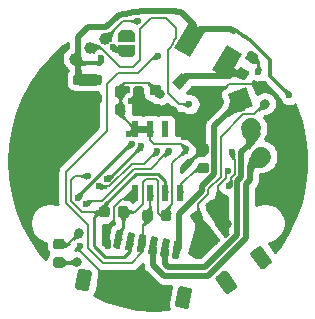
<source format=gbr>
%TF.GenerationSoftware,KiCad,Pcbnew,(5.1.5)-3*%
%TF.CreationDate,2021-01-24T02:28:12+08:00*%
%TF.ProjectId,STM32_FOC,53544d33-325f-4464-9f43-2e6b69636164,rev?*%
%TF.SameCoordinates,Original*%
%TF.FileFunction,Copper,L2,Bot*%
%TF.FilePolarity,Positive*%
%FSLAX46Y46*%
G04 Gerber Fmt 4.6, Leading zero omitted, Abs format (unit mm)*
G04 Created by KiCad (PCBNEW (5.1.5)-3) date 2021-01-24 02:28:12*
%MOMM*%
%LPD*%
G04 APERTURE LIST*
%TA.AperFunction,SMDPad,CuDef*%
%ADD10C,0.100000*%
%TD*%
%TA.AperFunction,BGAPad,CuDef*%
%ADD11C,1.000000*%
%TD*%
%TA.AperFunction,SMDPad,CuDef*%
%ADD12R,0.600000X1.400000*%
%TD*%
%TA.AperFunction,ComponentPad*%
%ADD13C,1.700000*%
%TD*%
%TA.AperFunction,ComponentPad*%
%ADD14C,0.100000*%
%TD*%
%TA.AperFunction,ViaPad*%
%ADD15C,0.600000*%
%TD*%
%TA.AperFunction,ViaPad*%
%ADD16C,0.800000*%
%TD*%
%TA.AperFunction,Conductor*%
%ADD17C,0.200000*%
%TD*%
%TA.AperFunction,Conductor*%
%ADD18C,0.300000*%
%TD*%
%TA.AperFunction,Conductor*%
%ADD19C,0.250000*%
%TD*%
%TA.AperFunction,Conductor*%
%ADD20C,0.500000*%
%TD*%
%TA.AperFunction,Conductor*%
%ADD21C,0.400000*%
%TD*%
%TA.AperFunction,Conductor*%
%ADD22C,0.254000*%
%TD*%
%TA.AperFunction,Conductor*%
%ADD23C,0.025400*%
%TD*%
G04 APERTURE END LIST*
%TA.AperFunction,SMDPad,CuDef*%
D10*
%TO.P,C9,2*%
%TO.N,Net-(C9-Pad2)*%
G36*
X107092259Y-92037548D02*
G01*
X107113379Y-92041391D01*
X107134021Y-92047286D01*
X107153986Y-92055176D01*
X107173081Y-92064984D01*
X107616919Y-92321234D01*
X107634961Y-92332867D01*
X107651776Y-92346212D01*
X107667202Y-92361141D01*
X107681090Y-92377510D01*
X107693307Y-92395162D01*
X107703735Y-92413926D01*
X107712273Y-92433622D01*
X107718840Y-92454060D01*
X107723372Y-92475044D01*
X107725826Y-92496370D01*
X107726177Y-92517834D01*
X107724423Y-92539230D01*
X107720580Y-92560350D01*
X107714685Y-92580992D01*
X107706795Y-92600957D01*
X107696987Y-92620052D01*
X107478237Y-92998938D01*
X107466604Y-93016980D01*
X107453259Y-93033795D01*
X107438330Y-93049221D01*
X107421961Y-93063109D01*
X107404309Y-93075326D01*
X107385545Y-93085754D01*
X107365849Y-93094292D01*
X107345411Y-93100859D01*
X107324427Y-93105391D01*
X107303101Y-93107845D01*
X107281637Y-93108196D01*
X107260241Y-93106442D01*
X107239121Y-93102599D01*
X107218479Y-93096704D01*
X107198514Y-93088814D01*
X107179419Y-93079006D01*
X106735581Y-92822756D01*
X106717539Y-92811123D01*
X106700724Y-92797778D01*
X106685298Y-92782849D01*
X106671410Y-92766480D01*
X106659193Y-92748828D01*
X106648765Y-92730064D01*
X106640227Y-92710368D01*
X106633660Y-92689930D01*
X106629128Y-92668946D01*
X106626674Y-92647620D01*
X106626323Y-92626156D01*
X106628077Y-92604760D01*
X106631920Y-92583640D01*
X106637815Y-92562998D01*
X106645705Y-92543033D01*
X106655513Y-92523938D01*
X106874263Y-92145052D01*
X106885896Y-92127010D01*
X106899241Y-92110195D01*
X106914170Y-92094769D01*
X106930539Y-92080881D01*
X106948191Y-92068664D01*
X106966955Y-92058236D01*
X106986651Y-92049698D01*
X107007089Y-92043131D01*
X107028073Y-92038599D01*
X107049399Y-92036145D01*
X107070863Y-92035794D01*
X107092259Y-92037548D01*
G37*
%TD.AperFunction*%
%TA.AperFunction,SMDPad,CuDef*%
%TO.P,C9,1*%
%TO.N,Net-(C9-Pad1)*%
G36*
X107879759Y-90673558D02*
G01*
X107900879Y-90677401D01*
X107921521Y-90683296D01*
X107941486Y-90691186D01*
X107960581Y-90700994D01*
X108404419Y-90957244D01*
X108422461Y-90968877D01*
X108439276Y-90982222D01*
X108454702Y-90997151D01*
X108468590Y-91013520D01*
X108480807Y-91031172D01*
X108491235Y-91049936D01*
X108499773Y-91069632D01*
X108506340Y-91090070D01*
X108510872Y-91111054D01*
X108513326Y-91132380D01*
X108513677Y-91153844D01*
X108511923Y-91175240D01*
X108508080Y-91196360D01*
X108502185Y-91217002D01*
X108494295Y-91236967D01*
X108484487Y-91256062D01*
X108265737Y-91634948D01*
X108254104Y-91652990D01*
X108240759Y-91669805D01*
X108225830Y-91685231D01*
X108209461Y-91699119D01*
X108191809Y-91711336D01*
X108173045Y-91721764D01*
X108153349Y-91730302D01*
X108132911Y-91736869D01*
X108111927Y-91741401D01*
X108090601Y-91743855D01*
X108069137Y-91744206D01*
X108047741Y-91742452D01*
X108026621Y-91738609D01*
X108005979Y-91732714D01*
X107986014Y-91724824D01*
X107966919Y-91715016D01*
X107523081Y-91458766D01*
X107505039Y-91447133D01*
X107488224Y-91433788D01*
X107472798Y-91418859D01*
X107458910Y-91402490D01*
X107446693Y-91384838D01*
X107436265Y-91366074D01*
X107427727Y-91346378D01*
X107421160Y-91325940D01*
X107416628Y-91304956D01*
X107414174Y-91283630D01*
X107413823Y-91262166D01*
X107415577Y-91240770D01*
X107419420Y-91219650D01*
X107425315Y-91199008D01*
X107433205Y-91179043D01*
X107443013Y-91159948D01*
X107661763Y-90781062D01*
X107673396Y-90763020D01*
X107686741Y-90746205D01*
X107701670Y-90730779D01*
X107718039Y-90716891D01*
X107735691Y-90704674D01*
X107754455Y-90694246D01*
X107774151Y-90685708D01*
X107794589Y-90679141D01*
X107815573Y-90674609D01*
X107836899Y-90672155D01*
X107858363Y-90671804D01*
X107879759Y-90673558D01*
G37*
%TD.AperFunction*%
%TD*%
%TA.AperFunction,SMDPad,CuDef*%
%TO.P,L1,2*%
%TO.N,+3V3*%
G36*
X102668334Y-88287468D02*
G01*
X103967372Y-89037468D01*
X102717372Y-91202532D01*
X101418334Y-90452532D01*
X102668334Y-88287468D01*
G37*
%TD.AperFunction*%
%TA.AperFunction,SMDPad,CuDef*%
%TO.P,L1,1*%
%TO.N,Net-(C9-Pad2)*%
G36*
X105872628Y-90137468D02*
G01*
X107171666Y-90887468D01*
X105921666Y-93052532D01*
X104622628Y-92302532D01*
X105872628Y-90137468D01*
G37*
%TD.AperFunction*%
%TD*%
%TA.AperFunction,SMDPad,CuDef*%
%TO.P,J1,1*%
%TO.N,U*%
G36*
X101553972Y-106710214D02*
G01*
X101568576Y-106712056D01*
X101864018Y-106764150D01*
X101878372Y-106767414D01*
X101892337Y-106772070D01*
X101905778Y-106778072D01*
X101918566Y-106785362D01*
X101930578Y-106793871D01*
X101941698Y-106803516D01*
X101951819Y-106814205D01*
X101960844Y-106825834D01*
X101968685Y-106838292D01*
X101975268Y-106851459D01*
X101980528Y-106865207D01*
X101984415Y-106879405D01*
X101986892Y-106893915D01*
X101987935Y-106908599D01*
X101987534Y-106923313D01*
X101985692Y-106937918D01*
X101768632Y-108168928D01*
X101765368Y-108183282D01*
X101760712Y-108197247D01*
X101754710Y-108210688D01*
X101747420Y-108223476D01*
X101738911Y-108235488D01*
X101729266Y-108246608D01*
X101718577Y-108256729D01*
X101706947Y-108265754D01*
X101694490Y-108273595D01*
X101681323Y-108280178D01*
X101667575Y-108285438D01*
X101653377Y-108289325D01*
X101638867Y-108291802D01*
X101624183Y-108292845D01*
X101609468Y-108292444D01*
X101594864Y-108290602D01*
X101299422Y-108238508D01*
X101285068Y-108235244D01*
X101271103Y-108230588D01*
X101257662Y-108224586D01*
X101244874Y-108217296D01*
X101232862Y-108208787D01*
X101221742Y-108199142D01*
X101211621Y-108188453D01*
X101202596Y-108176824D01*
X101194755Y-108164366D01*
X101188172Y-108151199D01*
X101182912Y-108137451D01*
X101179025Y-108123253D01*
X101176548Y-108108743D01*
X101175505Y-108094059D01*
X101175906Y-108079345D01*
X101177748Y-108064740D01*
X101394808Y-106833730D01*
X101398072Y-106819376D01*
X101402728Y-106805411D01*
X101408730Y-106791970D01*
X101416020Y-106779182D01*
X101424529Y-106767170D01*
X101434174Y-106756050D01*
X101444863Y-106745929D01*
X101456493Y-106736904D01*
X101468950Y-106729063D01*
X101482117Y-106722480D01*
X101495865Y-106717220D01*
X101510063Y-106713333D01*
X101524573Y-106710856D01*
X101539257Y-106709813D01*
X101553972Y-106710214D01*
G37*
%TD.AperFunction*%
%TA.AperFunction,SMDPad,CuDef*%
%TO.P,J1,2*%
%TO.N,V*%
G36*
X100569164Y-106536566D02*
G01*
X100583768Y-106538408D01*
X100879210Y-106590502D01*
X100893564Y-106593766D01*
X100907529Y-106598422D01*
X100920970Y-106604424D01*
X100933758Y-106611714D01*
X100945770Y-106620223D01*
X100956890Y-106629868D01*
X100967011Y-106640557D01*
X100976036Y-106652186D01*
X100983877Y-106664644D01*
X100990460Y-106677811D01*
X100995720Y-106691559D01*
X100999607Y-106705757D01*
X101002084Y-106720267D01*
X101003127Y-106734951D01*
X101002726Y-106749665D01*
X101000884Y-106764270D01*
X100783824Y-107995280D01*
X100780560Y-108009634D01*
X100775904Y-108023599D01*
X100769902Y-108037040D01*
X100762612Y-108049828D01*
X100754103Y-108061840D01*
X100744458Y-108072960D01*
X100733769Y-108083081D01*
X100722139Y-108092106D01*
X100709682Y-108099947D01*
X100696515Y-108106530D01*
X100682767Y-108111790D01*
X100668569Y-108115677D01*
X100654059Y-108118154D01*
X100639375Y-108119197D01*
X100624660Y-108118796D01*
X100610056Y-108116954D01*
X100314614Y-108064860D01*
X100300260Y-108061596D01*
X100286295Y-108056940D01*
X100272854Y-108050938D01*
X100260066Y-108043648D01*
X100248054Y-108035139D01*
X100236934Y-108025494D01*
X100226813Y-108014805D01*
X100217788Y-108003176D01*
X100209947Y-107990718D01*
X100203364Y-107977551D01*
X100198104Y-107963803D01*
X100194217Y-107949605D01*
X100191740Y-107935095D01*
X100190697Y-107920411D01*
X100191098Y-107905697D01*
X100192940Y-107891092D01*
X100410000Y-106660082D01*
X100413264Y-106645728D01*
X100417920Y-106631763D01*
X100423922Y-106618322D01*
X100431212Y-106605534D01*
X100439721Y-106593522D01*
X100449366Y-106582402D01*
X100460055Y-106572281D01*
X100471685Y-106563256D01*
X100484142Y-106555415D01*
X100497309Y-106548832D01*
X100511057Y-106543572D01*
X100525255Y-106539685D01*
X100539765Y-106537208D01*
X100554449Y-106536165D01*
X100569164Y-106536566D01*
G37*
%TD.AperFunction*%
%TA.AperFunction,SMDPad,CuDef*%
%TO.P,J1,3*%
%TO.N,W*%
G36*
X99584356Y-106362918D02*
G01*
X99598960Y-106364760D01*
X99894402Y-106416854D01*
X99908756Y-106420118D01*
X99922721Y-106424774D01*
X99936162Y-106430776D01*
X99948950Y-106438066D01*
X99960962Y-106446575D01*
X99972082Y-106456220D01*
X99982203Y-106466909D01*
X99991228Y-106478538D01*
X99999069Y-106490996D01*
X100005652Y-106504163D01*
X100010912Y-106517911D01*
X100014799Y-106532109D01*
X100017276Y-106546619D01*
X100018319Y-106561303D01*
X100017918Y-106576017D01*
X100016076Y-106590622D01*
X99799016Y-107821632D01*
X99795752Y-107835986D01*
X99791096Y-107849951D01*
X99785094Y-107863392D01*
X99777804Y-107876180D01*
X99769295Y-107888192D01*
X99759650Y-107899312D01*
X99748961Y-107909433D01*
X99737331Y-107918458D01*
X99724874Y-107926299D01*
X99711707Y-107932882D01*
X99697959Y-107938142D01*
X99683761Y-107942029D01*
X99669251Y-107944506D01*
X99654567Y-107945549D01*
X99639852Y-107945148D01*
X99625248Y-107943306D01*
X99329806Y-107891212D01*
X99315452Y-107887948D01*
X99301487Y-107883292D01*
X99288046Y-107877290D01*
X99275258Y-107870000D01*
X99263246Y-107861491D01*
X99252126Y-107851846D01*
X99242005Y-107841157D01*
X99232980Y-107829528D01*
X99225139Y-107817070D01*
X99218556Y-107803903D01*
X99213296Y-107790155D01*
X99209409Y-107775957D01*
X99206932Y-107761447D01*
X99205889Y-107746763D01*
X99206290Y-107732049D01*
X99208132Y-107717444D01*
X99425192Y-106486434D01*
X99428456Y-106472080D01*
X99433112Y-106458115D01*
X99439114Y-106444674D01*
X99446404Y-106431886D01*
X99454913Y-106419874D01*
X99464558Y-106408754D01*
X99475247Y-106398633D01*
X99486877Y-106389608D01*
X99499334Y-106381767D01*
X99512501Y-106375184D01*
X99526249Y-106369924D01*
X99540447Y-106366037D01*
X99554957Y-106363560D01*
X99569641Y-106362517D01*
X99584356Y-106362918D01*
G37*
%TD.AperFunction*%
%TA.AperFunction,SMDPad,CuDef*%
%TO.P,J1,4*%
%TO.N,I2C1_SCL*%
G36*
X98599548Y-106189269D02*
G01*
X98614152Y-106191111D01*
X98909594Y-106243205D01*
X98923948Y-106246469D01*
X98937913Y-106251125D01*
X98951354Y-106257127D01*
X98964142Y-106264417D01*
X98976154Y-106272926D01*
X98987274Y-106282571D01*
X98997395Y-106293260D01*
X99006420Y-106304889D01*
X99014261Y-106317347D01*
X99020844Y-106330514D01*
X99026104Y-106344262D01*
X99029991Y-106358460D01*
X99032468Y-106372970D01*
X99033511Y-106387654D01*
X99033110Y-106402368D01*
X99031268Y-106416973D01*
X98814208Y-107647983D01*
X98810944Y-107662337D01*
X98806288Y-107676302D01*
X98800286Y-107689743D01*
X98792996Y-107702531D01*
X98784487Y-107714543D01*
X98774842Y-107725663D01*
X98764153Y-107735784D01*
X98752523Y-107744809D01*
X98740066Y-107752650D01*
X98726899Y-107759233D01*
X98713151Y-107764493D01*
X98698953Y-107768380D01*
X98684443Y-107770857D01*
X98669759Y-107771900D01*
X98655044Y-107771499D01*
X98640440Y-107769657D01*
X98344998Y-107717563D01*
X98330644Y-107714299D01*
X98316679Y-107709643D01*
X98303238Y-107703641D01*
X98290450Y-107696351D01*
X98278438Y-107687842D01*
X98267318Y-107678197D01*
X98257197Y-107667508D01*
X98248172Y-107655879D01*
X98240331Y-107643421D01*
X98233748Y-107630254D01*
X98228488Y-107616506D01*
X98224601Y-107602308D01*
X98222124Y-107587798D01*
X98221081Y-107573114D01*
X98221482Y-107558400D01*
X98223324Y-107543795D01*
X98440384Y-106312785D01*
X98443648Y-106298431D01*
X98448304Y-106284466D01*
X98454306Y-106271025D01*
X98461596Y-106258237D01*
X98470105Y-106246225D01*
X98479750Y-106235105D01*
X98490439Y-106224984D01*
X98502069Y-106215959D01*
X98514526Y-106208118D01*
X98527693Y-106201535D01*
X98541441Y-106196275D01*
X98555639Y-106192388D01*
X98570149Y-106189911D01*
X98584833Y-106188868D01*
X98599548Y-106189269D01*
G37*
%TD.AperFunction*%
%TA.AperFunction,SMDPad,CuDef*%
%TO.P,J1,5*%
%TO.N,I2C1_SDA*%
G36*
X97614741Y-106015621D02*
G01*
X97629345Y-106017463D01*
X97924787Y-106069557D01*
X97939141Y-106072821D01*
X97953106Y-106077477D01*
X97966547Y-106083479D01*
X97979335Y-106090769D01*
X97991347Y-106099278D01*
X98002467Y-106108923D01*
X98012588Y-106119612D01*
X98021613Y-106131241D01*
X98029454Y-106143699D01*
X98036037Y-106156866D01*
X98041297Y-106170614D01*
X98045184Y-106184812D01*
X98047661Y-106199322D01*
X98048704Y-106214006D01*
X98048303Y-106228720D01*
X98046461Y-106243325D01*
X97829401Y-107474335D01*
X97826137Y-107488689D01*
X97821481Y-107502654D01*
X97815479Y-107516095D01*
X97808189Y-107528883D01*
X97799680Y-107540895D01*
X97790035Y-107552015D01*
X97779346Y-107562136D01*
X97767716Y-107571161D01*
X97755259Y-107579002D01*
X97742092Y-107585585D01*
X97728344Y-107590845D01*
X97714146Y-107594732D01*
X97699636Y-107597209D01*
X97684952Y-107598252D01*
X97670237Y-107597851D01*
X97655633Y-107596009D01*
X97360191Y-107543915D01*
X97345837Y-107540651D01*
X97331872Y-107535995D01*
X97318431Y-107529993D01*
X97305643Y-107522703D01*
X97293631Y-107514194D01*
X97282511Y-107504549D01*
X97272390Y-107493860D01*
X97263365Y-107482231D01*
X97255524Y-107469773D01*
X97248941Y-107456606D01*
X97243681Y-107442858D01*
X97239794Y-107428660D01*
X97237317Y-107414150D01*
X97236274Y-107399466D01*
X97236675Y-107384752D01*
X97238517Y-107370147D01*
X97455577Y-106139137D01*
X97458841Y-106124783D01*
X97463497Y-106110818D01*
X97469499Y-106097377D01*
X97476789Y-106084589D01*
X97485298Y-106072577D01*
X97494943Y-106061457D01*
X97505632Y-106051336D01*
X97517262Y-106042311D01*
X97529719Y-106034470D01*
X97542886Y-106027887D01*
X97556634Y-106022627D01*
X97570832Y-106018740D01*
X97585342Y-106016263D01*
X97600026Y-106015220D01*
X97614741Y-106015621D01*
G37*
%TD.AperFunction*%
%TA.AperFunction,SMDPad,CuDef*%
%TO.P,J1,6*%
%TO.N,+3V3*%
G36*
X96629933Y-105841973D02*
G01*
X96644537Y-105843815D01*
X96939979Y-105895909D01*
X96954333Y-105899173D01*
X96968298Y-105903829D01*
X96981739Y-105909831D01*
X96994527Y-105917121D01*
X97006539Y-105925630D01*
X97017659Y-105935275D01*
X97027780Y-105945964D01*
X97036805Y-105957593D01*
X97044646Y-105970051D01*
X97051229Y-105983218D01*
X97056489Y-105996966D01*
X97060376Y-106011164D01*
X97062853Y-106025674D01*
X97063896Y-106040358D01*
X97063495Y-106055072D01*
X97061653Y-106069677D01*
X96844593Y-107300687D01*
X96841329Y-107315041D01*
X96836673Y-107329006D01*
X96830671Y-107342447D01*
X96823381Y-107355235D01*
X96814872Y-107367247D01*
X96805227Y-107378367D01*
X96794538Y-107388488D01*
X96782908Y-107397513D01*
X96770451Y-107405354D01*
X96757284Y-107411937D01*
X96743536Y-107417197D01*
X96729338Y-107421084D01*
X96714828Y-107423561D01*
X96700144Y-107424604D01*
X96685429Y-107424203D01*
X96670825Y-107422361D01*
X96375383Y-107370267D01*
X96361029Y-107367003D01*
X96347064Y-107362347D01*
X96333623Y-107356345D01*
X96320835Y-107349055D01*
X96308823Y-107340546D01*
X96297703Y-107330901D01*
X96287582Y-107320212D01*
X96278557Y-107308583D01*
X96270716Y-107296125D01*
X96264133Y-107282958D01*
X96258873Y-107269210D01*
X96254986Y-107255012D01*
X96252509Y-107240502D01*
X96251466Y-107225818D01*
X96251867Y-107211104D01*
X96253709Y-107196499D01*
X96470769Y-105965489D01*
X96474033Y-105951135D01*
X96478689Y-105937170D01*
X96484691Y-105923729D01*
X96491981Y-105910941D01*
X96500490Y-105898929D01*
X96510135Y-105887809D01*
X96520824Y-105877688D01*
X96532454Y-105868663D01*
X96544911Y-105860822D01*
X96558078Y-105854239D01*
X96571826Y-105848979D01*
X96586024Y-105845092D01*
X96600534Y-105842615D01*
X96615218Y-105841572D01*
X96629933Y-105841973D01*
G37*
%TD.AperFunction*%
%TA.AperFunction,SMDPad,CuDef*%
%TO.P,J1,7*%
%TO.N,GND*%
G36*
X95645125Y-105668325D02*
G01*
X95659729Y-105670167D01*
X95955171Y-105722261D01*
X95969525Y-105725525D01*
X95983490Y-105730181D01*
X95996931Y-105736183D01*
X96009719Y-105743473D01*
X96021731Y-105751982D01*
X96032851Y-105761627D01*
X96042972Y-105772316D01*
X96051997Y-105783945D01*
X96059838Y-105796403D01*
X96066421Y-105809570D01*
X96071681Y-105823318D01*
X96075568Y-105837516D01*
X96078045Y-105852026D01*
X96079088Y-105866710D01*
X96078687Y-105881424D01*
X96076845Y-105896029D01*
X95859785Y-107127039D01*
X95856521Y-107141393D01*
X95851865Y-107155358D01*
X95845863Y-107168799D01*
X95838573Y-107181587D01*
X95830064Y-107193599D01*
X95820419Y-107204719D01*
X95809730Y-107214840D01*
X95798100Y-107223865D01*
X95785643Y-107231706D01*
X95772476Y-107238289D01*
X95758728Y-107243549D01*
X95744530Y-107247436D01*
X95730020Y-107249913D01*
X95715336Y-107250956D01*
X95700621Y-107250555D01*
X95686017Y-107248713D01*
X95390575Y-107196619D01*
X95376221Y-107193355D01*
X95362256Y-107188699D01*
X95348815Y-107182697D01*
X95336027Y-107175407D01*
X95324015Y-107166898D01*
X95312895Y-107157253D01*
X95302774Y-107146564D01*
X95293749Y-107134935D01*
X95285908Y-107122477D01*
X95279325Y-107109310D01*
X95274065Y-107095562D01*
X95270178Y-107081364D01*
X95267701Y-107066854D01*
X95266658Y-107052170D01*
X95267059Y-107037456D01*
X95268901Y-107022851D01*
X95485961Y-105791841D01*
X95489225Y-105777487D01*
X95493881Y-105763522D01*
X95499883Y-105750081D01*
X95507173Y-105737293D01*
X95515682Y-105725281D01*
X95525327Y-105714161D01*
X95536016Y-105704040D01*
X95547646Y-105695015D01*
X95560103Y-105687174D01*
X95573270Y-105680591D01*
X95587018Y-105675331D01*
X95601216Y-105671444D01*
X95615726Y-105668967D01*
X95630410Y-105667924D01*
X95645125Y-105668325D01*
G37*
%TD.AperFunction*%
%TA.AperFunction,SMDPad,CuDef*%
%TO.P,J1,MP*%
%TO.N,N/C*%
G36*
X101976342Y-110593028D02*
G01*
X102000683Y-110596098D01*
X102690050Y-110717652D01*
X102713973Y-110723093D01*
X102737247Y-110730852D01*
X102759649Y-110740855D01*
X102780962Y-110753006D01*
X102800982Y-110767187D01*
X102819516Y-110783263D01*
X102836384Y-110801077D01*
X102851425Y-110820459D01*
X102864494Y-110841223D01*
X102875465Y-110863167D01*
X102884232Y-110886081D01*
X102890711Y-110909743D01*
X102894839Y-110933927D01*
X102896578Y-110958399D01*
X102895909Y-110982924D01*
X102892839Y-111007265D01*
X102667096Y-112287517D01*
X102661655Y-112311440D01*
X102653896Y-112334714D01*
X102643893Y-112357116D01*
X102631742Y-112378429D01*
X102617561Y-112398449D01*
X102601485Y-112416983D01*
X102583671Y-112433851D01*
X102564289Y-112448892D01*
X102543525Y-112461961D01*
X102521581Y-112472932D01*
X102498667Y-112481699D01*
X102475005Y-112488178D01*
X102450821Y-112492306D01*
X102426349Y-112494045D01*
X102401824Y-112493376D01*
X102377483Y-112490306D01*
X101688116Y-112368752D01*
X101664193Y-112363311D01*
X101640919Y-112355552D01*
X101618517Y-112345549D01*
X101597204Y-112333398D01*
X101577184Y-112319217D01*
X101558650Y-112303141D01*
X101541782Y-112285327D01*
X101526741Y-112265945D01*
X101513672Y-112245181D01*
X101502701Y-112223237D01*
X101493934Y-112200323D01*
X101487455Y-112176661D01*
X101483327Y-112152477D01*
X101481588Y-112128005D01*
X101482257Y-112103480D01*
X101485327Y-112079139D01*
X101711070Y-110798887D01*
X101716511Y-110774964D01*
X101724270Y-110751690D01*
X101734273Y-110729288D01*
X101746424Y-110707975D01*
X101760605Y-110687955D01*
X101776681Y-110669421D01*
X101794495Y-110652553D01*
X101813877Y-110637512D01*
X101834641Y-110624443D01*
X101856585Y-110613472D01*
X101879499Y-110604705D01*
X101903161Y-110598226D01*
X101927345Y-110594098D01*
X101951817Y-110592359D01*
X101976342Y-110593028D01*
G37*
%TD.AperFunction*%
%TA.AperFunction,SMDPad,CuDef*%
G36*
X93506995Y-109099653D02*
G01*
X93531336Y-109102723D01*
X94220703Y-109224277D01*
X94244626Y-109229718D01*
X94267900Y-109237477D01*
X94290302Y-109247480D01*
X94311615Y-109259631D01*
X94331635Y-109273812D01*
X94350169Y-109289888D01*
X94367037Y-109307702D01*
X94382078Y-109327084D01*
X94395147Y-109347848D01*
X94406118Y-109369792D01*
X94414885Y-109392706D01*
X94421364Y-109416368D01*
X94425492Y-109440552D01*
X94427231Y-109465024D01*
X94426562Y-109489549D01*
X94423492Y-109513890D01*
X94197749Y-110794142D01*
X94192308Y-110818065D01*
X94184549Y-110841339D01*
X94174546Y-110863741D01*
X94162395Y-110885054D01*
X94148214Y-110905074D01*
X94132138Y-110923608D01*
X94114324Y-110940476D01*
X94094942Y-110955517D01*
X94074178Y-110968586D01*
X94052234Y-110979557D01*
X94029320Y-110988324D01*
X94005658Y-110994803D01*
X93981474Y-110998931D01*
X93957002Y-111000670D01*
X93932477Y-111000001D01*
X93908136Y-110996931D01*
X93218769Y-110875377D01*
X93194846Y-110869936D01*
X93171572Y-110862177D01*
X93149170Y-110852174D01*
X93127857Y-110840023D01*
X93107837Y-110825842D01*
X93089303Y-110809766D01*
X93072435Y-110791952D01*
X93057394Y-110772570D01*
X93044325Y-110751806D01*
X93033354Y-110729862D01*
X93024587Y-110706948D01*
X93018108Y-110683286D01*
X93013980Y-110659102D01*
X93012241Y-110634630D01*
X93012910Y-110610105D01*
X93015980Y-110585764D01*
X93241723Y-109305512D01*
X93247164Y-109281589D01*
X93254923Y-109258315D01*
X93264926Y-109235913D01*
X93277077Y-109214600D01*
X93291258Y-109194580D01*
X93307334Y-109176046D01*
X93325148Y-109159178D01*
X93344530Y-109144137D01*
X93365294Y-109131068D01*
X93387238Y-109120097D01*
X93410152Y-109111330D01*
X93433814Y-109104851D01*
X93457998Y-109100723D01*
X93482470Y-109098984D01*
X93506995Y-109099653D01*
G37*
%TD.AperFunction*%
%TD*%
D11*
%TO.P,GND,1*%
%TO.N,GND*%
X91800000Y-92380000D03*
%TD*%
%TO.P,3.3V,1*%
%TO.N,+3V3*%
X93010000Y-91320000D03*
%TD*%
%TO.P,CLK,1*%
%TO.N,SWCLK*%
X95550000Y-89630000D03*
%TD*%
%TO.P,DIO,1*%
%TO.N,SWDIO*%
X94270000Y-90430000D03*
%TD*%
%TA.AperFunction,SMDPad,CuDef*%
D10*
%TO.P,J2,1*%
%TO.N,GND*%
G36*
X105233254Y-104997339D02*
G01*
X105247859Y-104999181D01*
X105262212Y-105002445D01*
X105276177Y-105007101D01*
X105289618Y-105013103D01*
X105302406Y-105020394D01*
X105314418Y-105028902D01*
X105325538Y-105038548D01*
X105335659Y-105049237D01*
X105344684Y-105060866D01*
X106061654Y-106084806D01*
X106069495Y-106097264D01*
X106076078Y-106110430D01*
X106081338Y-106124178D01*
X106085225Y-106138376D01*
X106087702Y-106152887D01*
X106088745Y-106167570D01*
X106088344Y-106182285D01*
X106086502Y-106196889D01*
X106083238Y-106211243D01*
X106078582Y-106225208D01*
X106072580Y-106238649D01*
X106065290Y-106251437D01*
X106056781Y-106263449D01*
X106047136Y-106274569D01*
X106036447Y-106284690D01*
X106024817Y-106293715D01*
X105779071Y-106465787D01*
X105766613Y-106473628D01*
X105753447Y-106480211D01*
X105739698Y-106485471D01*
X105725500Y-106489359D01*
X105710990Y-106491836D01*
X105696307Y-106492878D01*
X105681592Y-106492477D01*
X105666987Y-106490635D01*
X105652634Y-106487371D01*
X105638669Y-106482715D01*
X105625228Y-106476713D01*
X105612440Y-106469422D01*
X105600428Y-106460914D01*
X105589308Y-106451268D01*
X105579187Y-106440579D01*
X105570162Y-106428950D01*
X104853192Y-105405010D01*
X104845351Y-105392552D01*
X104838768Y-105379386D01*
X104833508Y-105365638D01*
X104829621Y-105351440D01*
X104827144Y-105336929D01*
X104826101Y-105322246D01*
X104826502Y-105307531D01*
X104828344Y-105292927D01*
X104831608Y-105278573D01*
X104836264Y-105264608D01*
X104842266Y-105251167D01*
X104849556Y-105238379D01*
X104858065Y-105226367D01*
X104867710Y-105215247D01*
X104878399Y-105205126D01*
X104890029Y-105196101D01*
X105135775Y-105024029D01*
X105148233Y-105016188D01*
X105161399Y-105009605D01*
X105175148Y-105004345D01*
X105189346Y-105000457D01*
X105203856Y-104997980D01*
X105218539Y-104996938D01*
X105233254Y-104997339D01*
G37*
%TD.AperFunction*%
%TA.AperFunction,SMDPad,CuDef*%
%TO.P,J2,2*%
%TO.N,+12V*%
G36*
X104414102Y-105570915D02*
G01*
X104428707Y-105572757D01*
X104443060Y-105576021D01*
X104457025Y-105580677D01*
X104470466Y-105586679D01*
X104483254Y-105593970D01*
X104495266Y-105602478D01*
X104506386Y-105612124D01*
X104516507Y-105622813D01*
X104525532Y-105634442D01*
X105242502Y-106658382D01*
X105250343Y-106670840D01*
X105256926Y-106684006D01*
X105262186Y-106697754D01*
X105266073Y-106711952D01*
X105268550Y-106726463D01*
X105269593Y-106741146D01*
X105269192Y-106755861D01*
X105267350Y-106770465D01*
X105264086Y-106784819D01*
X105259430Y-106798784D01*
X105253428Y-106812225D01*
X105246138Y-106825013D01*
X105237629Y-106837025D01*
X105227984Y-106848145D01*
X105217295Y-106858266D01*
X105205665Y-106867291D01*
X104959919Y-107039363D01*
X104947461Y-107047204D01*
X104934295Y-107053787D01*
X104920546Y-107059047D01*
X104906348Y-107062935D01*
X104891838Y-107065412D01*
X104877155Y-107066454D01*
X104862440Y-107066053D01*
X104847835Y-107064211D01*
X104833482Y-107060947D01*
X104819517Y-107056291D01*
X104806076Y-107050289D01*
X104793288Y-107042998D01*
X104781276Y-107034490D01*
X104770156Y-107024844D01*
X104760035Y-107014155D01*
X104751010Y-107002526D01*
X104034040Y-105978586D01*
X104026199Y-105966128D01*
X104019616Y-105952962D01*
X104014356Y-105939214D01*
X104010469Y-105925016D01*
X104007992Y-105910505D01*
X104006949Y-105895822D01*
X104007350Y-105881107D01*
X104009192Y-105866503D01*
X104012456Y-105852149D01*
X104017112Y-105838184D01*
X104023114Y-105824743D01*
X104030404Y-105811955D01*
X104038913Y-105799943D01*
X104048558Y-105788823D01*
X104059247Y-105778702D01*
X104070877Y-105769677D01*
X104316623Y-105597605D01*
X104329081Y-105589764D01*
X104342247Y-105583181D01*
X104355996Y-105577921D01*
X104370194Y-105574033D01*
X104384704Y-105571556D01*
X104399387Y-105570514D01*
X104414102Y-105570915D01*
G37*
%TD.AperFunction*%
%TA.AperFunction,SMDPad,CuDef*%
%TO.P,J2,MP*%
%TO.N,N/C*%
G36*
X108677879Y-107190999D02*
G01*
X108702220Y-107194069D01*
X108726143Y-107199510D01*
X108749417Y-107207269D01*
X108771819Y-107217272D01*
X108793132Y-107229423D01*
X108813152Y-107243604D01*
X108831685Y-107259680D01*
X108848554Y-107277494D01*
X108863595Y-107296877D01*
X109609245Y-108361776D01*
X109622314Y-108382539D01*
X109633285Y-108404483D01*
X109642052Y-108427397D01*
X109648531Y-108451059D01*
X109652659Y-108475243D01*
X109654398Y-108499715D01*
X109653729Y-108524240D01*
X109650659Y-108548581D01*
X109645218Y-108572504D01*
X109637459Y-108595778D01*
X109627456Y-108618180D01*
X109615305Y-108639493D01*
X109601124Y-108659513D01*
X109585048Y-108678047D01*
X109567234Y-108694915D01*
X109547852Y-108709956D01*
X108974444Y-109111461D01*
X108953681Y-109124530D01*
X108931736Y-109135501D01*
X108908823Y-109144268D01*
X108885160Y-109150747D01*
X108860976Y-109154875D01*
X108836504Y-109156614D01*
X108811979Y-109155945D01*
X108787638Y-109152875D01*
X108763715Y-109147434D01*
X108740441Y-109139675D01*
X108718039Y-109129672D01*
X108696726Y-109117521D01*
X108676706Y-109103340D01*
X108658173Y-109087264D01*
X108641304Y-109069450D01*
X108626263Y-109050067D01*
X107880613Y-107985168D01*
X107867544Y-107964405D01*
X107856573Y-107942461D01*
X107847806Y-107919547D01*
X107841327Y-107895885D01*
X107837199Y-107871701D01*
X107835460Y-107847229D01*
X107836129Y-107822704D01*
X107839199Y-107798363D01*
X107844640Y-107774440D01*
X107852399Y-107751166D01*
X107862402Y-107728764D01*
X107874553Y-107707451D01*
X107888734Y-107687431D01*
X107904810Y-107668897D01*
X107922624Y-107652029D01*
X107942006Y-107636988D01*
X108515414Y-107235483D01*
X108536177Y-107222414D01*
X108558122Y-107211443D01*
X108581035Y-107202676D01*
X108604698Y-107196197D01*
X108628882Y-107192069D01*
X108653354Y-107190330D01*
X108677879Y-107190999D01*
G37*
%TD.AperFunction*%
%TA.AperFunction,SMDPad,CuDef*%
G36*
X105728932Y-109255875D02*
G01*
X105753273Y-109258945D01*
X105777196Y-109264386D01*
X105800470Y-109272145D01*
X105822872Y-109282148D01*
X105844185Y-109294299D01*
X105864205Y-109308480D01*
X105882738Y-109324556D01*
X105899607Y-109342370D01*
X105914648Y-109361753D01*
X106660298Y-110426652D01*
X106673367Y-110447415D01*
X106684338Y-110469359D01*
X106693105Y-110492273D01*
X106699584Y-110515935D01*
X106703712Y-110540119D01*
X106705451Y-110564591D01*
X106704782Y-110589116D01*
X106701712Y-110613457D01*
X106696271Y-110637380D01*
X106688512Y-110660654D01*
X106678509Y-110683056D01*
X106666358Y-110704369D01*
X106652177Y-110724389D01*
X106636101Y-110742923D01*
X106618287Y-110759791D01*
X106598905Y-110774832D01*
X106025497Y-111176337D01*
X106004734Y-111189406D01*
X105982789Y-111200377D01*
X105959876Y-111209144D01*
X105936213Y-111215623D01*
X105912029Y-111219751D01*
X105887557Y-111221490D01*
X105863032Y-111220821D01*
X105838691Y-111217751D01*
X105814768Y-111212310D01*
X105791494Y-111204551D01*
X105769092Y-111194548D01*
X105747779Y-111182397D01*
X105727759Y-111168216D01*
X105709226Y-111152140D01*
X105692357Y-111134326D01*
X105677316Y-111114943D01*
X104931666Y-110050044D01*
X104918597Y-110029281D01*
X104907626Y-110007337D01*
X104898859Y-109984423D01*
X104892380Y-109960761D01*
X104888252Y-109936577D01*
X104886513Y-109912105D01*
X104887182Y-109887580D01*
X104890252Y-109863239D01*
X104895693Y-109839316D01*
X104903452Y-109816042D01*
X104913455Y-109793640D01*
X104925606Y-109772327D01*
X104939787Y-109752307D01*
X104955863Y-109733773D01*
X104973677Y-109716905D01*
X104993059Y-109701864D01*
X105566467Y-109300359D01*
X105587230Y-109287290D01*
X105609175Y-109276319D01*
X105632088Y-109267552D01*
X105655751Y-109261073D01*
X105679935Y-109256945D01*
X105704407Y-109255206D01*
X105728932Y-109255875D01*
G37*
%TD.AperFunction*%
%TD*%
D12*
%TO.P,U3,8*%
%TO.N,GND*%
X98095000Y-102700000D03*
%TO.P,U3,7*%
%TO.N,I2C1_SCL*%
X99365000Y-102700000D03*
%TO.P,U3,6*%
%TO.N,I2C1_SDA*%
X100635000Y-102700000D03*
%TO.P,U3,5*%
%TO.N,Net-(R8-Pad1)*%
X101905000Y-102700000D03*
%TO.P,U3,4*%
%TO.N,GND*%
X101905000Y-97300000D03*
%TO.P,U3,3*%
%TO.N,Net-(U3-Pad3)*%
X100635000Y-97300000D03*
%TO.P,U3,2*%
%TO.N,+3V3*%
X99365000Y-97300000D03*
%TO.P,U3,1*%
X98095000Y-97300000D03*
%TD*%
%TA.AperFunction,SMDPad,CuDef*%
D10*
%TO.P,R9,2*%
%TO.N,I2C1_SDA*%
G36*
X95722691Y-103796053D02*
G01*
X95743926Y-103799203D01*
X95764750Y-103804419D01*
X95784962Y-103811651D01*
X95804368Y-103820830D01*
X95822781Y-103831866D01*
X95840024Y-103844654D01*
X95855930Y-103859070D01*
X95870346Y-103874976D01*
X95883134Y-103892219D01*
X95894170Y-103910632D01*
X95903349Y-103930038D01*
X95910581Y-103950250D01*
X95915797Y-103971074D01*
X95918947Y-103992309D01*
X95920000Y-104013750D01*
X95920000Y-104526250D01*
X95918947Y-104547691D01*
X95915797Y-104568926D01*
X95910581Y-104589750D01*
X95903349Y-104609962D01*
X95894170Y-104629368D01*
X95883134Y-104647781D01*
X95870346Y-104665024D01*
X95855930Y-104680930D01*
X95840024Y-104695346D01*
X95822781Y-104708134D01*
X95804368Y-104719170D01*
X95784962Y-104728349D01*
X95764750Y-104735581D01*
X95743926Y-104740797D01*
X95722691Y-104743947D01*
X95701250Y-104745000D01*
X95263750Y-104745000D01*
X95242309Y-104743947D01*
X95221074Y-104740797D01*
X95200250Y-104735581D01*
X95180038Y-104728349D01*
X95160632Y-104719170D01*
X95142219Y-104708134D01*
X95124976Y-104695346D01*
X95109070Y-104680930D01*
X95094654Y-104665024D01*
X95081866Y-104647781D01*
X95070830Y-104629368D01*
X95061651Y-104609962D01*
X95054419Y-104589750D01*
X95049203Y-104568926D01*
X95046053Y-104547691D01*
X95045000Y-104526250D01*
X95045000Y-104013750D01*
X95046053Y-103992309D01*
X95049203Y-103971074D01*
X95054419Y-103950250D01*
X95061651Y-103930038D01*
X95070830Y-103910632D01*
X95081866Y-103892219D01*
X95094654Y-103874976D01*
X95109070Y-103859070D01*
X95124976Y-103844654D01*
X95142219Y-103831866D01*
X95160632Y-103820830D01*
X95180038Y-103811651D01*
X95200250Y-103804419D01*
X95221074Y-103799203D01*
X95242309Y-103796053D01*
X95263750Y-103795000D01*
X95701250Y-103795000D01*
X95722691Y-103796053D01*
G37*
%TD.AperFunction*%
%TA.AperFunction,SMDPad,CuDef*%
%TO.P,R9,1*%
%TO.N,+3V3*%
G36*
X97297691Y-103796053D02*
G01*
X97318926Y-103799203D01*
X97339750Y-103804419D01*
X97359962Y-103811651D01*
X97379368Y-103820830D01*
X97397781Y-103831866D01*
X97415024Y-103844654D01*
X97430930Y-103859070D01*
X97445346Y-103874976D01*
X97458134Y-103892219D01*
X97469170Y-103910632D01*
X97478349Y-103930038D01*
X97485581Y-103950250D01*
X97490797Y-103971074D01*
X97493947Y-103992309D01*
X97495000Y-104013750D01*
X97495000Y-104526250D01*
X97493947Y-104547691D01*
X97490797Y-104568926D01*
X97485581Y-104589750D01*
X97478349Y-104609962D01*
X97469170Y-104629368D01*
X97458134Y-104647781D01*
X97445346Y-104665024D01*
X97430930Y-104680930D01*
X97415024Y-104695346D01*
X97397781Y-104708134D01*
X97379368Y-104719170D01*
X97359962Y-104728349D01*
X97339750Y-104735581D01*
X97318926Y-104740797D01*
X97297691Y-104743947D01*
X97276250Y-104745000D01*
X96838750Y-104745000D01*
X96817309Y-104743947D01*
X96796074Y-104740797D01*
X96775250Y-104735581D01*
X96755038Y-104728349D01*
X96735632Y-104719170D01*
X96717219Y-104708134D01*
X96699976Y-104695346D01*
X96684070Y-104680930D01*
X96669654Y-104665024D01*
X96656866Y-104647781D01*
X96645830Y-104629368D01*
X96636651Y-104609962D01*
X96629419Y-104589750D01*
X96624203Y-104568926D01*
X96621053Y-104547691D01*
X96620000Y-104526250D01*
X96620000Y-104013750D01*
X96621053Y-103992309D01*
X96624203Y-103971074D01*
X96629419Y-103950250D01*
X96636651Y-103930038D01*
X96645830Y-103910632D01*
X96656866Y-103892219D01*
X96669654Y-103874976D01*
X96684070Y-103859070D01*
X96699976Y-103844654D01*
X96717219Y-103831866D01*
X96735632Y-103820830D01*
X96755038Y-103811651D01*
X96775250Y-103804419D01*
X96796074Y-103799203D01*
X96817309Y-103796053D01*
X96838750Y-103795000D01*
X97276250Y-103795000D01*
X97297691Y-103796053D01*
G37*
%TD.AperFunction*%
%TD*%
%TA.AperFunction,SMDPad,CuDef*%
%TO.P,R8,2*%
%TO.N,GND*%
G36*
X104137691Y-98556053D02*
G01*
X104158926Y-98559203D01*
X104179750Y-98564419D01*
X104199962Y-98571651D01*
X104219368Y-98580830D01*
X104237781Y-98591866D01*
X104255024Y-98604654D01*
X104270930Y-98619070D01*
X104285346Y-98634976D01*
X104298134Y-98652219D01*
X104309170Y-98670632D01*
X104318349Y-98690038D01*
X104325581Y-98710250D01*
X104330797Y-98731074D01*
X104333947Y-98752309D01*
X104335000Y-98773750D01*
X104335000Y-99211250D01*
X104333947Y-99232691D01*
X104330797Y-99253926D01*
X104325581Y-99274750D01*
X104318349Y-99294962D01*
X104309170Y-99314368D01*
X104298134Y-99332781D01*
X104285346Y-99350024D01*
X104270930Y-99365930D01*
X104255024Y-99380346D01*
X104237781Y-99393134D01*
X104219368Y-99404170D01*
X104199962Y-99413349D01*
X104179750Y-99420581D01*
X104158926Y-99425797D01*
X104137691Y-99428947D01*
X104116250Y-99430000D01*
X103603750Y-99430000D01*
X103582309Y-99428947D01*
X103561074Y-99425797D01*
X103540250Y-99420581D01*
X103520038Y-99413349D01*
X103500632Y-99404170D01*
X103482219Y-99393134D01*
X103464976Y-99380346D01*
X103449070Y-99365930D01*
X103434654Y-99350024D01*
X103421866Y-99332781D01*
X103410830Y-99314368D01*
X103401651Y-99294962D01*
X103394419Y-99274750D01*
X103389203Y-99253926D01*
X103386053Y-99232691D01*
X103385000Y-99211250D01*
X103385000Y-98773750D01*
X103386053Y-98752309D01*
X103389203Y-98731074D01*
X103394419Y-98710250D01*
X103401651Y-98690038D01*
X103410830Y-98670632D01*
X103421866Y-98652219D01*
X103434654Y-98634976D01*
X103449070Y-98619070D01*
X103464976Y-98604654D01*
X103482219Y-98591866D01*
X103500632Y-98580830D01*
X103520038Y-98571651D01*
X103540250Y-98564419D01*
X103561074Y-98559203D01*
X103582309Y-98556053D01*
X103603750Y-98555000D01*
X104116250Y-98555000D01*
X104137691Y-98556053D01*
G37*
%TD.AperFunction*%
%TA.AperFunction,SMDPad,CuDef*%
%TO.P,R8,1*%
%TO.N,Net-(R8-Pad1)*%
G36*
X104137691Y-100131053D02*
G01*
X104158926Y-100134203D01*
X104179750Y-100139419D01*
X104199962Y-100146651D01*
X104219368Y-100155830D01*
X104237781Y-100166866D01*
X104255024Y-100179654D01*
X104270930Y-100194070D01*
X104285346Y-100209976D01*
X104298134Y-100227219D01*
X104309170Y-100245632D01*
X104318349Y-100265038D01*
X104325581Y-100285250D01*
X104330797Y-100306074D01*
X104333947Y-100327309D01*
X104335000Y-100348750D01*
X104335000Y-100786250D01*
X104333947Y-100807691D01*
X104330797Y-100828926D01*
X104325581Y-100849750D01*
X104318349Y-100869962D01*
X104309170Y-100889368D01*
X104298134Y-100907781D01*
X104285346Y-100925024D01*
X104270930Y-100940930D01*
X104255024Y-100955346D01*
X104237781Y-100968134D01*
X104219368Y-100979170D01*
X104199962Y-100988349D01*
X104179750Y-100995581D01*
X104158926Y-101000797D01*
X104137691Y-101003947D01*
X104116250Y-101005000D01*
X103603750Y-101005000D01*
X103582309Y-101003947D01*
X103561074Y-101000797D01*
X103540250Y-100995581D01*
X103520038Y-100988349D01*
X103500632Y-100979170D01*
X103482219Y-100968134D01*
X103464976Y-100955346D01*
X103449070Y-100940930D01*
X103434654Y-100925024D01*
X103421866Y-100907781D01*
X103410830Y-100889368D01*
X103401651Y-100869962D01*
X103394419Y-100849750D01*
X103389203Y-100828926D01*
X103386053Y-100807691D01*
X103385000Y-100786250D01*
X103385000Y-100348750D01*
X103386053Y-100327309D01*
X103389203Y-100306074D01*
X103394419Y-100285250D01*
X103401651Y-100265038D01*
X103410830Y-100245632D01*
X103421866Y-100227219D01*
X103434654Y-100209976D01*
X103449070Y-100194070D01*
X103464976Y-100179654D01*
X103482219Y-100166866D01*
X103500632Y-100155830D01*
X103520038Y-100146651D01*
X103540250Y-100139419D01*
X103561074Y-100134203D01*
X103582309Y-100131053D01*
X103603750Y-100130000D01*
X104116250Y-100130000D01*
X104137691Y-100131053D01*
G37*
%TD.AperFunction*%
%TD*%
%TA.AperFunction,SMDPad,CuDef*%
%TO.P,R7,2*%
%TO.N,I2C1_SCL*%
G36*
X99372691Y-104126053D02*
G01*
X99393926Y-104129203D01*
X99414750Y-104134419D01*
X99434962Y-104141651D01*
X99454368Y-104150830D01*
X99472781Y-104161866D01*
X99490024Y-104174654D01*
X99505930Y-104189070D01*
X99520346Y-104204976D01*
X99533134Y-104222219D01*
X99544170Y-104240632D01*
X99553349Y-104260038D01*
X99560581Y-104280250D01*
X99565797Y-104301074D01*
X99568947Y-104322309D01*
X99570000Y-104343750D01*
X99570000Y-104856250D01*
X99568947Y-104877691D01*
X99565797Y-104898926D01*
X99560581Y-104919750D01*
X99553349Y-104939962D01*
X99544170Y-104959368D01*
X99533134Y-104977781D01*
X99520346Y-104995024D01*
X99505930Y-105010930D01*
X99490024Y-105025346D01*
X99472781Y-105038134D01*
X99454368Y-105049170D01*
X99434962Y-105058349D01*
X99414750Y-105065581D01*
X99393926Y-105070797D01*
X99372691Y-105073947D01*
X99351250Y-105075000D01*
X98913750Y-105075000D01*
X98892309Y-105073947D01*
X98871074Y-105070797D01*
X98850250Y-105065581D01*
X98830038Y-105058349D01*
X98810632Y-105049170D01*
X98792219Y-105038134D01*
X98774976Y-105025346D01*
X98759070Y-105010930D01*
X98744654Y-104995024D01*
X98731866Y-104977781D01*
X98720830Y-104959368D01*
X98711651Y-104939962D01*
X98704419Y-104919750D01*
X98699203Y-104898926D01*
X98696053Y-104877691D01*
X98695000Y-104856250D01*
X98695000Y-104343750D01*
X98696053Y-104322309D01*
X98699203Y-104301074D01*
X98704419Y-104280250D01*
X98711651Y-104260038D01*
X98720830Y-104240632D01*
X98731866Y-104222219D01*
X98744654Y-104204976D01*
X98759070Y-104189070D01*
X98774976Y-104174654D01*
X98792219Y-104161866D01*
X98810632Y-104150830D01*
X98830038Y-104141651D01*
X98850250Y-104134419D01*
X98871074Y-104129203D01*
X98892309Y-104126053D01*
X98913750Y-104125000D01*
X99351250Y-104125000D01*
X99372691Y-104126053D01*
G37*
%TD.AperFunction*%
%TA.AperFunction,SMDPad,CuDef*%
%TO.P,R7,1*%
%TO.N,+3V3*%
G36*
X100947691Y-104126053D02*
G01*
X100968926Y-104129203D01*
X100989750Y-104134419D01*
X101009962Y-104141651D01*
X101029368Y-104150830D01*
X101047781Y-104161866D01*
X101065024Y-104174654D01*
X101080930Y-104189070D01*
X101095346Y-104204976D01*
X101108134Y-104222219D01*
X101119170Y-104240632D01*
X101128349Y-104260038D01*
X101135581Y-104280250D01*
X101140797Y-104301074D01*
X101143947Y-104322309D01*
X101145000Y-104343750D01*
X101145000Y-104856250D01*
X101143947Y-104877691D01*
X101140797Y-104898926D01*
X101135581Y-104919750D01*
X101128349Y-104939962D01*
X101119170Y-104959368D01*
X101108134Y-104977781D01*
X101095346Y-104995024D01*
X101080930Y-105010930D01*
X101065024Y-105025346D01*
X101047781Y-105038134D01*
X101029368Y-105049170D01*
X101009962Y-105058349D01*
X100989750Y-105065581D01*
X100968926Y-105070797D01*
X100947691Y-105073947D01*
X100926250Y-105075000D01*
X100488750Y-105075000D01*
X100467309Y-105073947D01*
X100446074Y-105070797D01*
X100425250Y-105065581D01*
X100405038Y-105058349D01*
X100385632Y-105049170D01*
X100367219Y-105038134D01*
X100349976Y-105025346D01*
X100334070Y-105010930D01*
X100319654Y-104995024D01*
X100306866Y-104977781D01*
X100295830Y-104959368D01*
X100286651Y-104939962D01*
X100279419Y-104919750D01*
X100274203Y-104898926D01*
X100271053Y-104877691D01*
X100270000Y-104856250D01*
X100270000Y-104343750D01*
X100271053Y-104322309D01*
X100274203Y-104301074D01*
X100279419Y-104280250D01*
X100286651Y-104260038D01*
X100295830Y-104240632D01*
X100306866Y-104222219D01*
X100319654Y-104204976D01*
X100334070Y-104189070D01*
X100349976Y-104174654D01*
X100367219Y-104161866D01*
X100385632Y-104150830D01*
X100405038Y-104141651D01*
X100425250Y-104134419D01*
X100446074Y-104129203D01*
X100467309Y-104126053D01*
X100488750Y-104125000D01*
X100926250Y-104125000D01*
X100947691Y-104126053D01*
G37*
%TD.AperFunction*%
%TD*%
%TA.AperFunction,SMDPad,CuDef*%
%TO.P,JP1,2*%
%TO.N,Net-(JP1-Pad2)*%
G36*
X96610602Y-89380000D02*
G01*
X96610602Y-89355466D01*
X96615412Y-89306635D01*
X96624984Y-89258510D01*
X96639228Y-89211555D01*
X96658005Y-89166222D01*
X96681136Y-89122949D01*
X96708396Y-89082150D01*
X96739524Y-89044221D01*
X96774221Y-89009524D01*
X96812150Y-88978396D01*
X96852949Y-88951136D01*
X96896222Y-88928005D01*
X96941555Y-88909228D01*
X96988510Y-88894984D01*
X97036635Y-88885412D01*
X97085466Y-88880602D01*
X97110000Y-88880602D01*
X97110000Y-88880000D01*
X97610000Y-88880000D01*
X97610000Y-88880602D01*
X97634534Y-88880602D01*
X97683365Y-88885412D01*
X97731490Y-88894984D01*
X97778445Y-88909228D01*
X97823778Y-88928005D01*
X97867051Y-88951136D01*
X97907850Y-88978396D01*
X97945779Y-89009524D01*
X97980476Y-89044221D01*
X98011604Y-89082150D01*
X98038864Y-89122949D01*
X98061995Y-89166222D01*
X98080772Y-89211555D01*
X98095016Y-89258510D01*
X98104588Y-89306635D01*
X98109398Y-89355466D01*
X98109398Y-89380000D01*
X98110000Y-89380000D01*
X98110000Y-89880000D01*
X96610000Y-89880000D01*
X96610000Y-89380000D01*
X96610602Y-89380000D01*
G37*
%TD.AperFunction*%
%TA.AperFunction,SMDPad,CuDef*%
%TO.P,JP1,1*%
%TO.N,+3V3*%
G36*
X98110000Y-90180000D02*
G01*
X98110000Y-90680000D01*
X98109398Y-90680000D01*
X98109398Y-90704534D01*
X98104588Y-90753365D01*
X98095016Y-90801490D01*
X98080772Y-90848445D01*
X98061995Y-90893778D01*
X98038864Y-90937051D01*
X98011604Y-90977850D01*
X97980476Y-91015779D01*
X97945779Y-91050476D01*
X97907850Y-91081604D01*
X97867051Y-91108864D01*
X97823778Y-91131995D01*
X97778445Y-91150772D01*
X97731490Y-91165016D01*
X97683365Y-91174588D01*
X97634534Y-91179398D01*
X97610000Y-91179398D01*
X97610000Y-91180000D01*
X97110000Y-91180000D01*
X97110000Y-91179398D01*
X97085466Y-91179398D01*
X97036635Y-91174588D01*
X96988510Y-91165016D01*
X96941555Y-91150772D01*
X96896222Y-91131995D01*
X96852949Y-91108864D01*
X96812150Y-91081604D01*
X96774221Y-91050476D01*
X96739524Y-91015779D01*
X96708396Y-90977850D01*
X96681136Y-90937051D01*
X96658005Y-90893778D01*
X96639228Y-90848445D01*
X96624984Y-90801490D01*
X96615412Y-90753365D01*
X96610602Y-90704534D01*
X96610602Y-90680000D01*
X96610000Y-90680000D01*
X96610000Y-90180000D01*
X98110000Y-90180000D01*
G37*
%TD.AperFunction*%
%TD*%
D13*
%TO.P,J3,3*%
%TO.N,W*%
X108737462Y-99603639D02*
X108737462Y-99603639D01*
%TO.P,J3,2*%
%TO.N,V*%
X107868731Y-97216819D02*
X107868731Y-97216819D01*
%TA.AperFunction,ComponentPad*%
D14*
%TO.P,J3,1*%
%TO.N,U*%
G36*
X107508022Y-93740544D02*
G01*
X108089456Y-95338022D01*
X106491978Y-95919456D01*
X105910544Y-94321978D01*
X107508022Y-93740544D01*
G37*
%TD.AperFunction*%
%TD*%
%TA.AperFunction,SMDPad,CuDef*%
D10*
%TO.P,D3,2*%
%TO.N,Net-(C9-Pad2)*%
G36*
X102636420Y-93064028D02*
G01*
X101865074Y-93983281D01*
X101175634Y-93404772D01*
X101946980Y-92485519D01*
X102636420Y-93064028D01*
G37*
%TD.AperFunction*%
%TA.AperFunction,SMDPad,CuDef*%
%TO.P,D3,1*%
%TO.N,GND*%
G36*
X105164366Y-95185228D02*
G01*
X104393020Y-96104481D01*
X103703580Y-95525972D01*
X104474926Y-94606719D01*
X105164366Y-95185228D01*
G37*
%TD.AperFunction*%
%TD*%
%TA.AperFunction,SMDPad,CuDef*%
%TO.P,C18,1*%
%TO.N,Net-(C18-Pad1)*%
G36*
X91917691Y-108141053D02*
G01*
X91938926Y-108144203D01*
X91959750Y-108149419D01*
X91979962Y-108156651D01*
X91999368Y-108165830D01*
X92017781Y-108176866D01*
X92035024Y-108189654D01*
X92050930Y-108204070D01*
X92065346Y-108219976D01*
X92078134Y-108237219D01*
X92089170Y-108255632D01*
X92098349Y-108275038D01*
X92105581Y-108295250D01*
X92110797Y-108316074D01*
X92113947Y-108337309D01*
X92115000Y-108358750D01*
X92115000Y-108796250D01*
X92113947Y-108817691D01*
X92110797Y-108838926D01*
X92105581Y-108859750D01*
X92098349Y-108879962D01*
X92089170Y-108899368D01*
X92078134Y-108917781D01*
X92065346Y-108935024D01*
X92050930Y-108950930D01*
X92035024Y-108965346D01*
X92017781Y-108978134D01*
X91999368Y-108989170D01*
X91979962Y-108998349D01*
X91959750Y-109005581D01*
X91938926Y-109010797D01*
X91917691Y-109013947D01*
X91896250Y-109015000D01*
X91383750Y-109015000D01*
X91362309Y-109013947D01*
X91341074Y-109010797D01*
X91320250Y-109005581D01*
X91300038Y-108998349D01*
X91280632Y-108989170D01*
X91262219Y-108978134D01*
X91244976Y-108965346D01*
X91229070Y-108950930D01*
X91214654Y-108935024D01*
X91201866Y-108917781D01*
X91190830Y-108899368D01*
X91181651Y-108879962D01*
X91174419Y-108859750D01*
X91169203Y-108838926D01*
X91166053Y-108817691D01*
X91165000Y-108796250D01*
X91165000Y-108358750D01*
X91166053Y-108337309D01*
X91169203Y-108316074D01*
X91174419Y-108295250D01*
X91181651Y-108275038D01*
X91190830Y-108255632D01*
X91201866Y-108237219D01*
X91214654Y-108219976D01*
X91229070Y-108204070D01*
X91244976Y-108189654D01*
X91262219Y-108176866D01*
X91280632Y-108165830D01*
X91300038Y-108156651D01*
X91320250Y-108149419D01*
X91341074Y-108144203D01*
X91362309Y-108141053D01*
X91383750Y-108140000D01*
X91896250Y-108140000D01*
X91917691Y-108141053D01*
G37*
%TD.AperFunction*%
%TA.AperFunction,SMDPad,CuDef*%
%TO.P,C18,2*%
%TO.N,Net-(C18-Pad2)*%
G36*
X91917691Y-106566053D02*
G01*
X91938926Y-106569203D01*
X91959750Y-106574419D01*
X91979962Y-106581651D01*
X91999368Y-106590830D01*
X92017781Y-106601866D01*
X92035024Y-106614654D01*
X92050930Y-106629070D01*
X92065346Y-106644976D01*
X92078134Y-106662219D01*
X92089170Y-106680632D01*
X92098349Y-106700038D01*
X92105581Y-106720250D01*
X92110797Y-106741074D01*
X92113947Y-106762309D01*
X92115000Y-106783750D01*
X92115000Y-107221250D01*
X92113947Y-107242691D01*
X92110797Y-107263926D01*
X92105581Y-107284750D01*
X92098349Y-107304962D01*
X92089170Y-107324368D01*
X92078134Y-107342781D01*
X92065346Y-107360024D01*
X92050930Y-107375930D01*
X92035024Y-107390346D01*
X92017781Y-107403134D01*
X91999368Y-107414170D01*
X91979962Y-107423349D01*
X91959750Y-107430581D01*
X91938926Y-107435797D01*
X91917691Y-107438947D01*
X91896250Y-107440000D01*
X91383750Y-107440000D01*
X91362309Y-107438947D01*
X91341074Y-107435797D01*
X91320250Y-107430581D01*
X91300038Y-107423349D01*
X91280632Y-107414170D01*
X91262219Y-107403134D01*
X91244976Y-107390346D01*
X91229070Y-107375930D01*
X91214654Y-107360024D01*
X91201866Y-107342781D01*
X91190830Y-107324368D01*
X91181651Y-107304962D01*
X91174419Y-107284750D01*
X91169203Y-107263926D01*
X91166053Y-107242691D01*
X91165000Y-107221250D01*
X91165000Y-106783750D01*
X91166053Y-106762309D01*
X91169203Y-106741074D01*
X91174419Y-106720250D01*
X91181651Y-106700038D01*
X91190830Y-106680632D01*
X91201866Y-106662219D01*
X91214654Y-106644976D01*
X91229070Y-106629070D01*
X91244976Y-106614654D01*
X91262219Y-106601866D01*
X91280632Y-106590830D01*
X91300038Y-106581651D01*
X91320250Y-106574419D01*
X91341074Y-106569203D01*
X91362309Y-106566053D01*
X91383750Y-106565000D01*
X91896250Y-106565000D01*
X91917691Y-106566053D01*
G37*
%TD.AperFunction*%
%TD*%
%TA.AperFunction,SMDPad,CuDef*%
%TO.P,C15,2*%
%TO.N,GND*%
G36*
X98622691Y-93646053D02*
G01*
X98643926Y-93649203D01*
X98664750Y-93654419D01*
X98684962Y-93661651D01*
X98704368Y-93670830D01*
X98722781Y-93681866D01*
X98740024Y-93694654D01*
X98755930Y-93709070D01*
X98770346Y-93724976D01*
X98783134Y-93742219D01*
X98794170Y-93760632D01*
X98803349Y-93780038D01*
X98810581Y-93800250D01*
X98815797Y-93821074D01*
X98818947Y-93842309D01*
X98820000Y-93863750D01*
X98820000Y-94376250D01*
X98818947Y-94397691D01*
X98815797Y-94418926D01*
X98810581Y-94439750D01*
X98803349Y-94459962D01*
X98794170Y-94479368D01*
X98783134Y-94497781D01*
X98770346Y-94515024D01*
X98755930Y-94530930D01*
X98740024Y-94545346D01*
X98722781Y-94558134D01*
X98704368Y-94569170D01*
X98684962Y-94578349D01*
X98664750Y-94585581D01*
X98643926Y-94590797D01*
X98622691Y-94593947D01*
X98601250Y-94595000D01*
X98163750Y-94595000D01*
X98142309Y-94593947D01*
X98121074Y-94590797D01*
X98100250Y-94585581D01*
X98080038Y-94578349D01*
X98060632Y-94569170D01*
X98042219Y-94558134D01*
X98024976Y-94545346D01*
X98009070Y-94530930D01*
X97994654Y-94515024D01*
X97981866Y-94497781D01*
X97970830Y-94479368D01*
X97961651Y-94459962D01*
X97954419Y-94439750D01*
X97949203Y-94418926D01*
X97946053Y-94397691D01*
X97945000Y-94376250D01*
X97945000Y-93863750D01*
X97946053Y-93842309D01*
X97949203Y-93821074D01*
X97954419Y-93800250D01*
X97961651Y-93780038D01*
X97970830Y-93760632D01*
X97981866Y-93742219D01*
X97994654Y-93724976D01*
X98009070Y-93709070D01*
X98024976Y-93694654D01*
X98042219Y-93681866D01*
X98060632Y-93670830D01*
X98080038Y-93661651D01*
X98100250Y-93654419D01*
X98121074Y-93649203D01*
X98142309Y-93646053D01*
X98163750Y-93645000D01*
X98601250Y-93645000D01*
X98622691Y-93646053D01*
G37*
%TD.AperFunction*%
%TA.AperFunction,SMDPad,CuDef*%
%TO.P,C15,1*%
%TO.N,+3V3*%
G36*
X97047691Y-93646053D02*
G01*
X97068926Y-93649203D01*
X97089750Y-93654419D01*
X97109962Y-93661651D01*
X97129368Y-93670830D01*
X97147781Y-93681866D01*
X97165024Y-93694654D01*
X97180930Y-93709070D01*
X97195346Y-93724976D01*
X97208134Y-93742219D01*
X97219170Y-93760632D01*
X97228349Y-93780038D01*
X97235581Y-93800250D01*
X97240797Y-93821074D01*
X97243947Y-93842309D01*
X97245000Y-93863750D01*
X97245000Y-94376250D01*
X97243947Y-94397691D01*
X97240797Y-94418926D01*
X97235581Y-94439750D01*
X97228349Y-94459962D01*
X97219170Y-94479368D01*
X97208134Y-94497781D01*
X97195346Y-94515024D01*
X97180930Y-94530930D01*
X97165024Y-94545346D01*
X97147781Y-94558134D01*
X97129368Y-94569170D01*
X97109962Y-94578349D01*
X97089750Y-94585581D01*
X97068926Y-94590797D01*
X97047691Y-94593947D01*
X97026250Y-94595000D01*
X96588750Y-94595000D01*
X96567309Y-94593947D01*
X96546074Y-94590797D01*
X96525250Y-94585581D01*
X96505038Y-94578349D01*
X96485632Y-94569170D01*
X96467219Y-94558134D01*
X96449976Y-94545346D01*
X96434070Y-94530930D01*
X96419654Y-94515024D01*
X96406866Y-94497781D01*
X96395830Y-94479368D01*
X96386651Y-94459962D01*
X96379419Y-94439750D01*
X96374203Y-94418926D01*
X96371053Y-94397691D01*
X96370000Y-94376250D01*
X96370000Y-93863750D01*
X96371053Y-93842309D01*
X96374203Y-93821074D01*
X96379419Y-93800250D01*
X96386651Y-93780038D01*
X96395830Y-93760632D01*
X96406866Y-93742219D01*
X96419654Y-93724976D01*
X96434070Y-93709070D01*
X96449976Y-93694654D01*
X96467219Y-93681866D01*
X96485632Y-93670830D01*
X96505038Y-93661651D01*
X96525250Y-93654419D01*
X96546074Y-93649203D01*
X96567309Y-93646053D01*
X96588750Y-93645000D01*
X97026250Y-93645000D01*
X97047691Y-93646053D01*
G37*
%TD.AperFunction*%
%TD*%
%TA.AperFunction,SMDPad,CuDef*%
%TO.P,C14,2*%
%TO.N,GND*%
G36*
X98622691Y-95126053D02*
G01*
X98643926Y-95129203D01*
X98664750Y-95134419D01*
X98684962Y-95141651D01*
X98704368Y-95150830D01*
X98722781Y-95161866D01*
X98740024Y-95174654D01*
X98755930Y-95189070D01*
X98770346Y-95204976D01*
X98783134Y-95222219D01*
X98794170Y-95240632D01*
X98803349Y-95260038D01*
X98810581Y-95280250D01*
X98815797Y-95301074D01*
X98818947Y-95322309D01*
X98820000Y-95343750D01*
X98820000Y-95856250D01*
X98818947Y-95877691D01*
X98815797Y-95898926D01*
X98810581Y-95919750D01*
X98803349Y-95939962D01*
X98794170Y-95959368D01*
X98783134Y-95977781D01*
X98770346Y-95995024D01*
X98755930Y-96010930D01*
X98740024Y-96025346D01*
X98722781Y-96038134D01*
X98704368Y-96049170D01*
X98684962Y-96058349D01*
X98664750Y-96065581D01*
X98643926Y-96070797D01*
X98622691Y-96073947D01*
X98601250Y-96075000D01*
X98163750Y-96075000D01*
X98142309Y-96073947D01*
X98121074Y-96070797D01*
X98100250Y-96065581D01*
X98080038Y-96058349D01*
X98060632Y-96049170D01*
X98042219Y-96038134D01*
X98024976Y-96025346D01*
X98009070Y-96010930D01*
X97994654Y-95995024D01*
X97981866Y-95977781D01*
X97970830Y-95959368D01*
X97961651Y-95939962D01*
X97954419Y-95919750D01*
X97949203Y-95898926D01*
X97946053Y-95877691D01*
X97945000Y-95856250D01*
X97945000Y-95343750D01*
X97946053Y-95322309D01*
X97949203Y-95301074D01*
X97954419Y-95280250D01*
X97961651Y-95260038D01*
X97970830Y-95240632D01*
X97981866Y-95222219D01*
X97994654Y-95204976D01*
X98009070Y-95189070D01*
X98024976Y-95174654D01*
X98042219Y-95161866D01*
X98060632Y-95150830D01*
X98080038Y-95141651D01*
X98100250Y-95134419D01*
X98121074Y-95129203D01*
X98142309Y-95126053D01*
X98163750Y-95125000D01*
X98601250Y-95125000D01*
X98622691Y-95126053D01*
G37*
%TD.AperFunction*%
%TA.AperFunction,SMDPad,CuDef*%
%TO.P,C14,1*%
%TO.N,+3V3*%
G36*
X97047691Y-95126053D02*
G01*
X97068926Y-95129203D01*
X97089750Y-95134419D01*
X97109962Y-95141651D01*
X97129368Y-95150830D01*
X97147781Y-95161866D01*
X97165024Y-95174654D01*
X97180930Y-95189070D01*
X97195346Y-95204976D01*
X97208134Y-95222219D01*
X97219170Y-95240632D01*
X97228349Y-95260038D01*
X97235581Y-95280250D01*
X97240797Y-95301074D01*
X97243947Y-95322309D01*
X97245000Y-95343750D01*
X97245000Y-95856250D01*
X97243947Y-95877691D01*
X97240797Y-95898926D01*
X97235581Y-95919750D01*
X97228349Y-95939962D01*
X97219170Y-95959368D01*
X97208134Y-95977781D01*
X97195346Y-95995024D01*
X97180930Y-96010930D01*
X97165024Y-96025346D01*
X97147781Y-96038134D01*
X97129368Y-96049170D01*
X97109962Y-96058349D01*
X97089750Y-96065581D01*
X97068926Y-96070797D01*
X97047691Y-96073947D01*
X97026250Y-96075000D01*
X96588750Y-96075000D01*
X96567309Y-96073947D01*
X96546074Y-96070797D01*
X96525250Y-96065581D01*
X96505038Y-96058349D01*
X96485632Y-96049170D01*
X96467219Y-96038134D01*
X96449976Y-96025346D01*
X96434070Y-96010930D01*
X96419654Y-95995024D01*
X96406866Y-95977781D01*
X96395830Y-95959368D01*
X96386651Y-95939962D01*
X96379419Y-95919750D01*
X96374203Y-95898926D01*
X96371053Y-95877691D01*
X96370000Y-95856250D01*
X96370000Y-95343750D01*
X96371053Y-95322309D01*
X96374203Y-95301074D01*
X96379419Y-95280250D01*
X96386651Y-95260038D01*
X96395830Y-95240632D01*
X96406866Y-95222219D01*
X96419654Y-95204976D01*
X96434070Y-95189070D01*
X96449976Y-95174654D01*
X96467219Y-95161866D01*
X96485632Y-95150830D01*
X96505038Y-95141651D01*
X96525250Y-95134419D01*
X96546074Y-95129203D01*
X96567309Y-95126053D01*
X96588750Y-95125000D01*
X97026250Y-95125000D01*
X97047691Y-95126053D01*
G37*
%TD.AperFunction*%
%TD*%
%TA.AperFunction,SMDPad,CuDef*%
%TO.P,C12,1*%
%TO.N,+12V*%
G36*
X103348816Y-104168200D02*
G01*
X103370114Y-104170886D01*
X103391047Y-104175647D01*
X103411412Y-104182436D01*
X103431014Y-104191189D01*
X103449663Y-104201821D01*
X103467181Y-104214230D01*
X103483397Y-104228296D01*
X103498157Y-104243884D01*
X103511319Y-104260844D01*
X103805276Y-104680660D01*
X103816711Y-104698827D01*
X103826311Y-104718029D01*
X103833982Y-104738078D01*
X103839651Y-104758783D01*
X103843263Y-104779944D01*
X103844784Y-104801357D01*
X103844199Y-104822817D01*
X103841513Y-104844115D01*
X103836752Y-104865048D01*
X103829963Y-104885413D01*
X103821210Y-104905014D01*
X103810578Y-104923664D01*
X103798169Y-104941181D01*
X103784103Y-104957398D01*
X103768515Y-104972158D01*
X103751556Y-104985318D01*
X103393177Y-105236258D01*
X103375009Y-105247694D01*
X103355808Y-105257293D01*
X103335758Y-105264965D01*
X103315053Y-105270634D01*
X103293892Y-105274246D01*
X103272479Y-105275767D01*
X103251020Y-105275182D01*
X103229722Y-105272496D01*
X103208789Y-105267735D01*
X103188424Y-105260946D01*
X103168822Y-105252193D01*
X103150173Y-105241561D01*
X103132655Y-105229152D01*
X103116439Y-105215086D01*
X103101679Y-105199498D01*
X103088517Y-105182538D01*
X102794560Y-104762722D01*
X102783125Y-104744555D01*
X102773525Y-104725353D01*
X102765854Y-104705304D01*
X102760185Y-104684599D01*
X102756573Y-104663438D01*
X102755052Y-104642025D01*
X102755637Y-104620565D01*
X102758323Y-104599267D01*
X102763084Y-104578334D01*
X102769873Y-104557969D01*
X102778626Y-104538368D01*
X102789258Y-104519718D01*
X102801667Y-104502201D01*
X102815733Y-104485984D01*
X102831321Y-104471224D01*
X102848280Y-104458064D01*
X103206659Y-104207124D01*
X103224827Y-104195688D01*
X103244028Y-104186089D01*
X103264078Y-104178417D01*
X103284783Y-104172748D01*
X103305944Y-104169136D01*
X103327357Y-104167615D01*
X103348816Y-104168200D01*
G37*
%TD.AperFunction*%
%TA.AperFunction,SMDPad,CuDef*%
%TO.P,C12,2*%
%TO.N,GND*%
G36*
X104638980Y-103264818D02*
G01*
X104660278Y-103267504D01*
X104681211Y-103272265D01*
X104701576Y-103279054D01*
X104721178Y-103287807D01*
X104739827Y-103298439D01*
X104757345Y-103310848D01*
X104773561Y-103324914D01*
X104788321Y-103340502D01*
X104801483Y-103357462D01*
X105095440Y-103777278D01*
X105106875Y-103795445D01*
X105116475Y-103814647D01*
X105124146Y-103834696D01*
X105129815Y-103855401D01*
X105133427Y-103876562D01*
X105134948Y-103897975D01*
X105134363Y-103919435D01*
X105131677Y-103940733D01*
X105126916Y-103961666D01*
X105120127Y-103982031D01*
X105111374Y-104001632D01*
X105100742Y-104020282D01*
X105088333Y-104037799D01*
X105074267Y-104054016D01*
X105058679Y-104068776D01*
X105041720Y-104081936D01*
X104683341Y-104332876D01*
X104665173Y-104344312D01*
X104645972Y-104353911D01*
X104625922Y-104361583D01*
X104605217Y-104367252D01*
X104584056Y-104370864D01*
X104562643Y-104372385D01*
X104541184Y-104371800D01*
X104519886Y-104369114D01*
X104498953Y-104364353D01*
X104478588Y-104357564D01*
X104458986Y-104348811D01*
X104440337Y-104338179D01*
X104422819Y-104325770D01*
X104406603Y-104311704D01*
X104391843Y-104296116D01*
X104378681Y-104279156D01*
X104084724Y-103859340D01*
X104073289Y-103841173D01*
X104063689Y-103821971D01*
X104056018Y-103801922D01*
X104050349Y-103781217D01*
X104046737Y-103760056D01*
X104045216Y-103738643D01*
X104045801Y-103717183D01*
X104048487Y-103695885D01*
X104053248Y-103674952D01*
X104060037Y-103654587D01*
X104068790Y-103634986D01*
X104079422Y-103616336D01*
X104091831Y-103598819D01*
X104105897Y-103582602D01*
X104121485Y-103567842D01*
X104138444Y-103554682D01*
X104496823Y-103303742D01*
X104514991Y-103292306D01*
X104534192Y-103282707D01*
X104554242Y-103275035D01*
X104574947Y-103269366D01*
X104596108Y-103265754D01*
X104617521Y-103264233D01*
X104638980Y-103264818D01*
G37*
%TD.AperFunction*%
%TD*%
%TA.AperFunction,SMDPad,CuDef*%
%TO.P,C11,2*%
%TO.N,GND*%
G36*
X93587691Y-94221053D02*
G01*
X93608926Y-94224203D01*
X93629750Y-94229419D01*
X93649962Y-94236651D01*
X93669368Y-94245830D01*
X93687781Y-94256866D01*
X93705024Y-94269654D01*
X93720930Y-94284070D01*
X93735346Y-94299976D01*
X93748134Y-94317219D01*
X93759170Y-94335632D01*
X93768349Y-94355038D01*
X93775581Y-94375250D01*
X93780797Y-94396074D01*
X93783947Y-94417309D01*
X93785000Y-94438750D01*
X93785000Y-94876250D01*
X93783947Y-94897691D01*
X93780797Y-94918926D01*
X93775581Y-94939750D01*
X93768349Y-94959962D01*
X93759170Y-94979368D01*
X93748134Y-94997781D01*
X93735346Y-95015024D01*
X93720930Y-95030930D01*
X93705024Y-95045346D01*
X93687781Y-95058134D01*
X93669368Y-95069170D01*
X93649962Y-95078349D01*
X93629750Y-95085581D01*
X93608926Y-95090797D01*
X93587691Y-95093947D01*
X93566250Y-95095000D01*
X93053750Y-95095000D01*
X93032309Y-95093947D01*
X93011074Y-95090797D01*
X92990250Y-95085581D01*
X92970038Y-95078349D01*
X92950632Y-95069170D01*
X92932219Y-95058134D01*
X92914976Y-95045346D01*
X92899070Y-95030930D01*
X92884654Y-95015024D01*
X92871866Y-94997781D01*
X92860830Y-94979368D01*
X92851651Y-94959962D01*
X92844419Y-94939750D01*
X92839203Y-94918926D01*
X92836053Y-94897691D01*
X92835000Y-94876250D01*
X92835000Y-94438750D01*
X92836053Y-94417309D01*
X92839203Y-94396074D01*
X92844419Y-94375250D01*
X92851651Y-94355038D01*
X92860830Y-94335632D01*
X92871866Y-94317219D01*
X92884654Y-94299976D01*
X92899070Y-94284070D01*
X92914976Y-94269654D01*
X92932219Y-94256866D01*
X92950632Y-94245830D01*
X92970038Y-94236651D01*
X92990250Y-94229419D01*
X93011074Y-94224203D01*
X93032309Y-94221053D01*
X93053750Y-94220000D01*
X93566250Y-94220000D01*
X93587691Y-94221053D01*
G37*
%TD.AperFunction*%
%TA.AperFunction,SMDPad,CuDef*%
%TO.P,C11,1*%
%TO.N,+3V3*%
G36*
X93587691Y-92646053D02*
G01*
X93608926Y-92649203D01*
X93629750Y-92654419D01*
X93649962Y-92661651D01*
X93669368Y-92670830D01*
X93687781Y-92681866D01*
X93705024Y-92694654D01*
X93720930Y-92709070D01*
X93735346Y-92724976D01*
X93748134Y-92742219D01*
X93759170Y-92760632D01*
X93768349Y-92780038D01*
X93775581Y-92800250D01*
X93780797Y-92821074D01*
X93783947Y-92842309D01*
X93785000Y-92863750D01*
X93785000Y-93301250D01*
X93783947Y-93322691D01*
X93780797Y-93343926D01*
X93775581Y-93364750D01*
X93768349Y-93384962D01*
X93759170Y-93404368D01*
X93748134Y-93422781D01*
X93735346Y-93440024D01*
X93720930Y-93455930D01*
X93705024Y-93470346D01*
X93687781Y-93483134D01*
X93669368Y-93494170D01*
X93649962Y-93503349D01*
X93629750Y-93510581D01*
X93608926Y-93515797D01*
X93587691Y-93518947D01*
X93566250Y-93520000D01*
X93053750Y-93520000D01*
X93032309Y-93518947D01*
X93011074Y-93515797D01*
X92990250Y-93510581D01*
X92970038Y-93503349D01*
X92950632Y-93494170D01*
X92932219Y-93483134D01*
X92914976Y-93470346D01*
X92899070Y-93455930D01*
X92884654Y-93440024D01*
X92871866Y-93422781D01*
X92860830Y-93404368D01*
X92851651Y-93384962D01*
X92844419Y-93364750D01*
X92839203Y-93343926D01*
X92836053Y-93322691D01*
X92835000Y-93301250D01*
X92835000Y-92863750D01*
X92836053Y-92842309D01*
X92839203Y-92821074D01*
X92844419Y-92800250D01*
X92851651Y-92780038D01*
X92860830Y-92760632D01*
X92871866Y-92742219D01*
X92884654Y-92724976D01*
X92899070Y-92709070D01*
X92914976Y-92694654D01*
X92932219Y-92681866D01*
X92950632Y-92670830D01*
X92970038Y-92661651D01*
X92990250Y-92654419D01*
X93011074Y-92649203D01*
X93032309Y-92646053D01*
X93053750Y-92645000D01*
X93566250Y-92645000D01*
X93587691Y-92646053D01*
G37*
%TD.AperFunction*%
%TD*%
%TA.AperFunction,SMDPad,CuDef*%
%TO.P,C10,2*%
%TO.N,GND*%
G36*
X95057691Y-94231053D02*
G01*
X95078926Y-94234203D01*
X95099750Y-94239419D01*
X95119962Y-94246651D01*
X95139368Y-94255830D01*
X95157781Y-94266866D01*
X95175024Y-94279654D01*
X95190930Y-94294070D01*
X95205346Y-94309976D01*
X95218134Y-94327219D01*
X95229170Y-94345632D01*
X95238349Y-94365038D01*
X95245581Y-94385250D01*
X95250797Y-94406074D01*
X95253947Y-94427309D01*
X95255000Y-94448750D01*
X95255000Y-94886250D01*
X95253947Y-94907691D01*
X95250797Y-94928926D01*
X95245581Y-94949750D01*
X95238349Y-94969962D01*
X95229170Y-94989368D01*
X95218134Y-95007781D01*
X95205346Y-95025024D01*
X95190930Y-95040930D01*
X95175024Y-95055346D01*
X95157781Y-95068134D01*
X95139368Y-95079170D01*
X95119962Y-95088349D01*
X95099750Y-95095581D01*
X95078926Y-95100797D01*
X95057691Y-95103947D01*
X95036250Y-95105000D01*
X94523750Y-95105000D01*
X94502309Y-95103947D01*
X94481074Y-95100797D01*
X94460250Y-95095581D01*
X94440038Y-95088349D01*
X94420632Y-95079170D01*
X94402219Y-95068134D01*
X94384976Y-95055346D01*
X94369070Y-95040930D01*
X94354654Y-95025024D01*
X94341866Y-95007781D01*
X94330830Y-94989368D01*
X94321651Y-94969962D01*
X94314419Y-94949750D01*
X94309203Y-94928926D01*
X94306053Y-94907691D01*
X94305000Y-94886250D01*
X94305000Y-94448750D01*
X94306053Y-94427309D01*
X94309203Y-94406074D01*
X94314419Y-94385250D01*
X94321651Y-94365038D01*
X94330830Y-94345632D01*
X94341866Y-94327219D01*
X94354654Y-94309976D01*
X94369070Y-94294070D01*
X94384976Y-94279654D01*
X94402219Y-94266866D01*
X94420632Y-94255830D01*
X94440038Y-94246651D01*
X94460250Y-94239419D01*
X94481074Y-94234203D01*
X94502309Y-94231053D01*
X94523750Y-94230000D01*
X95036250Y-94230000D01*
X95057691Y-94231053D01*
G37*
%TD.AperFunction*%
%TA.AperFunction,SMDPad,CuDef*%
%TO.P,C10,1*%
%TO.N,+3V3*%
G36*
X95057691Y-92656053D02*
G01*
X95078926Y-92659203D01*
X95099750Y-92664419D01*
X95119962Y-92671651D01*
X95139368Y-92680830D01*
X95157781Y-92691866D01*
X95175024Y-92704654D01*
X95190930Y-92719070D01*
X95205346Y-92734976D01*
X95218134Y-92752219D01*
X95229170Y-92770632D01*
X95238349Y-92790038D01*
X95245581Y-92810250D01*
X95250797Y-92831074D01*
X95253947Y-92852309D01*
X95255000Y-92873750D01*
X95255000Y-93311250D01*
X95253947Y-93332691D01*
X95250797Y-93353926D01*
X95245581Y-93374750D01*
X95238349Y-93394962D01*
X95229170Y-93414368D01*
X95218134Y-93432781D01*
X95205346Y-93450024D01*
X95190930Y-93465930D01*
X95175024Y-93480346D01*
X95157781Y-93493134D01*
X95139368Y-93504170D01*
X95119962Y-93513349D01*
X95099750Y-93520581D01*
X95078926Y-93525797D01*
X95057691Y-93528947D01*
X95036250Y-93530000D01*
X94523750Y-93530000D01*
X94502309Y-93528947D01*
X94481074Y-93525797D01*
X94460250Y-93520581D01*
X94440038Y-93513349D01*
X94420632Y-93504170D01*
X94402219Y-93493134D01*
X94384976Y-93480346D01*
X94369070Y-93465930D01*
X94354654Y-93450024D01*
X94341866Y-93432781D01*
X94330830Y-93414368D01*
X94321651Y-93394962D01*
X94314419Y-93374750D01*
X94309203Y-93353926D01*
X94306053Y-93332691D01*
X94305000Y-93311250D01*
X94305000Y-92873750D01*
X94306053Y-92852309D01*
X94309203Y-92831074D01*
X94314419Y-92810250D01*
X94321651Y-92790038D01*
X94330830Y-92770632D01*
X94341866Y-92752219D01*
X94354654Y-92734976D01*
X94369070Y-92719070D01*
X94384976Y-92704654D01*
X94402219Y-92691866D01*
X94420632Y-92680830D01*
X94440038Y-92671651D01*
X94460250Y-92664419D01*
X94481074Y-92659203D01*
X94502309Y-92656053D01*
X94523750Y-92655000D01*
X95036250Y-92655000D01*
X95057691Y-92656053D01*
G37*
%TD.AperFunction*%
%TD*%
%TA.AperFunction,SMDPad,CuDef*%
%TO.P,C7,1*%
%TO.N,+3V3*%
G36*
X100097691Y-93556053D02*
G01*
X100118926Y-93559203D01*
X100139750Y-93564419D01*
X100159962Y-93571651D01*
X100179368Y-93580830D01*
X100197781Y-93591866D01*
X100215024Y-93604654D01*
X100230930Y-93619070D01*
X100245346Y-93634976D01*
X100258134Y-93652219D01*
X100269170Y-93670632D01*
X100278349Y-93690038D01*
X100285581Y-93710250D01*
X100290797Y-93731074D01*
X100293947Y-93752309D01*
X100295000Y-93773750D01*
X100295000Y-94211250D01*
X100293947Y-94232691D01*
X100290797Y-94253926D01*
X100285581Y-94274750D01*
X100278349Y-94294962D01*
X100269170Y-94314368D01*
X100258134Y-94332781D01*
X100245346Y-94350024D01*
X100230930Y-94365930D01*
X100215024Y-94380346D01*
X100197781Y-94393134D01*
X100179368Y-94404170D01*
X100159962Y-94413349D01*
X100139750Y-94420581D01*
X100118926Y-94425797D01*
X100097691Y-94428947D01*
X100076250Y-94430000D01*
X99563750Y-94430000D01*
X99542309Y-94428947D01*
X99521074Y-94425797D01*
X99500250Y-94420581D01*
X99480038Y-94413349D01*
X99460632Y-94404170D01*
X99442219Y-94393134D01*
X99424976Y-94380346D01*
X99409070Y-94365930D01*
X99394654Y-94350024D01*
X99381866Y-94332781D01*
X99370830Y-94314368D01*
X99361651Y-94294962D01*
X99354419Y-94274750D01*
X99349203Y-94253926D01*
X99346053Y-94232691D01*
X99345000Y-94211250D01*
X99345000Y-93773750D01*
X99346053Y-93752309D01*
X99349203Y-93731074D01*
X99354419Y-93710250D01*
X99361651Y-93690038D01*
X99370830Y-93670632D01*
X99381866Y-93652219D01*
X99394654Y-93634976D01*
X99409070Y-93619070D01*
X99424976Y-93604654D01*
X99442219Y-93591866D01*
X99460632Y-93580830D01*
X99480038Y-93571651D01*
X99500250Y-93564419D01*
X99521074Y-93559203D01*
X99542309Y-93556053D01*
X99563750Y-93555000D01*
X100076250Y-93555000D01*
X100097691Y-93556053D01*
G37*
%TD.AperFunction*%
%TA.AperFunction,SMDPad,CuDef*%
%TO.P,C7,2*%
%TO.N,GND*%
G36*
X100097691Y-95131053D02*
G01*
X100118926Y-95134203D01*
X100139750Y-95139419D01*
X100159962Y-95146651D01*
X100179368Y-95155830D01*
X100197781Y-95166866D01*
X100215024Y-95179654D01*
X100230930Y-95194070D01*
X100245346Y-95209976D01*
X100258134Y-95227219D01*
X100269170Y-95245632D01*
X100278349Y-95265038D01*
X100285581Y-95285250D01*
X100290797Y-95306074D01*
X100293947Y-95327309D01*
X100295000Y-95348750D01*
X100295000Y-95786250D01*
X100293947Y-95807691D01*
X100290797Y-95828926D01*
X100285581Y-95849750D01*
X100278349Y-95869962D01*
X100269170Y-95889368D01*
X100258134Y-95907781D01*
X100245346Y-95925024D01*
X100230930Y-95940930D01*
X100215024Y-95955346D01*
X100197781Y-95968134D01*
X100179368Y-95979170D01*
X100159962Y-95988349D01*
X100139750Y-95995581D01*
X100118926Y-96000797D01*
X100097691Y-96003947D01*
X100076250Y-96005000D01*
X99563750Y-96005000D01*
X99542309Y-96003947D01*
X99521074Y-96000797D01*
X99500250Y-95995581D01*
X99480038Y-95988349D01*
X99460632Y-95979170D01*
X99442219Y-95968134D01*
X99424976Y-95955346D01*
X99409070Y-95940930D01*
X99394654Y-95925024D01*
X99381866Y-95907781D01*
X99370830Y-95889368D01*
X99361651Y-95869962D01*
X99354419Y-95849750D01*
X99349203Y-95828926D01*
X99346053Y-95807691D01*
X99345000Y-95786250D01*
X99345000Y-95348750D01*
X99346053Y-95327309D01*
X99349203Y-95306074D01*
X99354419Y-95285250D01*
X99361651Y-95265038D01*
X99370830Y-95245632D01*
X99381866Y-95227219D01*
X99394654Y-95209976D01*
X99409070Y-95194070D01*
X99424976Y-95179654D01*
X99442219Y-95166866D01*
X99460632Y-95155830D01*
X99480038Y-95146651D01*
X99500250Y-95139419D01*
X99521074Y-95134203D01*
X99542309Y-95131053D01*
X99563750Y-95130000D01*
X100076250Y-95130000D01*
X100097691Y-95131053D01*
G37*
%TD.AperFunction*%
%TD*%
D15*
%TO.N,GND*%
X97750000Y-94890000D03*
D16*
X91020000Y-93140000D03*
D15*
X102245000Y-97970000D03*
X99645000Y-111345000D03*
X95753045Y-107157088D03*
X93396910Y-107157088D03*
X93070000Y-96470000D03*
D16*
X93613858Y-97721578D03*
D15*
X108745000Y-93419996D03*
X105935030Y-100785392D03*
D16*
X101270000Y-95720000D03*
X105894980Y-105295022D03*
D15*
%TO.N,+3V3*%
X111140010Y-94386290D03*
X97370000Y-93856740D03*
X102414492Y-98990602D03*
X95230934Y-91279477D03*
X96225733Y-90367163D03*
X97599167Y-97709219D03*
D16*
X100169709Y-94341896D03*
D15*
%TO.N,Net-(C9-Pad2)*%
X106070303Y-92819990D03*
%TO.N,Net-(C9-Pad1)*%
X108511199Y-92401466D03*
D16*
%TO.N,Net-(C18-Pad2)*%
X93370000Y-106045000D03*
%TO.N,Net-(C18-Pad1)*%
X93170000Y-108495000D03*
D15*
%TO.N,SWCLK*%
X98341244Y-88125213D03*
%TO.N,SWDIO*%
X102690000Y-95170000D03*
D16*
%TO.N,+12V*%
X103450000Y-107220000D03*
X109071041Y-95118959D03*
D15*
%TO.N,Net-(JP1-Pad2)*%
X96971048Y-89471048D03*
%TO.N,I2C1_SCL*%
X100031787Y-91074190D03*
%TO.N,I2C1_SDA*%
X94095000Y-101220000D03*
%TO.N,ERROR*%
X106295000Y-99220000D03*
X105994979Y-102070000D03*
%TO.N,PWMB*%
X99970000Y-99120010D03*
X95012543Y-102136356D03*
%TO.N,PWMA*%
X93920000Y-103645001D03*
X100944990Y-99120010D03*
%TO.N,EN2*%
X98595000Y-98745000D03*
X95674444Y-101474454D03*
%TO.N,EN1*%
X97819888Y-98546958D03*
X93245733Y-103070021D03*
%TD*%
D17*
%TO.N,GND*%
X98387500Y-95560000D02*
X98427500Y-95600000D01*
X97750000Y-94890000D02*
X98387500Y-95560000D01*
X97750000Y-94757500D02*
X98387500Y-94120000D01*
X97750000Y-94890000D02*
X97750000Y-94757500D01*
X101905000Y-96900000D02*
X101905000Y-97300000D01*
D18*
X91730000Y-92270000D02*
X91610000Y-92150000D01*
X91730000Y-93552500D02*
X91730000Y-92270000D01*
X93310000Y-94657500D02*
X92835000Y-94657500D01*
X92835000Y-94657500D02*
X91730000Y-93552500D01*
D17*
X103892500Y-98992500D02*
X103860000Y-98992500D01*
X103920000Y-99020000D02*
X103892500Y-98992500D01*
X103495000Y-99020000D02*
X103920000Y-99020000D01*
X101905000Y-97300000D02*
X101905000Y-97430000D01*
X101905000Y-97430000D02*
X103495000Y-99020000D01*
X102245000Y-97640000D02*
X101905000Y-97300000D01*
X102245000Y-97970000D02*
X102245000Y-97640000D01*
X95931838Y-106718405D02*
X95931838Y-106978295D01*
X95931838Y-106978295D02*
X95753045Y-107157088D01*
X95672873Y-106459440D02*
X95931838Y-106718405D01*
D19*
X93080000Y-96534516D02*
X93080000Y-96480000D01*
D17*
X93080000Y-97187720D02*
X93213859Y-97321579D01*
X93213859Y-97321579D02*
X93613858Y-97721578D01*
X93080000Y-96534516D02*
X93080000Y-97187720D01*
D19*
X93080000Y-96480000D02*
X93070000Y-96470000D01*
D17*
X99645000Y-111345000D02*
X97160558Y-111345000D01*
X97160558Y-111345000D02*
X93396910Y-107581352D01*
X93396910Y-107581352D02*
X93396910Y-107157088D01*
D20*
X94770000Y-94657500D02*
X94780000Y-94667500D01*
X93310000Y-94657500D02*
X94770000Y-94657500D01*
X93310000Y-94657500D02*
X92537500Y-94657500D01*
X91040000Y-93140000D02*
X91800000Y-92380000D01*
X91020000Y-93140000D02*
X91040000Y-93140000D01*
X91635000Y-93755000D02*
X91800000Y-93590000D01*
X91635000Y-93755000D02*
X91020000Y-93140000D01*
X91800000Y-93590000D02*
X91800000Y-92380000D01*
X92537500Y-94657500D02*
X91635000Y-93755000D01*
X93070000Y-94897500D02*
X93310000Y-94657500D01*
X93070000Y-96470000D02*
X93070000Y-94897500D01*
X93070000Y-97177720D02*
X93613858Y-97721578D01*
X93070000Y-96470000D02*
X93070000Y-97177720D01*
D17*
X104708942Y-95465000D02*
X104708942Y-94772180D01*
X108320736Y-93419996D02*
X108745000Y-93419996D01*
X106061126Y-93419996D02*
X108320736Y-93419996D01*
X104708942Y-94772180D02*
X106061126Y-93419996D01*
X97965000Y-102700000D02*
X98095000Y-102700000D01*
X97495000Y-103170000D02*
X97965000Y-102700000D01*
X95820000Y-106312313D02*
X95820000Y-105445000D01*
X96948860Y-103170000D02*
X97495000Y-103170000D01*
X95672873Y-106459440D02*
X95820000Y-106312313D01*
X95820000Y-105445000D02*
X96270000Y-104995000D01*
X96270000Y-104995000D02*
X96270000Y-103848860D01*
X96270000Y-103848860D02*
X96948860Y-103170000D01*
X98427500Y-95600000D02*
X101150000Y-95600000D01*
X101905000Y-97300000D02*
X101905000Y-96355000D01*
X101905000Y-96355000D02*
X101669999Y-96119999D01*
X101669999Y-96119999D02*
X101270000Y-95720000D01*
X101150000Y-95600000D02*
X101270000Y-95720000D01*
D20*
X104546847Y-103733153D02*
X104546847Y-103946889D01*
X105494981Y-104895023D02*
X105894980Y-105295022D01*
D17*
X105670022Y-105295022D02*
X105894980Y-105295022D01*
X105420000Y-105045000D02*
X105670022Y-105295022D01*
D21*
X105457423Y-105732579D02*
X105894980Y-105295022D01*
X105457423Y-105744908D02*
X105457423Y-105732579D01*
D17*
X105794967Y-100925455D02*
X105935030Y-100785392D01*
X105794967Y-101396838D02*
X105794967Y-100925455D01*
X105095000Y-102096805D02*
X105794967Y-101396838D01*
X104546847Y-103733153D02*
X105095000Y-103185000D01*
X105095000Y-103185000D02*
X105095000Y-102096805D01*
D19*
%TO.N,+3V3*%
X92920000Y-91710000D02*
X92920000Y-91640000D01*
X97387500Y-104600000D02*
X97057500Y-104270000D01*
D17*
X96812500Y-95560000D02*
X96852500Y-95600000D01*
X96812500Y-94120000D02*
X96812500Y-95560000D01*
X98077500Y-97300000D02*
X98095000Y-97300000D01*
X96852500Y-96075000D02*
X98077500Y-97300000D01*
X96852500Y-95600000D02*
X96852500Y-96075000D01*
D19*
X96770000Y-105920000D02*
X97057500Y-105632500D01*
X96657681Y-106633088D02*
X96770000Y-106520769D01*
X96770000Y-106520769D02*
X96770000Y-105920000D01*
D18*
X93225000Y-92015000D02*
X92920000Y-91710000D01*
X93310000Y-93082500D02*
X93225000Y-92997500D01*
X93225000Y-92997500D02*
X93225000Y-92015000D01*
D20*
X93520000Y-92895000D02*
X94770000Y-92895000D01*
D17*
X96812500Y-94120000D02*
X97195000Y-94120000D01*
X97195000Y-94120000D02*
X97470000Y-93845000D01*
X97057500Y-104457500D02*
X97070000Y-104470000D01*
X97057500Y-104270000D02*
X97057500Y-104457500D01*
D19*
X97057500Y-105632500D02*
X97070000Y-104470000D01*
D17*
X100270000Y-104600000D02*
X100707500Y-104600000D01*
X100034999Y-101684999D02*
X100034999Y-104364999D01*
X99004998Y-101520000D02*
X99870000Y-101520000D01*
X98732490Y-101792508D02*
X99004998Y-101520000D01*
X99870000Y-101520000D02*
X100034999Y-101684999D01*
X98732490Y-103602512D02*
X98732490Y-101792508D01*
X98065002Y-104270000D02*
X98732490Y-103602512D01*
X100034999Y-104364999D02*
X100270000Y-104600000D01*
X97057500Y-104270000D02*
X98065002Y-104270000D01*
D18*
X109495006Y-92741286D02*
X109495006Y-91679251D01*
X111140010Y-94386290D02*
X109495006Y-92741286D01*
X109495006Y-91679251D02*
X109494980Y-91679221D01*
D20*
X94770000Y-93082500D02*
X94780000Y-93092500D01*
X93310000Y-93270000D02*
X94770000Y-93270000D01*
D18*
X94902500Y-91720000D02*
X95302500Y-91320000D01*
X93010000Y-91320000D02*
X93410000Y-91720000D01*
X93410000Y-91720000D02*
X94902500Y-91720000D01*
D17*
X95302500Y-91320000D02*
X95261977Y-91279477D01*
X95261977Y-91279477D02*
X95230934Y-91279477D01*
X102114493Y-98690603D02*
X102414492Y-98990602D01*
X101943890Y-98520000D02*
X102114493Y-98690603D01*
X99685000Y-98520000D02*
X101943890Y-98520000D01*
X99365000Y-98200000D02*
X99685000Y-98520000D01*
X99365000Y-97300000D02*
X99365000Y-98200000D01*
D20*
X98095000Y-97300000D02*
X99365000Y-97300000D01*
X101259583Y-87287573D02*
X101253105Y-87286896D01*
D17*
X97360000Y-90680000D02*
X96538570Y-90680000D01*
X96538570Y-90680000D02*
X96525732Y-90667162D01*
X96525732Y-90667162D02*
X96225733Y-90367163D01*
X98008386Y-97300000D02*
X97899166Y-97409220D01*
X98095000Y-97300000D02*
X98008386Y-97300000D01*
X97899166Y-97409220D02*
X97599167Y-97709219D01*
D20*
X97466986Y-87478666D02*
X97390000Y-87494937D01*
X97684704Y-87436587D02*
X97466986Y-87478666D01*
X97903075Y-87398299D02*
X97684704Y-87436587D01*
X98122120Y-87363801D02*
X97903075Y-87398299D01*
X98561839Y-87306236D02*
X98341720Y-87333112D01*
X98782345Y-87283189D02*
X98561839Y-87306236D01*
X101438182Y-87306240D02*
X101217653Y-87283190D01*
X101774331Y-87349331D02*
X101658281Y-87333113D01*
X101658281Y-87333113D02*
X101438182Y-87306240D01*
X99003249Y-87263971D02*
X98782345Y-87283189D01*
X100996747Y-87263971D02*
X99003249Y-87263971D01*
X98341720Y-87333112D02*
X98122120Y-87363801D01*
X101217653Y-87283190D02*
X100996747Y-87263971D01*
D18*
X103537853Y-88895000D02*
X102547853Y-89885000D01*
X106514669Y-88895000D02*
X103537853Y-88895000D01*
X107800774Y-89757298D02*
X107621849Y-89623468D01*
X107071469Y-89240848D02*
X106883625Y-89119709D01*
X106883625Y-89119709D02*
X106693756Y-89001880D01*
X107977374Y-89894234D02*
X107800774Y-89757298D01*
X109495006Y-91679251D02*
X109495006Y-91395006D01*
X107621849Y-89623468D02*
X107440579Y-89492726D01*
X108063206Y-89963206D02*
X107977374Y-89894234D01*
X107440579Y-89492726D02*
X107257131Y-89365195D01*
X109495006Y-91395006D02*
X108063206Y-89963206D01*
X107257131Y-89365195D02*
X107071469Y-89240848D01*
X106693756Y-89001880D02*
X106514669Y-88895000D01*
D17*
X99769710Y-93941897D02*
X100169709Y-94341896D01*
X96812500Y-93645000D02*
X97112510Y-93344990D01*
X96812500Y-94120000D02*
X96812500Y-93645000D01*
X97112510Y-93344990D02*
X99172803Y-93344990D01*
X99172803Y-93344990D02*
X99769710Y-93941897D01*
X100707500Y-104600000D02*
X100707500Y-104125000D01*
X101235001Y-103597499D02*
X101235001Y-100170093D01*
X102114493Y-99290601D02*
X102414492Y-98990602D01*
X100707500Y-104125000D02*
X101235001Y-103597499D01*
X101235001Y-100170093D02*
X102114493Y-99290601D01*
D20*
X96604435Y-87684559D02*
X95636159Y-88652835D01*
X95636159Y-88652835D02*
X94131286Y-88652835D01*
X96818739Y-87627468D02*
X96604435Y-87684559D01*
X93270000Y-89514121D02*
X93270000Y-92600000D01*
X94131286Y-88652835D02*
X93270000Y-89514121D01*
X97250115Y-87524500D02*
X97033919Y-87574127D01*
X93270000Y-92600000D02*
X93530000Y-92860000D01*
X97373438Y-87498437D02*
X97250115Y-87524500D01*
X97033919Y-87574127D02*
X96818739Y-87627468D01*
X103070000Y-88445000D02*
X102009537Y-87384537D01*
X102910000Y-89960000D02*
X103070000Y-89800000D01*
X101877865Y-87363800D02*
X101658284Y-87333114D01*
X102009537Y-87384537D02*
X101877865Y-87363800D01*
X103070000Y-89800000D02*
X103070000Y-88445000D01*
X102692853Y-89740000D02*
X103537853Y-88895000D01*
X102692853Y-89745000D02*
X102692853Y-89740000D01*
X106198313Y-88829937D02*
X106259023Y-88863367D01*
X102692853Y-89745000D02*
X103607916Y-88829937D01*
X103607916Y-88829937D02*
X106198313Y-88829937D01*
X106259057Y-88863387D02*
X106451360Y-88973672D01*
X106198313Y-88829937D02*
X106259057Y-88863387D01*
%TO.N,Net-(C9-Pad2)*%
X106589142Y-92571995D02*
X105752147Y-91735000D01*
X107176250Y-92571995D02*
X106589142Y-92571995D01*
X106370302Y-92463155D02*
X106370302Y-92519991D01*
X106370302Y-92519991D02*
X106070303Y-92819990D01*
X106211735Y-92304588D02*
X106370302Y-92463155D01*
X107176250Y-92571995D02*
X106318298Y-92571995D01*
X106318298Y-92571995D02*
X106070303Y-92819990D01*
X101845000Y-93320000D02*
X102345010Y-92819990D01*
X102345010Y-92819990D02*
X106070303Y-92819990D01*
X101895000Y-93345000D02*
X101870000Y-93320000D01*
X101870000Y-93320000D02*
X101845000Y-93320000D01*
D17*
%TO.N,Net-(C9-Pad1)*%
X108433393Y-92323660D02*
X108511199Y-92401466D01*
X108511199Y-91755454D02*
X107963750Y-91208005D01*
X108511199Y-92401466D02*
X108511199Y-91755454D01*
%TO.N,Net-(C18-Pad2)*%
X92412500Y-107002500D02*
X93370000Y-106045000D01*
X91640000Y-107002500D02*
X92412500Y-107002500D01*
%TO.N,Net-(C18-Pad1)*%
X93087500Y-108577500D02*
X93170000Y-108495000D01*
X91640000Y-108577500D02*
X93087500Y-108577500D01*
D20*
%TO.N,W*%
X107785054Y-100556047D02*
X108737462Y-99603639D01*
X107445000Y-106520000D02*
X107445000Y-101931224D01*
X100560046Y-109690011D02*
X104274989Y-109690011D01*
X99612104Y-108742069D02*
X100560046Y-109690011D01*
X104274989Y-109690011D02*
X107445000Y-106520000D01*
X107785054Y-101591170D02*
X107785054Y-100556047D01*
X107445000Y-101931224D02*
X107785054Y-101591170D01*
X99612104Y-107154033D02*
X99612104Y-108742069D01*
%TO.N,V*%
X103985036Y-108990000D02*
X100850000Y-108990000D01*
X107868731Y-98418900D02*
X107085043Y-99202588D01*
X100850000Y-108990000D02*
X100596912Y-108736912D01*
X106744989Y-106230047D02*
X103985036Y-108990000D01*
X107868731Y-97216819D02*
X107868731Y-98418900D01*
X100596912Y-108114636D02*
X100596912Y-107327681D01*
X100596912Y-108736912D02*
X100596912Y-108114636D01*
X107085043Y-99202588D02*
X107085043Y-101301216D01*
X106744989Y-101641270D02*
X106744989Y-106230047D01*
X107085043Y-101301216D02*
X106744989Y-101641270D01*
%TO.N,U*%
X106336825Y-95493175D02*
X107000000Y-94830000D01*
X104785010Y-97044990D02*
X106336825Y-95493175D01*
X103744976Y-102513157D02*
X103744976Y-102103296D01*
X101770000Y-107313049D02*
X101770000Y-104488133D01*
X101581720Y-107501329D02*
X101770000Y-107313049D01*
X104785010Y-101063262D02*
X104785010Y-97044990D01*
X101770000Y-104488133D02*
X103744976Y-102513157D01*
X103744976Y-102103296D02*
X104785010Y-101063262D01*
D17*
%TO.N,SWCLK*%
X97903154Y-88139039D02*
X97916980Y-88125213D01*
X95550000Y-89630000D02*
X97040961Y-88139039D01*
X97040961Y-88139039D02*
X97903154Y-88139039D01*
X97916980Y-88125213D02*
X98341244Y-88125213D01*
%TO.N,SWDIO*%
X102690000Y-95170000D02*
X101797452Y-95170000D01*
X101797452Y-95170000D02*
X100861337Y-94233885D01*
X100861337Y-94233885D02*
X100861337Y-93650332D01*
X100861337Y-93650332D02*
X100840000Y-93628994D01*
X100840000Y-93628994D02*
X100840000Y-90602167D01*
X100840000Y-90602167D02*
X100849253Y-90596825D01*
X100849253Y-90596825D02*
X100849253Y-90593295D01*
X101097496Y-90348388D02*
X101097646Y-90329542D01*
X101266131Y-90066723D02*
X101363666Y-89734531D01*
X101097646Y-90329542D02*
X101238223Y-90125347D01*
X101254044Y-90073323D02*
X101266131Y-90066723D01*
X100885862Y-90556686D02*
X101097496Y-90348388D01*
X101237175Y-90119668D02*
X101254044Y-90073323D01*
X101238223Y-90125347D02*
X101237175Y-90119668D01*
X100849253Y-90593295D02*
X100885862Y-90556686D01*
X100720000Y-87895000D02*
X101545000Y-88720000D01*
X94270000Y-90430000D02*
X95230000Y-90430000D01*
X101545000Y-88720000D02*
X101545000Y-89553198D01*
X95230000Y-90430000D02*
X96820000Y-92020000D01*
X97920000Y-92020000D02*
X98495000Y-91445000D01*
X99420000Y-87895000D02*
X100720000Y-87895000D01*
X98495000Y-91445000D02*
X98495000Y-88820000D01*
X101545000Y-89553198D02*
X101363666Y-89734532D01*
X98495000Y-88820000D02*
X99420000Y-87895000D01*
X96820000Y-92020000D02*
X97920000Y-92020000D01*
D20*
%TO.N,+12V*%
X103433153Y-107203153D02*
X103450000Y-107220000D01*
X103433153Y-104846847D02*
X103433153Y-107203153D01*
X103433153Y-105058153D02*
X103433153Y-104846847D01*
D17*
X103433153Y-104846847D02*
X103433153Y-103602813D01*
X104294987Y-102331116D02*
X105335020Y-101291083D01*
X103433153Y-103602813D02*
X104294987Y-102740979D01*
X107250001Y-96009999D02*
X108180001Y-96009999D01*
X105335020Y-97924980D02*
X107250001Y-96009999D01*
X108671042Y-95518958D02*
X109071041Y-95118959D01*
X105335020Y-101291083D02*
X105335020Y-97924980D01*
X108180001Y-96009999D02*
X108671042Y-95518958D01*
X104294987Y-102740979D02*
X104294987Y-102331116D01*
D20*
X104295000Y-105920000D02*
X104295000Y-105716773D01*
X104638271Y-106318484D02*
X104638271Y-106263271D01*
X104295000Y-105716773D02*
X103299918Y-104721691D01*
X104638271Y-106263271D02*
X104295000Y-105920000D01*
D17*
%TO.N,Net-(JP1-Pad2)*%
X97750000Y-89310000D02*
X97002408Y-89310000D01*
X97002408Y-89310000D02*
X96971048Y-89341360D01*
X96971048Y-89341360D02*
X96971048Y-89471048D01*
X97268952Y-89471048D02*
X97360000Y-89380000D01*
X96971048Y-89471048D02*
X97268952Y-89471048D01*
D19*
%TO.N,I2C1_SCL*%
X98620000Y-106973088D02*
X98627296Y-106980384D01*
X98620000Y-106687500D02*
X98620000Y-106973088D01*
D17*
X99132500Y-105075000D02*
X99132500Y-104600000D01*
X98627296Y-106980384D02*
X98770000Y-106837680D01*
X98770000Y-105437500D02*
X99132500Y-105075000D01*
X98770000Y-106837680D02*
X98770000Y-105437500D01*
X99320000Y-102745000D02*
X99365000Y-102700000D01*
X99132500Y-104600000D02*
X99320000Y-104412500D01*
X99320000Y-104412500D02*
X99320000Y-102745000D01*
X98299989Y-92540011D02*
X98810020Y-92029980D01*
X97799635Y-108595000D02*
X95345000Y-108595000D01*
X94095002Y-107345002D02*
X94095002Y-105372248D01*
X95345000Y-108595000D02*
X94095002Y-107345002D01*
X96618149Y-92540011D02*
X98299989Y-92540011D01*
X98627296Y-106980384D02*
X98627296Y-107767339D01*
X92245721Y-103522967D02*
X92245721Y-100869279D01*
X98627296Y-107767339D02*
X97799635Y-108595000D01*
X92245721Y-100869279D02*
X95674980Y-97440020D01*
X95674980Y-93483180D02*
X96618149Y-92540011D01*
X94095002Y-105372248D02*
X92245721Y-103522967D01*
X95674980Y-97440020D02*
X95674980Y-93483180D01*
X99765810Y-91074190D02*
X98820000Y-92020000D01*
X100031787Y-91074190D02*
X99765810Y-91074190D01*
%TO.N,Net-(R8-Pad1)*%
X101905000Y-102047500D02*
X101905000Y-102700000D01*
X103385000Y-100567500D02*
X101905000Y-102047500D01*
X103860000Y-100567500D02*
X103385000Y-100567500D01*
D19*
%TO.N,I2C1_SDA*%
X100050000Y-101080000D02*
X100635000Y-101665000D01*
X100635000Y-101665000D02*
X100635000Y-102700000D01*
X95482500Y-104270000D02*
X95482500Y-103727498D01*
X98129998Y-101080000D02*
X100050000Y-101080000D01*
X95482500Y-103727498D02*
X98129998Y-101080000D01*
X95482500Y-104270000D02*
X95045000Y-104270000D01*
X97642489Y-107593691D02*
X97642489Y-106806736D01*
X94595000Y-104720000D02*
X94595000Y-107195000D01*
X95495000Y-108095000D02*
X97141180Y-108095000D01*
X95045000Y-104270000D02*
X94595000Y-104720000D01*
X94595000Y-107195000D02*
X95495000Y-108095000D01*
X97141180Y-108095000D02*
X97642489Y-107593691D01*
D17*
X94095000Y-101220000D02*
X93020000Y-101220000D01*
X92645731Y-101594269D02*
X92645731Y-101670000D01*
X93020000Y-101220000D02*
X92645731Y-101594269D01*
X92645732Y-103357278D02*
X92645732Y-101620000D01*
X95045000Y-104270000D02*
X93558454Y-104270000D01*
X93558454Y-104270000D02*
X92645732Y-103357278D01*
%TO.N,ERROR*%
X106535032Y-101045340D02*
X106194978Y-101385394D01*
X106295000Y-99644264D02*
X106535032Y-99884296D01*
X106194978Y-101385394D02*
X106194978Y-101870001D01*
X106194978Y-101870001D02*
X105994979Y-102070000D01*
X106535032Y-99884296D02*
X106535032Y-101045340D01*
X106295000Y-99220000D02*
X106295000Y-99644264D01*
%TO.N,PWMB*%
X98880010Y-100210000D02*
X97810000Y-100210000D01*
X99970000Y-99120010D02*
X98880010Y-100210000D01*
X97810000Y-100210000D02*
X95883644Y-102136356D01*
X95436807Y-102136356D02*
X95012543Y-102136356D01*
X95883644Y-102136356D02*
X95436807Y-102136356D01*
%TO.N,PWMA*%
X95249262Y-103345002D02*
X97964264Y-100630000D01*
X93920000Y-103645001D02*
X94219999Y-103345002D01*
X99435000Y-100630000D02*
X100644991Y-99420009D01*
X100644991Y-99420009D02*
X100944990Y-99120010D01*
X94219999Y-103345002D02*
X95249262Y-103345002D01*
X97964264Y-100630000D02*
X99435000Y-100630000D01*
D19*
%TO.N,EN2*%
X95865546Y-101474454D02*
X95674444Y-101474454D01*
X98595000Y-98745000D02*
X95865546Y-101474454D01*
%TO.N,EN1*%
X93245733Y-102969267D02*
X93245733Y-103070021D01*
X97819888Y-98546958D02*
X97668042Y-98546958D01*
X97668042Y-98546958D02*
X93245733Y-102969267D01*
D21*
%TO.N,Net-(U3-Pad3)*%
X100635000Y-97300000D02*
X100625000Y-97300000D01*
%TD*%
D22*
%TO.N,GND*%
G36*
X98722823Y-108742069D02*
G01*
X98739909Y-108915559D01*
X98790516Y-109082382D01*
X98872694Y-109236128D01*
X98955572Y-109337115D01*
X98955575Y-109337118D01*
X98983288Y-109370886D01*
X99017055Y-109398598D01*
X99903516Y-110285060D01*
X99931229Y-110318828D01*
X99964997Y-110346541D01*
X99964999Y-110346543D01*
X100036498Y-110405221D01*
X100065987Y-110429422D01*
X100219733Y-110511600D01*
X100386556Y-110562206D01*
X100516569Y-110575011D01*
X100516579Y-110575011D01*
X100560045Y-110579292D01*
X100603511Y-110575011D01*
X101114317Y-110575011D01*
X101082692Y-110688087D01*
X100856949Y-111968339D01*
X100843668Y-112141924D01*
X100864508Y-112314765D01*
X100918666Y-112480219D01*
X100957531Y-112549263D01*
X99653091Y-112585220D01*
X98270719Y-112470673D01*
X96909338Y-112204749D01*
X95585473Y-111790677D01*
X94598593Y-111357791D01*
X94700539Y-111227890D01*
X94779237Y-111072601D01*
X94826127Y-110904942D01*
X95051870Y-109624690D01*
X95065151Y-109451105D01*
X95044311Y-109278264D01*
X95040114Y-109265443D01*
X95062367Y-109277337D01*
X95133573Y-109298937D01*
X95200914Y-109319365D01*
X95205169Y-109319784D01*
X95308895Y-109330000D01*
X95308902Y-109330000D01*
X95344999Y-109333555D01*
X95381096Y-109330000D01*
X97763530Y-109330000D01*
X97799635Y-109333556D01*
X97835740Y-109330000D01*
X97943720Y-109319365D01*
X98082268Y-109277337D01*
X98209955Y-109209087D01*
X98321873Y-109117238D01*
X98344893Y-109089188D01*
X98726189Y-108707893D01*
X98722823Y-108742069D01*
G37*
X98722823Y-108742069D02*
X98739909Y-108915559D01*
X98790516Y-109082382D01*
X98872694Y-109236128D01*
X98955572Y-109337115D01*
X98955575Y-109337118D01*
X98983288Y-109370886D01*
X99017055Y-109398598D01*
X99903516Y-110285060D01*
X99931229Y-110318828D01*
X99964997Y-110346541D01*
X99964999Y-110346543D01*
X100036498Y-110405221D01*
X100065987Y-110429422D01*
X100219733Y-110511600D01*
X100386556Y-110562206D01*
X100516569Y-110575011D01*
X100516579Y-110575011D01*
X100560045Y-110579292D01*
X100603511Y-110575011D01*
X101114317Y-110575011D01*
X101082692Y-110688087D01*
X100856949Y-111968339D01*
X100843668Y-112141924D01*
X100864508Y-112314765D01*
X100918666Y-112480219D01*
X100957531Y-112549263D01*
X99653091Y-112585220D01*
X98270719Y-112470673D01*
X96909338Y-112204749D01*
X95585473Y-111790677D01*
X94598593Y-111357791D01*
X94700539Y-111227890D01*
X94779237Y-111072601D01*
X94826127Y-110904942D01*
X95051870Y-109624690D01*
X95065151Y-109451105D01*
X95044311Y-109278264D01*
X95040114Y-109265443D01*
X95062367Y-109277337D01*
X95133573Y-109298937D01*
X95200914Y-109319365D01*
X95205169Y-109319784D01*
X95308895Y-109330000D01*
X95308902Y-109330000D01*
X95344999Y-109333555D01*
X95381096Y-109330000D01*
X97763530Y-109330000D01*
X97799635Y-109333556D01*
X97835740Y-109330000D01*
X97943720Y-109319365D01*
X98082268Y-109277337D01*
X98209955Y-109209087D01*
X98321873Y-109117238D01*
X98344893Y-109089188D01*
X98726189Y-108707893D01*
X98722823Y-108742069D01*
G36*
X92385000Y-90372559D02*
G01*
X92286480Y-90438388D01*
X92128388Y-90596480D01*
X92004176Y-90782376D01*
X91918617Y-90988933D01*
X91875000Y-91208212D01*
X91875000Y-91431788D01*
X91918617Y-91651067D01*
X92004176Y-91857624D01*
X92128388Y-92043520D01*
X92168978Y-92084110D01*
X92223672Y-92143211D01*
X92282747Y-92199347D01*
X92349164Y-92254801D01*
X92373540Y-92273697D01*
X92385001Y-92285158D01*
X92385001Y-92334510D01*
X92341329Y-92387725D01*
X92262150Y-92535858D01*
X92213392Y-92696592D01*
X92196928Y-92863750D01*
X92196928Y-93301250D01*
X92213392Y-93468408D01*
X92262150Y-93629142D01*
X92341329Y-93777275D01*
X92447885Y-93907115D01*
X92577725Y-94013671D01*
X92725858Y-94092850D01*
X92886592Y-94141608D01*
X93053750Y-94158072D01*
X93566250Y-94158072D01*
X93597440Y-94155000D01*
X94135978Y-94155000D01*
X94155725Y-94155003D01*
X94240204Y-94155115D01*
X94315769Y-94155393D01*
X94383659Y-94155899D01*
X94402535Y-94156133D01*
X94523750Y-94168072D01*
X94939981Y-94168072D01*
X94939980Y-97135573D01*
X91751529Y-100324025D01*
X91723484Y-100347041D01*
X91631635Y-100458959D01*
X91569404Y-100575386D01*
X91563385Y-100586646D01*
X91521356Y-100725194D01*
X91507165Y-100869279D01*
X91510722Y-100905394D01*
X91510721Y-103486862D01*
X91507165Y-103522967D01*
X91518974Y-103642866D01*
X91402192Y-103594493D01*
X91069570Y-103528330D01*
X90730430Y-103528330D01*
X90397808Y-103594493D01*
X90084484Y-103724276D01*
X89802500Y-103912692D01*
X89562692Y-104152500D01*
X89374276Y-104434484D01*
X89244493Y-104747808D01*
X89178330Y-105080430D01*
X89178330Y-105419570D01*
X89244493Y-105752192D01*
X89374276Y-106065516D01*
X89562692Y-106347500D01*
X89802500Y-106587308D01*
X90084484Y-106775724D01*
X90397808Y-106905507D01*
X90526928Y-106931191D01*
X90526928Y-107221250D01*
X90543392Y-107388408D01*
X90592150Y-107549142D01*
X90671329Y-107697275D01*
X90747426Y-107790000D01*
X90671329Y-107882725D01*
X90592150Y-108030858D01*
X90543392Y-108191592D01*
X90535342Y-108273323D01*
X90064721Y-107732938D01*
X89274335Y-106593042D01*
X88614143Y-105373115D01*
X88092161Y-104087966D01*
X87714724Y-102753195D01*
X87486413Y-101385004D01*
X87410000Y-100000000D01*
X87486413Y-98614996D01*
X87714724Y-97246805D01*
X88092161Y-95912034D01*
X88614143Y-94626885D01*
X89274335Y-93406958D01*
X90064721Y-92267062D01*
X90975708Y-91221033D01*
X91996238Y-90281569D01*
X92385000Y-89995830D01*
X92385000Y-90372559D01*
G37*
X92385000Y-90372559D02*
X92286480Y-90438388D01*
X92128388Y-90596480D01*
X92004176Y-90782376D01*
X91918617Y-90988933D01*
X91875000Y-91208212D01*
X91875000Y-91431788D01*
X91918617Y-91651067D01*
X92004176Y-91857624D01*
X92128388Y-92043520D01*
X92168978Y-92084110D01*
X92223672Y-92143211D01*
X92282747Y-92199347D01*
X92349164Y-92254801D01*
X92373540Y-92273697D01*
X92385001Y-92285158D01*
X92385001Y-92334510D01*
X92341329Y-92387725D01*
X92262150Y-92535858D01*
X92213392Y-92696592D01*
X92196928Y-92863750D01*
X92196928Y-93301250D01*
X92213392Y-93468408D01*
X92262150Y-93629142D01*
X92341329Y-93777275D01*
X92447885Y-93907115D01*
X92577725Y-94013671D01*
X92725858Y-94092850D01*
X92886592Y-94141608D01*
X93053750Y-94158072D01*
X93566250Y-94158072D01*
X93597440Y-94155000D01*
X94135978Y-94155000D01*
X94155725Y-94155003D01*
X94240204Y-94155115D01*
X94315769Y-94155393D01*
X94383659Y-94155899D01*
X94402535Y-94156133D01*
X94523750Y-94168072D01*
X94939981Y-94168072D01*
X94939980Y-97135573D01*
X91751529Y-100324025D01*
X91723484Y-100347041D01*
X91631635Y-100458959D01*
X91569404Y-100575386D01*
X91563385Y-100586646D01*
X91521356Y-100725194D01*
X91507165Y-100869279D01*
X91510722Y-100905394D01*
X91510721Y-103486862D01*
X91507165Y-103522967D01*
X91518974Y-103642866D01*
X91402192Y-103594493D01*
X91069570Y-103528330D01*
X90730430Y-103528330D01*
X90397808Y-103594493D01*
X90084484Y-103724276D01*
X89802500Y-103912692D01*
X89562692Y-104152500D01*
X89374276Y-104434484D01*
X89244493Y-104747808D01*
X89178330Y-105080430D01*
X89178330Y-105419570D01*
X89244493Y-105752192D01*
X89374276Y-106065516D01*
X89562692Y-106347500D01*
X89802500Y-106587308D01*
X90084484Y-106775724D01*
X90397808Y-106905507D01*
X90526928Y-106931191D01*
X90526928Y-107221250D01*
X90543392Y-107388408D01*
X90592150Y-107549142D01*
X90671329Y-107697275D01*
X90747426Y-107790000D01*
X90671329Y-107882725D01*
X90592150Y-108030858D01*
X90543392Y-108191592D01*
X90535342Y-108273323D01*
X90064721Y-107732938D01*
X89274335Y-106593042D01*
X88614143Y-105373115D01*
X88092161Y-104087966D01*
X87714724Y-102753195D01*
X87486413Y-101385004D01*
X87410000Y-100000000D01*
X87486413Y-98614996D01*
X87714724Y-97246805D01*
X88092161Y-95912034D01*
X88614143Y-94626885D01*
X89274335Y-93406958D01*
X90064721Y-92267062D01*
X90975708Y-91221033D01*
X91996238Y-90281569D01*
X92385000Y-89995830D01*
X92385000Y-90372559D01*
G36*
X108238470Y-93300534D02*
G01*
X108419110Y-93336466D01*
X108603288Y-93336466D01*
X108783928Y-93300534D01*
X108899256Y-93252764D01*
X108937242Y-93299050D01*
X108967196Y-93323633D01*
X110163908Y-94520346D01*
X110196440Y-94554007D01*
X110213087Y-94572790D01*
X110216058Y-94576548D01*
X110217090Y-94579053D01*
X110225422Y-94601830D01*
X110235237Y-94630339D01*
X110240942Y-94659019D01*
X110311424Y-94829179D01*
X110413748Y-94982318D01*
X110543982Y-95112552D01*
X110697121Y-95214876D01*
X110867281Y-95285358D01*
X111047921Y-95321290D01*
X111232099Y-95321290D01*
X111412739Y-95285358D01*
X111582899Y-95214876D01*
X111627981Y-95184753D01*
X111664560Y-95262265D01*
X112114954Y-96574217D01*
X112418289Y-97927754D01*
X112570882Y-99306445D01*
X112570882Y-100693555D01*
X112418289Y-102072246D01*
X112114954Y-103425783D01*
X111664560Y-104737735D01*
X111072575Y-105992178D01*
X110346183Y-107173883D01*
X109930434Y-107708037D01*
X109397067Y-106946309D01*
X109602192Y-106905507D01*
X109915516Y-106775724D01*
X110197500Y-106587308D01*
X110437308Y-106347500D01*
X110625724Y-106065516D01*
X110755507Y-105752192D01*
X110821670Y-105419570D01*
X110821670Y-105080430D01*
X110755507Y-104747808D01*
X110625724Y-104434484D01*
X110437308Y-104152500D01*
X110197500Y-103912692D01*
X109915516Y-103724276D01*
X109602192Y-103594493D01*
X109269570Y-103528330D01*
X108930430Y-103528330D01*
X108597808Y-103594493D01*
X108330000Y-103705423D01*
X108330000Y-102297802D01*
X108380099Y-102247703D01*
X108413871Y-102219987D01*
X108524465Y-102085229D01*
X108606643Y-101931483D01*
X108657186Y-101764868D01*
X108657249Y-101764661D01*
X108661940Y-101717029D01*
X108670054Y-101634647D01*
X108670054Y-101634639D01*
X108674335Y-101591170D01*
X108670054Y-101547701D01*
X108670054Y-101111298D01*
X108672035Y-101111102D01*
X108807424Y-101097232D01*
X108843193Y-101092537D01*
X108867516Y-101088639D01*
X108883722Y-101088639D01*
X108950915Y-101075273D01*
X108980800Y-101070484D01*
X109046581Y-101056332D01*
X109047796Y-101056002D01*
X109170620Y-101031571D01*
X109440873Y-100919629D01*
X109684094Y-100757114D01*
X109890937Y-100550271D01*
X110053452Y-100307050D01*
X110165394Y-100036797D01*
X110222462Y-99749899D01*
X110222462Y-99457379D01*
X110165394Y-99170481D01*
X110053452Y-98900228D01*
X109890937Y-98657007D01*
X109684094Y-98450164D01*
X109440873Y-98287649D01*
X109170620Y-98175707D01*
X109064389Y-98154576D01*
X109118657Y-98043400D01*
X109119841Y-98040961D01*
X109160980Y-97955760D01*
X109184721Y-97920230D01*
X109296663Y-97649977D01*
X109353731Y-97363079D01*
X109353731Y-97070559D01*
X109296663Y-96783661D01*
X109184721Y-96513408D01*
X109022206Y-96270187D01*
X108990733Y-96238714D01*
X109015795Y-96213651D01*
X109046888Y-96185022D01*
X109053302Y-96183656D01*
X109102179Y-96174884D01*
X109109257Y-96173572D01*
X109172927Y-96161399D01*
X109200760Y-96155428D01*
X109270930Y-96138721D01*
X109310899Y-96127816D01*
X109322704Y-96124177D01*
X109372939Y-96114185D01*
X109561297Y-96036164D01*
X109730815Y-95922896D01*
X109874978Y-95778733D01*
X109988246Y-95609215D01*
X110066267Y-95420857D01*
X110106041Y-95220898D01*
X110106041Y-95017020D01*
X110066267Y-94817061D01*
X109988246Y-94628703D01*
X109874978Y-94459185D01*
X109730815Y-94315022D01*
X109561297Y-94201754D01*
X109372939Y-94123733D01*
X109172980Y-94083959D01*
X108969102Y-94083959D01*
X108769143Y-94123733D01*
X108580785Y-94201754D01*
X108411267Y-94315022D01*
X108400174Y-94326115D01*
X108107614Y-93522311D01*
X108053517Y-93409529D01*
X108008357Y-93349327D01*
X108030824Y-93317974D01*
X108079024Y-93234490D01*
X108238470Y-93300534D01*
G37*
X108238470Y-93300534D02*
X108419110Y-93336466D01*
X108603288Y-93336466D01*
X108783928Y-93300534D01*
X108899256Y-93252764D01*
X108937242Y-93299050D01*
X108967196Y-93323633D01*
X110163908Y-94520346D01*
X110196440Y-94554007D01*
X110213087Y-94572790D01*
X110216058Y-94576548D01*
X110217090Y-94579053D01*
X110225422Y-94601830D01*
X110235237Y-94630339D01*
X110240942Y-94659019D01*
X110311424Y-94829179D01*
X110413748Y-94982318D01*
X110543982Y-95112552D01*
X110697121Y-95214876D01*
X110867281Y-95285358D01*
X111047921Y-95321290D01*
X111232099Y-95321290D01*
X111412739Y-95285358D01*
X111582899Y-95214876D01*
X111627981Y-95184753D01*
X111664560Y-95262265D01*
X112114954Y-96574217D01*
X112418289Y-97927754D01*
X112570882Y-99306445D01*
X112570882Y-100693555D01*
X112418289Y-102072246D01*
X112114954Y-103425783D01*
X111664560Y-104737735D01*
X111072575Y-105992178D01*
X110346183Y-107173883D01*
X109930434Y-107708037D01*
X109397067Y-106946309D01*
X109602192Y-106905507D01*
X109915516Y-106775724D01*
X110197500Y-106587308D01*
X110437308Y-106347500D01*
X110625724Y-106065516D01*
X110755507Y-105752192D01*
X110821670Y-105419570D01*
X110821670Y-105080430D01*
X110755507Y-104747808D01*
X110625724Y-104434484D01*
X110437308Y-104152500D01*
X110197500Y-103912692D01*
X109915516Y-103724276D01*
X109602192Y-103594493D01*
X109269570Y-103528330D01*
X108930430Y-103528330D01*
X108597808Y-103594493D01*
X108330000Y-103705423D01*
X108330000Y-102297802D01*
X108380099Y-102247703D01*
X108413871Y-102219987D01*
X108524465Y-102085229D01*
X108606643Y-101931483D01*
X108657186Y-101764868D01*
X108657249Y-101764661D01*
X108661940Y-101717029D01*
X108670054Y-101634647D01*
X108670054Y-101634639D01*
X108674335Y-101591170D01*
X108670054Y-101547701D01*
X108670054Y-101111298D01*
X108672035Y-101111102D01*
X108807424Y-101097232D01*
X108843193Y-101092537D01*
X108867516Y-101088639D01*
X108883722Y-101088639D01*
X108950915Y-101075273D01*
X108980800Y-101070484D01*
X109046581Y-101056332D01*
X109047796Y-101056002D01*
X109170620Y-101031571D01*
X109440873Y-100919629D01*
X109684094Y-100757114D01*
X109890937Y-100550271D01*
X110053452Y-100307050D01*
X110165394Y-100036797D01*
X110222462Y-99749899D01*
X110222462Y-99457379D01*
X110165394Y-99170481D01*
X110053452Y-98900228D01*
X109890937Y-98657007D01*
X109684094Y-98450164D01*
X109440873Y-98287649D01*
X109170620Y-98175707D01*
X109064389Y-98154576D01*
X109118657Y-98043400D01*
X109119841Y-98040961D01*
X109160980Y-97955760D01*
X109184721Y-97920230D01*
X109296663Y-97649977D01*
X109353731Y-97363079D01*
X109353731Y-97070559D01*
X109296663Y-96783661D01*
X109184721Y-96513408D01*
X109022206Y-96270187D01*
X108990733Y-96238714D01*
X109015795Y-96213651D01*
X109046888Y-96185022D01*
X109053302Y-96183656D01*
X109102179Y-96174884D01*
X109109257Y-96173572D01*
X109172927Y-96161399D01*
X109200760Y-96155428D01*
X109270930Y-96138721D01*
X109310899Y-96127816D01*
X109322704Y-96124177D01*
X109372939Y-96114185D01*
X109561297Y-96036164D01*
X109730815Y-95922896D01*
X109874978Y-95778733D01*
X109988246Y-95609215D01*
X110066267Y-95420857D01*
X110106041Y-95220898D01*
X110106041Y-95017020D01*
X110066267Y-94817061D01*
X109988246Y-94628703D01*
X109874978Y-94459185D01*
X109730815Y-94315022D01*
X109561297Y-94201754D01*
X109372939Y-94123733D01*
X109172980Y-94083959D01*
X108969102Y-94083959D01*
X108769143Y-94123733D01*
X108580785Y-94201754D01*
X108411267Y-94315022D01*
X108400174Y-94326115D01*
X108107614Y-93522311D01*
X108053517Y-93409529D01*
X108008357Y-93349327D01*
X108030824Y-93317974D01*
X108079024Y-93234490D01*
X108238470Y-93300534D01*
G36*
X93360002Y-107308897D02*
G01*
X93356446Y-107345002D01*
X93369687Y-107479443D01*
X93271939Y-107460000D01*
X93068061Y-107460000D01*
X92976167Y-107478279D01*
X93321590Y-107132856D01*
X93347409Y-107109136D01*
X93349675Y-107108676D01*
X93360002Y-107106914D01*
X93360002Y-107308897D01*
G37*
X93360002Y-107308897D02*
X93356446Y-107345002D01*
X93369687Y-107479443D01*
X93271939Y-107460000D01*
X93068061Y-107460000D01*
X92976167Y-107478279D01*
X93321590Y-107132856D01*
X93347409Y-107109136D01*
X93349675Y-107108676D01*
X93360002Y-107106914D01*
X93360002Y-107308897D01*
G36*
X96302225Y-105189021D02*
G01*
X96301353Y-105270121D01*
X96301096Y-105270205D01*
X96166470Y-105345985D01*
X96049215Y-105446574D01*
X95953837Y-105568105D01*
X95884001Y-105705909D01*
X95842391Y-105854689D01*
X95625331Y-107085699D01*
X95620724Y-107145922D01*
X95355000Y-106880199D01*
X95355000Y-105383072D01*
X95701250Y-105383072D01*
X95868408Y-105366608D01*
X96029142Y-105317850D01*
X96177275Y-105238671D01*
X96270000Y-105162574D01*
X96302225Y-105189021D01*
G37*
X96302225Y-105189021D02*
X96301353Y-105270121D01*
X96301096Y-105270205D01*
X96166470Y-105345985D01*
X96049215Y-105446574D01*
X95953837Y-105568105D01*
X95884001Y-105705909D01*
X95842391Y-105854689D01*
X95625331Y-107085699D01*
X95620724Y-107145922D01*
X95355000Y-106880199D01*
X95355000Y-105383072D01*
X95701250Y-105383072D01*
X95868408Y-105366608D01*
X96029142Y-105317850D01*
X96177275Y-105238671D01*
X96270000Y-105162574D01*
X96302225Y-105189021D01*
G36*
X105166393Y-102512889D02*
G01*
X105268717Y-102666028D01*
X105398951Y-102796262D01*
X105552090Y-102898586D01*
X105722250Y-102969068D01*
X105859989Y-102996466D01*
X105859990Y-105863467D01*
X105701017Y-106022440D01*
X105119410Y-105370143D01*
X105093222Y-105332743D01*
X105034411Y-105222714D01*
X105000833Y-105181799D01*
X104951532Y-105121726D01*
X104951530Y-105121724D01*
X104923817Y-105087956D01*
X104890049Y-105060243D01*
X104856049Y-105026244D01*
X104171102Y-104014389D01*
X104170723Y-104012171D01*
X104168153Y-103962828D01*
X104168153Y-103907259D01*
X104789184Y-103286229D01*
X104817224Y-103263217D01*
X104840237Y-103235176D01*
X104840240Y-103235173D01*
X104896963Y-103166056D01*
X104909074Y-103151299D01*
X104977324Y-103023612D01*
X105019352Y-102885064D01*
X105029987Y-102777084D01*
X105029987Y-102777075D01*
X105033542Y-102740980D01*
X105029987Y-102704885D01*
X105029987Y-102635562D01*
X105162371Y-102503179D01*
X105166393Y-102512889D01*
G37*
X105166393Y-102512889D02*
X105268717Y-102666028D01*
X105398951Y-102796262D01*
X105552090Y-102898586D01*
X105722250Y-102969068D01*
X105859989Y-102996466D01*
X105859990Y-105863467D01*
X105701017Y-106022440D01*
X105119410Y-105370143D01*
X105093222Y-105332743D01*
X105034411Y-105222714D01*
X105000833Y-105181799D01*
X104951532Y-105121726D01*
X104951530Y-105121724D01*
X104923817Y-105087956D01*
X104890049Y-105060243D01*
X104856049Y-105026244D01*
X104171102Y-104014389D01*
X104170723Y-104012171D01*
X104168153Y-103962828D01*
X104168153Y-103907259D01*
X104789184Y-103286229D01*
X104817224Y-103263217D01*
X104840237Y-103235176D01*
X104840240Y-103235173D01*
X104896963Y-103166056D01*
X104909074Y-103151299D01*
X104977324Y-103023612D01*
X105019352Y-102885064D01*
X105029987Y-102777084D01*
X105029987Y-102777075D01*
X105033542Y-102740980D01*
X105029987Y-102704885D01*
X105029987Y-102635562D01*
X105162371Y-102503179D01*
X105166393Y-102512889D01*
G36*
X97997490Y-103298065D02*
G01*
X97884619Y-103410936D01*
X97882115Y-103407885D01*
X97752275Y-103301329D01*
X97604142Y-103222150D01*
X97443408Y-103173392D01*
X97276250Y-103156928D01*
X97127871Y-103156928D01*
X97997491Y-102287309D01*
X97997490Y-103298065D01*
G37*
X97997490Y-103298065D02*
X97884619Y-103410936D01*
X97882115Y-103407885D01*
X97752275Y-103301329D01*
X97604142Y-103222150D01*
X97443408Y-103173392D01*
X97276250Y-103156928D01*
X97127871Y-103156928D01*
X97997491Y-102287309D01*
X97997490Y-103298065D01*
G36*
X105692311Y-93722386D02*
G01*
X105579529Y-93776483D01*
X105479469Y-93851542D01*
X105395974Y-93944680D01*
X105332254Y-94052317D01*
X105290758Y-94170317D01*
X105273079Y-94294146D01*
X105279898Y-94419044D01*
X105310952Y-94540211D01*
X105446740Y-94913287D01*
X105434855Y-94967888D01*
X105414072Y-95048574D01*
X105393992Y-95107220D01*
X105369927Y-95158833D01*
X105332530Y-95219548D01*
X105269776Y-95300525D01*
X105163838Y-95414583D01*
X104189961Y-96388461D01*
X104156194Y-96416173D01*
X104128481Y-96449941D01*
X104128478Y-96449944D01*
X104045600Y-96550931D01*
X103963422Y-96704677D01*
X103912815Y-96871500D01*
X103895729Y-97044990D01*
X103900011Y-97088469D01*
X103900010Y-99491928D01*
X103603750Y-99491928D01*
X103436592Y-99508392D01*
X103275858Y-99557150D01*
X103127725Y-99636329D01*
X102997885Y-99742885D01*
X102891329Y-99872725D01*
X102812150Y-100020858D01*
X102792114Y-100086908D01*
X102791756Y-100087355D01*
X102744815Y-100146782D01*
X102697555Y-100204761D01*
X102645291Y-100264524D01*
X102575547Y-100337506D01*
X101970001Y-100943053D01*
X101970001Y-100474539D01*
X102502553Y-99941988D01*
X102511236Y-99933859D01*
X102514164Y-99933118D01*
X102558000Y-99922306D01*
X102572641Y-99918509D01*
X102623069Y-99904789D01*
X102647455Y-99897580D01*
X102687221Y-99889670D01*
X102857381Y-99819188D01*
X103010520Y-99716864D01*
X103140754Y-99586630D01*
X103243078Y-99433491D01*
X103313560Y-99263331D01*
X103349492Y-99082691D01*
X103349492Y-98898513D01*
X103313560Y-98717873D01*
X103243078Y-98547713D01*
X103140754Y-98394574D01*
X103010520Y-98264340D01*
X102857381Y-98162016D01*
X102687221Y-98091534D01*
X102647465Y-98083626D01*
X102623069Y-98076414D01*
X102572641Y-98062694D01*
X102558000Y-98058897D01*
X102514164Y-98048085D01*
X102511234Y-98047343D01*
X102502545Y-98039209D01*
X102489149Y-98025813D01*
X102466128Y-97997762D01*
X102354210Y-97905913D01*
X102226523Y-97837663D01*
X102087975Y-97795635D01*
X101979995Y-97785000D01*
X101943890Y-97781444D01*
X101907785Y-97785000D01*
X101573072Y-97785000D01*
X101573072Y-96600000D01*
X101560812Y-96475518D01*
X101524502Y-96355820D01*
X101465537Y-96245506D01*
X101386185Y-96148815D01*
X101289494Y-96069463D01*
X101179180Y-96010498D01*
X101059482Y-95974188D01*
X100935000Y-95961928D01*
X100335000Y-95961928D01*
X100210518Y-95974188D01*
X100090820Y-96010498D01*
X100000000Y-96059043D01*
X99909180Y-96010498D01*
X99789482Y-95974188D01*
X99665000Y-95961928D01*
X99065000Y-95961928D01*
X98940518Y-95974188D01*
X98820820Y-96010498D01*
X98730000Y-96059043D01*
X98639180Y-96010498D01*
X98519482Y-95974188D01*
X98395000Y-95961928D01*
X97872663Y-95961928D01*
X97883072Y-95856250D01*
X97883072Y-95343750D01*
X97866608Y-95176592D01*
X97817850Y-95015858D01*
X97738671Y-94867725D01*
X97732331Y-94860000D01*
X97738671Y-94852275D01*
X97817850Y-94704142D01*
X97826270Y-94676385D01*
X97840272Y-94667030D01*
X97843858Y-94664796D01*
X97868722Y-94648020D01*
X97966028Y-94583002D01*
X98096262Y-94452768D01*
X98198586Y-94299629D01*
X98269068Y-94129469D01*
X98278910Y-94079990D01*
X98706928Y-94079990D01*
X98706928Y-94211250D01*
X98723392Y-94378408D01*
X98772150Y-94539142D01*
X98851329Y-94687275D01*
X98957885Y-94817115D01*
X99087725Y-94923671D01*
X99235858Y-95002850D01*
X99396592Y-95051608D01*
X99417799Y-95053697D01*
X99509935Y-95145833D01*
X99679453Y-95259101D01*
X99867811Y-95337122D01*
X100067770Y-95376896D01*
X100271648Y-95376896D01*
X100471607Y-95337122D01*
X100659965Y-95259101D01*
X100772148Y-95184143D01*
X101252198Y-95664193D01*
X101275214Y-95692238D01*
X101330750Y-95737815D01*
X101387132Y-95784087D01*
X101514818Y-95852337D01*
X101653367Y-95894365D01*
X101797452Y-95908556D01*
X101833557Y-95905000D01*
X102089110Y-95905000D01*
X102092605Y-95905120D01*
X102130233Y-95928277D01*
X102144933Y-95937053D01*
X102189350Y-95962764D01*
X102212407Y-95975398D01*
X102247111Y-95998586D01*
X102417271Y-96069068D01*
X102597911Y-96105000D01*
X102782089Y-96105000D01*
X102962729Y-96069068D01*
X103132889Y-95998586D01*
X103286028Y-95896262D01*
X103416262Y-95766028D01*
X103518586Y-95612889D01*
X103589068Y-95442729D01*
X103625000Y-95262089D01*
X103625000Y-95077911D01*
X103589068Y-94897271D01*
X103518586Y-94727111D01*
X103416262Y-94573972D01*
X103286028Y-94443738D01*
X103132889Y-94341414D01*
X102962729Y-94270932D01*
X102782089Y-94235000D01*
X102597911Y-94235000D01*
X102464539Y-94261530D01*
X102931532Y-93704990D01*
X105740106Y-93704990D01*
X105692311Y-93722386D01*
G37*
X105692311Y-93722386D02*
X105579529Y-93776483D01*
X105479469Y-93851542D01*
X105395974Y-93944680D01*
X105332254Y-94052317D01*
X105290758Y-94170317D01*
X105273079Y-94294146D01*
X105279898Y-94419044D01*
X105310952Y-94540211D01*
X105446740Y-94913287D01*
X105434855Y-94967888D01*
X105414072Y-95048574D01*
X105393992Y-95107220D01*
X105369927Y-95158833D01*
X105332530Y-95219548D01*
X105269776Y-95300525D01*
X105163838Y-95414583D01*
X104189961Y-96388461D01*
X104156194Y-96416173D01*
X104128481Y-96449941D01*
X104128478Y-96449944D01*
X104045600Y-96550931D01*
X103963422Y-96704677D01*
X103912815Y-96871500D01*
X103895729Y-97044990D01*
X103900011Y-97088469D01*
X103900010Y-99491928D01*
X103603750Y-99491928D01*
X103436592Y-99508392D01*
X103275858Y-99557150D01*
X103127725Y-99636329D01*
X102997885Y-99742885D01*
X102891329Y-99872725D01*
X102812150Y-100020858D01*
X102792114Y-100086908D01*
X102791756Y-100087355D01*
X102744815Y-100146782D01*
X102697555Y-100204761D01*
X102645291Y-100264524D01*
X102575547Y-100337506D01*
X101970001Y-100943053D01*
X101970001Y-100474539D01*
X102502553Y-99941988D01*
X102511236Y-99933859D01*
X102514164Y-99933118D01*
X102558000Y-99922306D01*
X102572641Y-99918509D01*
X102623069Y-99904789D01*
X102647455Y-99897580D01*
X102687221Y-99889670D01*
X102857381Y-99819188D01*
X103010520Y-99716864D01*
X103140754Y-99586630D01*
X103243078Y-99433491D01*
X103313560Y-99263331D01*
X103349492Y-99082691D01*
X103349492Y-98898513D01*
X103313560Y-98717873D01*
X103243078Y-98547713D01*
X103140754Y-98394574D01*
X103010520Y-98264340D01*
X102857381Y-98162016D01*
X102687221Y-98091534D01*
X102647465Y-98083626D01*
X102623069Y-98076414D01*
X102572641Y-98062694D01*
X102558000Y-98058897D01*
X102514164Y-98048085D01*
X102511234Y-98047343D01*
X102502545Y-98039209D01*
X102489149Y-98025813D01*
X102466128Y-97997762D01*
X102354210Y-97905913D01*
X102226523Y-97837663D01*
X102087975Y-97795635D01*
X101979995Y-97785000D01*
X101943890Y-97781444D01*
X101907785Y-97785000D01*
X101573072Y-97785000D01*
X101573072Y-96600000D01*
X101560812Y-96475518D01*
X101524502Y-96355820D01*
X101465537Y-96245506D01*
X101386185Y-96148815D01*
X101289494Y-96069463D01*
X101179180Y-96010498D01*
X101059482Y-95974188D01*
X100935000Y-95961928D01*
X100335000Y-95961928D01*
X100210518Y-95974188D01*
X100090820Y-96010498D01*
X100000000Y-96059043D01*
X99909180Y-96010498D01*
X99789482Y-95974188D01*
X99665000Y-95961928D01*
X99065000Y-95961928D01*
X98940518Y-95974188D01*
X98820820Y-96010498D01*
X98730000Y-96059043D01*
X98639180Y-96010498D01*
X98519482Y-95974188D01*
X98395000Y-95961928D01*
X97872663Y-95961928D01*
X97883072Y-95856250D01*
X97883072Y-95343750D01*
X97866608Y-95176592D01*
X97817850Y-95015858D01*
X97738671Y-94867725D01*
X97732331Y-94860000D01*
X97738671Y-94852275D01*
X97817850Y-94704142D01*
X97826270Y-94676385D01*
X97840272Y-94667030D01*
X97843858Y-94664796D01*
X97868722Y-94648020D01*
X97966028Y-94583002D01*
X98096262Y-94452768D01*
X98198586Y-94299629D01*
X98269068Y-94129469D01*
X98278910Y-94079990D01*
X98706928Y-94079990D01*
X98706928Y-94211250D01*
X98723392Y-94378408D01*
X98772150Y-94539142D01*
X98851329Y-94687275D01*
X98957885Y-94817115D01*
X99087725Y-94923671D01*
X99235858Y-95002850D01*
X99396592Y-95051608D01*
X99417799Y-95053697D01*
X99509935Y-95145833D01*
X99679453Y-95259101D01*
X99867811Y-95337122D01*
X100067770Y-95376896D01*
X100271648Y-95376896D01*
X100471607Y-95337122D01*
X100659965Y-95259101D01*
X100772148Y-95184143D01*
X101252198Y-95664193D01*
X101275214Y-95692238D01*
X101330750Y-95737815D01*
X101387132Y-95784087D01*
X101514818Y-95852337D01*
X101653367Y-95894365D01*
X101797452Y-95908556D01*
X101833557Y-95905000D01*
X102089110Y-95905000D01*
X102092605Y-95905120D01*
X102130233Y-95928277D01*
X102144933Y-95937053D01*
X102189350Y-95962764D01*
X102212407Y-95975398D01*
X102247111Y-95998586D01*
X102417271Y-96069068D01*
X102597911Y-96105000D01*
X102782089Y-96105000D01*
X102962729Y-96069068D01*
X103132889Y-95998586D01*
X103286028Y-95896262D01*
X103416262Y-95766028D01*
X103518586Y-95612889D01*
X103589068Y-95442729D01*
X103625000Y-95262089D01*
X103625000Y-95077911D01*
X103589068Y-94897271D01*
X103518586Y-94727111D01*
X103416262Y-94573972D01*
X103286028Y-94443738D01*
X103132889Y-94341414D01*
X102962729Y-94270932D01*
X102782089Y-94235000D01*
X102597911Y-94235000D01*
X102464539Y-94261530D01*
X102931532Y-93704990D01*
X105740106Y-93704990D01*
X105692311Y-93722386D01*
%TO.N,+12V*%
G36*
X104207666Y-105492576D02*
G01*
X104254734Y-105636367D01*
X104330514Y-105770993D01*
X104998492Y-106724965D01*
X103618458Y-108105000D01*
X103200401Y-108105000D01*
X102680318Y-107791987D01*
X103248151Y-105711347D01*
X103556162Y-105711347D01*
X103558817Y-105713524D01*
X103580773Y-105725260D01*
X103604598Y-105732487D01*
X103629374Y-105734927D01*
X103654150Y-105732487D01*
X103677975Y-105725260D01*
X103699931Y-105713524D01*
X103705210Y-105709192D01*
X103707738Y-105708945D01*
X103731574Y-105701754D01*
X103753548Y-105690052D01*
X103772818Y-105674287D01*
X103788641Y-105655066D01*
X103800411Y-105633128D01*
X103807675Y-105609315D01*
X103807684Y-105609223D01*
X104072730Y-105344177D01*
X104073997Y-105342661D01*
X104207666Y-105492576D01*
G37*
X104207666Y-105492576D02*
X104254734Y-105636367D01*
X104330514Y-105770993D01*
X104998492Y-106724965D01*
X103618458Y-108105000D01*
X103200401Y-108105000D01*
X102680318Y-107791987D01*
X103248151Y-105711347D01*
X103556162Y-105711347D01*
X103558817Y-105713524D01*
X103580773Y-105725260D01*
X103604598Y-105732487D01*
X103629374Y-105734927D01*
X103654150Y-105732487D01*
X103677975Y-105725260D01*
X103699931Y-105713524D01*
X103705210Y-105709192D01*
X103707738Y-105708945D01*
X103731574Y-105701754D01*
X103753548Y-105690052D01*
X103772818Y-105674287D01*
X103788641Y-105655066D01*
X103800411Y-105633128D01*
X103807675Y-105609315D01*
X103807684Y-105609223D01*
X104072730Y-105344177D01*
X104073997Y-105342661D01*
X104207666Y-105492576D01*
D23*
%TO.N,+3V3*%
G36*
X97438250Y-104470208D02*
G01*
X97438441Y-104471336D01*
X97438583Y-104472048D01*
X97439514Y-104476118D01*
X97439701Y-104476840D01*
X97441075Y-104481554D01*
X97441329Y-104482330D01*
X97443203Y-104487497D01*
X97443554Y-104488363D01*
X97445988Y-104493791D01*
X97446471Y-104494757D01*
X97449522Y-104500255D01*
X97450188Y-104501326D01*
X97451777Y-104503619D01*
X97291119Y-104664277D01*
X97288826Y-104662688D01*
X97287755Y-104662022D01*
X97282257Y-104658971D01*
X97281291Y-104658488D01*
X97275863Y-104656054D01*
X97274997Y-104655703D01*
X97269830Y-104653829D01*
X97269054Y-104653575D01*
X97264340Y-104652201D01*
X97263618Y-104652014D01*
X97259548Y-104651083D01*
X97258836Y-104650941D01*
X97257708Y-104650750D01*
X96944000Y-104156500D01*
X97438250Y-104470208D01*
G37*
X97438250Y-104470208D02*
X97438441Y-104471336D01*
X97438583Y-104472048D01*
X97439514Y-104476118D01*
X97439701Y-104476840D01*
X97441075Y-104481554D01*
X97441329Y-104482330D01*
X97443203Y-104487497D01*
X97443554Y-104488363D01*
X97445988Y-104493791D01*
X97446471Y-104494757D01*
X97449522Y-104500255D01*
X97450188Y-104501326D01*
X97451777Y-104503619D01*
X97291119Y-104664277D01*
X97288826Y-104662688D01*
X97287755Y-104662022D01*
X97282257Y-104658971D01*
X97281291Y-104658488D01*
X97275863Y-104656054D01*
X97274997Y-104655703D01*
X97269830Y-104653829D01*
X97269054Y-104653575D01*
X97264340Y-104652201D01*
X97263618Y-104652014D01*
X97259548Y-104651083D01*
X97258836Y-104650941D01*
X97257708Y-104650750D01*
X96944000Y-104156500D01*
X97438250Y-104470208D01*
G36*
X97187922Y-94308449D02*
G01*
X97150908Y-94379826D01*
X97109868Y-94446526D01*
X97069732Y-94504637D01*
X97031460Y-94557918D01*
X97031263Y-94558201D01*
X96996022Y-94610185D01*
X96995514Y-94610999D01*
X96964388Y-94665342D01*
X96963741Y-94666638D01*
X96937752Y-94727084D01*
X96937196Y-94728652D01*
X96917367Y-94798946D01*
X96917032Y-94800501D01*
X96904384Y-94884386D01*
X96904254Y-94885722D01*
X96900345Y-94974800D01*
X96724650Y-94974800D01*
X96720738Y-94886571D01*
X96720605Y-94885218D01*
X96707918Y-94802073D01*
X96707572Y-94800493D01*
X96687635Y-94730873D01*
X96687058Y-94729272D01*
X96660861Y-94669481D01*
X96660184Y-94668153D01*
X96628717Y-94614495D01*
X96628176Y-94613651D01*
X96592427Y-94562430D01*
X96592203Y-94562119D01*
X96553197Y-94509685D01*
X96512127Y-94452629D01*
X96469891Y-94387195D01*
X96431560Y-94317247D01*
X96805170Y-93919586D01*
X97187922Y-94308449D01*
G37*
X97187922Y-94308449D02*
X97150908Y-94379826D01*
X97109868Y-94446526D01*
X97069732Y-94504637D01*
X97031460Y-94557918D01*
X97031263Y-94558201D01*
X96996022Y-94610185D01*
X96995514Y-94610999D01*
X96964388Y-94665342D01*
X96963741Y-94666638D01*
X96937752Y-94727084D01*
X96937196Y-94728652D01*
X96917367Y-94798946D01*
X96917032Y-94800501D01*
X96904384Y-94884386D01*
X96904254Y-94885722D01*
X96900345Y-94974800D01*
X96724650Y-94974800D01*
X96720738Y-94886571D01*
X96720605Y-94885218D01*
X96707918Y-94802073D01*
X96707572Y-94800493D01*
X96687635Y-94730873D01*
X96687058Y-94729272D01*
X96660861Y-94669481D01*
X96660184Y-94668153D01*
X96628717Y-94614495D01*
X96628176Y-94613651D01*
X96592427Y-94562430D01*
X96592203Y-94562119D01*
X96553197Y-94509685D01*
X96512127Y-94452629D01*
X96469891Y-94387195D01*
X96431560Y-94317247D01*
X96805170Y-93919586D01*
X97187922Y-94308449D01*
G36*
X96904206Y-94825550D02*
G01*
X96904330Y-94826856D01*
X96916852Y-94911889D01*
X96917173Y-94913413D01*
X96936833Y-94984745D01*
X96937368Y-94986292D01*
X96963176Y-95047692D01*
X96963806Y-95048981D01*
X96994771Y-95104222D01*
X96995273Y-95105043D01*
X97030407Y-95157893D01*
X97030610Y-95158190D01*
X97068892Y-95212380D01*
X97109113Y-95271359D01*
X97150416Y-95339021D01*
X97187881Y-95411443D01*
X96805223Y-95800415D01*
X96431500Y-95402846D01*
X96470279Y-95331831D01*
X96512777Y-95265416D01*
X96553944Y-95207466D01*
X96592976Y-95154104D01*
X96593206Y-95153778D01*
X96628864Y-95101673D01*
X96629397Y-95100823D01*
X96660722Y-95046252D01*
X96661382Y-95044931D01*
X96687415Y-94984169D01*
X96687971Y-94982591D01*
X96707753Y-94911914D01*
X96708084Y-94910364D01*
X96720657Y-94826049D01*
X96720784Y-94824726D01*
X96724662Y-94735200D01*
X96900333Y-94735200D01*
X96904206Y-94825550D01*
G37*
X96904206Y-94825550D02*
X96904330Y-94826856D01*
X96916852Y-94911889D01*
X96917173Y-94913413D01*
X96936833Y-94984745D01*
X96937368Y-94986292D01*
X96963176Y-95047692D01*
X96963806Y-95048981D01*
X96994771Y-95104222D01*
X96995273Y-95105043D01*
X97030407Y-95157893D01*
X97030610Y-95158190D01*
X97068892Y-95212380D01*
X97109113Y-95271359D01*
X97150416Y-95339021D01*
X97187881Y-95411443D01*
X96805223Y-95800415D01*
X96431500Y-95402846D01*
X96470279Y-95331831D01*
X96512777Y-95265416D01*
X96553944Y-95207466D01*
X96592976Y-95154104D01*
X96593206Y-95153778D01*
X96628864Y-95101673D01*
X96629397Y-95100823D01*
X96660722Y-95046252D01*
X96661382Y-95044931D01*
X96687415Y-94984169D01*
X96687971Y-94982591D01*
X96707753Y-94911914D01*
X96708084Y-94910364D01*
X96720657Y-94826049D01*
X96720784Y-94824726D01*
X96724662Y-94735200D01*
X96900333Y-94735200D01*
X96904206Y-94825550D01*
G36*
X97771939Y-96867749D02*
G01*
X97772725Y-96868426D01*
X97817730Y-96904094D01*
X97818762Y-96904831D01*
X97860522Y-96931615D01*
X97861746Y-96932308D01*
X97901606Y-96952031D01*
X97902846Y-96952564D01*
X97942150Y-96967050D01*
X97943161Y-96967376D01*
X97983254Y-96978449D01*
X97983852Y-96978598D01*
X98026078Y-96988080D01*
X98026220Y-96988111D01*
X98071769Y-96997793D01*
X98121965Y-97009487D01*
X98169653Y-97022654D01*
X98191839Y-97389225D01*
X97824692Y-97397066D01*
X97807148Y-97348998D01*
X97791328Y-97298776D01*
X97778256Y-97253077D01*
X97778249Y-97253053D01*
X97766021Y-97210622D01*
X97765881Y-97210169D01*
X97752585Y-97169769D01*
X97752271Y-97168917D01*
X97735953Y-97129156D01*
X97735445Y-97128068D01*
X97714148Y-97087557D01*
X97713498Y-97086458D01*
X97685268Y-97043805D01*
X97684576Y-97042858D01*
X97647458Y-96996672D01*
X97646820Y-96995937D01*
X97607278Y-96953799D01*
X97731315Y-96829762D01*
X97771939Y-96867749D01*
G37*
X97771939Y-96867749D02*
X97772725Y-96868426D01*
X97817730Y-96904094D01*
X97818762Y-96904831D01*
X97860522Y-96931615D01*
X97861746Y-96932308D01*
X97901606Y-96952031D01*
X97902846Y-96952564D01*
X97942150Y-96967050D01*
X97943161Y-96967376D01*
X97983254Y-96978449D01*
X97983852Y-96978598D01*
X98026078Y-96988080D01*
X98026220Y-96988111D01*
X98071769Y-96997793D01*
X98121965Y-97009487D01*
X98169653Y-97022654D01*
X98191839Y-97389225D01*
X97824692Y-97397066D01*
X97807148Y-97348998D01*
X97791328Y-97298776D01*
X97778256Y-97253077D01*
X97778249Y-97253053D01*
X97766021Y-97210622D01*
X97765881Y-97210169D01*
X97752585Y-97169769D01*
X97752271Y-97168917D01*
X97735953Y-97129156D01*
X97735445Y-97128068D01*
X97714148Y-97087557D01*
X97713498Y-97086458D01*
X97685268Y-97043805D01*
X97684576Y-97042858D01*
X97647458Y-96996672D01*
X97646820Y-96995937D01*
X97607278Y-96953799D01*
X97731315Y-96829762D01*
X97771939Y-96867749D01*
G36*
X97203823Y-95752530D02*
G01*
X97182318Y-95807574D01*
X97157101Y-95866446D01*
X97157090Y-95866470D01*
X97133521Y-95921814D01*
X97133314Y-95922332D01*
X97113606Y-95974898D01*
X97113238Y-95976042D01*
X97099524Y-96026769D01*
X97099163Y-96028668D01*
X97093578Y-96078491D01*
X97093555Y-96081092D01*
X97098232Y-96130948D01*
X97098837Y-96133806D01*
X97115911Y-96184633D01*
X97117056Y-96187118D01*
X97148659Y-96239851D01*
X97149964Y-96241650D01*
X97190470Y-96288290D01*
X97066182Y-96412578D01*
X96988121Y-96338254D01*
X96987650Y-96337827D01*
X96910114Y-96271074D01*
X96909682Y-96270719D01*
X96840078Y-96215947D01*
X96839792Y-96215729D01*
X96776558Y-96168802D01*
X96776542Y-96168789D01*
X96718268Y-96125689D01*
X96663568Y-96082435D01*
X96610757Y-96034869D01*
X96558095Y-95978762D01*
X96503895Y-95909870D01*
X96451389Y-95831219D01*
X96786639Y-95400662D01*
X97203823Y-95752530D01*
G37*
X97203823Y-95752530D02*
X97182318Y-95807574D01*
X97157101Y-95866446D01*
X97157090Y-95866470D01*
X97133521Y-95921814D01*
X97133314Y-95922332D01*
X97113606Y-95974898D01*
X97113238Y-95976042D01*
X97099524Y-96026769D01*
X97099163Y-96028668D01*
X97093578Y-96078491D01*
X97093555Y-96081092D01*
X97098232Y-96130948D01*
X97098837Y-96133806D01*
X97115911Y-96184633D01*
X97117056Y-96187118D01*
X97148659Y-96239851D01*
X97149964Y-96241650D01*
X97190470Y-96288290D01*
X97066182Y-96412578D01*
X96988121Y-96338254D01*
X96987650Y-96337827D01*
X96910114Y-96271074D01*
X96909682Y-96270719D01*
X96840078Y-96215947D01*
X96839792Y-96215729D01*
X96776558Y-96168802D01*
X96776542Y-96168789D01*
X96718268Y-96125689D01*
X96663568Y-96082435D01*
X96610757Y-96034869D01*
X96558095Y-95978762D01*
X96503895Y-95909870D01*
X96451389Y-95831219D01*
X96786639Y-95400662D01*
X97203823Y-95752530D01*
G36*
X96883578Y-106128911D02*
G01*
X96883594Y-106129380D01*
X96887132Y-106195671D01*
X96887169Y-106196179D01*
X96892530Y-106253369D01*
X96892586Y-106253861D01*
X96899331Y-106304495D01*
X96899389Y-106304885D01*
X96907079Y-106351507D01*
X96907114Y-106351709D01*
X96915305Y-106396827D01*
X96923547Y-106442922D01*
X96931394Y-106492457D01*
X96938427Y-106548046D01*
X96943436Y-106603558D01*
X96609006Y-106755438D01*
X96470261Y-106415206D01*
X96499290Y-106388854D01*
X96499353Y-106388797D01*
X96531358Y-106359347D01*
X96531675Y-106359045D01*
X96560044Y-106331076D01*
X96560634Y-106330454D01*
X96585333Y-106302574D01*
X96586137Y-106301568D01*
X96607130Y-106272385D01*
X96607989Y-106271014D01*
X96625242Y-106239135D01*
X96625965Y-106237547D01*
X96639444Y-106201580D01*
X96639920Y-106200008D01*
X96649590Y-106158560D01*
X96649831Y-106157195D01*
X96655658Y-106108874D01*
X96655741Y-106107792D01*
X96657269Y-106063469D01*
X96882507Y-106063469D01*
X96883578Y-106128911D01*
G37*
X96883578Y-106128911D02*
X96883594Y-106129380D01*
X96887132Y-106195671D01*
X96887169Y-106196179D01*
X96892530Y-106253369D01*
X96892586Y-106253861D01*
X96899331Y-106304495D01*
X96899389Y-106304885D01*
X96907079Y-106351507D01*
X96907114Y-106351709D01*
X96915305Y-106396827D01*
X96923547Y-106442922D01*
X96931394Y-106492457D01*
X96938427Y-106548046D01*
X96943436Y-106603558D01*
X96609006Y-106755438D01*
X96470261Y-106415206D01*
X96499290Y-106388854D01*
X96499353Y-106388797D01*
X96531358Y-106359347D01*
X96531675Y-106359045D01*
X96560044Y-106331076D01*
X96560634Y-106330454D01*
X96585333Y-106302574D01*
X96586137Y-106301568D01*
X96607130Y-106272385D01*
X96607989Y-106271014D01*
X96625242Y-106239135D01*
X96625965Y-106237547D01*
X96639444Y-106201580D01*
X96639920Y-106200008D01*
X96649590Y-106158560D01*
X96649831Y-106157195D01*
X96655658Y-106108874D01*
X96655741Y-106107792D01*
X96657269Y-106063469D01*
X96882507Y-106063469D01*
X96883578Y-106128911D01*
G36*
X93454509Y-91520294D02*
G01*
X93425049Y-91592852D01*
X93424824Y-91593448D01*
X93400189Y-91664087D01*
X93399941Y-91664882D01*
X93382299Y-91728642D01*
X93382076Y-91729588D01*
X93370333Y-91789540D01*
X93370182Y-91790503D01*
X93363245Y-91849718D01*
X93363176Y-91850531D01*
X93359951Y-91912077D01*
X93359935Y-91912627D01*
X93359330Y-91979577D01*
X93359330Y-91979847D01*
X93360252Y-92055270D01*
X93360253Y-92055313D01*
X93361605Y-92142169D01*
X93362213Y-92230964D01*
X93086692Y-92230964D01*
X93078225Y-92128691D01*
X93077756Y-92126169D01*
X93051410Y-92036215D01*
X93050272Y-92033524D01*
X93009938Y-91962335D01*
X93008366Y-91960143D01*
X92956966Y-91902511D01*
X92955585Y-91901180D01*
X92896044Y-91851902D01*
X92895316Y-91851342D01*
X92830559Y-91805211D01*
X92763931Y-91757323D01*
X92698489Y-91702683D01*
X92636897Y-91636128D01*
X92586416Y-91559483D01*
X92999358Y-91088567D01*
X93454509Y-91520294D01*
G37*
X93454509Y-91520294D02*
X93425049Y-91592852D01*
X93424824Y-91593448D01*
X93400189Y-91664087D01*
X93399941Y-91664882D01*
X93382299Y-91728642D01*
X93382076Y-91729588D01*
X93370333Y-91789540D01*
X93370182Y-91790503D01*
X93363245Y-91849718D01*
X93363176Y-91850531D01*
X93359951Y-91912077D01*
X93359935Y-91912627D01*
X93359330Y-91979577D01*
X93359330Y-91979847D01*
X93360252Y-92055270D01*
X93360253Y-92055313D01*
X93361605Y-92142169D01*
X93362213Y-92230964D01*
X93086692Y-92230964D01*
X93078225Y-92128691D01*
X93077756Y-92126169D01*
X93051410Y-92036215D01*
X93050272Y-92033524D01*
X93009938Y-91962335D01*
X93008366Y-91960143D01*
X92956966Y-91902511D01*
X92955585Y-91901180D01*
X92896044Y-91851902D01*
X92895316Y-91851342D01*
X92830559Y-91805211D01*
X92763931Y-91757323D01*
X92698489Y-91702683D01*
X92636897Y-91636128D01*
X92586416Y-91559483D01*
X92999358Y-91088567D01*
X93454509Y-91520294D01*
G36*
X93365658Y-92303152D02*
G01*
X93365750Y-92304280D01*
X93375580Y-92382335D01*
X93375834Y-92383724D01*
X93391808Y-92449987D01*
X93392282Y-92451522D01*
X93414064Y-92508840D01*
X93414725Y-92510295D01*
X93441982Y-92561515D01*
X93442668Y-92562657D01*
X93475064Y-92610627D01*
X93475585Y-92611343D01*
X93512785Y-92658908D01*
X93513032Y-92659214D01*
X93554678Y-92709193D01*
X93600383Y-92764371D01*
X93644300Y-92820534D01*
X93348437Y-93279207D01*
X92901722Y-92965676D01*
X92924959Y-92885920D01*
X92951031Y-92810340D01*
X92976790Y-92743596D01*
X93001581Y-92681847D01*
X93001659Y-92681646D01*
X93024652Y-92621443D01*
X93024855Y-92620871D01*
X93045304Y-92558549D01*
X93045552Y-92557694D01*
X93062728Y-92489548D01*
X93062934Y-92488567D01*
X93076107Y-92410890D01*
X93076232Y-92409941D01*
X93084670Y-92319028D01*
X93084719Y-92318204D01*
X93087354Y-92222700D01*
X93362750Y-92222700D01*
X93365658Y-92303152D01*
G37*
X93365658Y-92303152D02*
X93365750Y-92304280D01*
X93375580Y-92382335D01*
X93375834Y-92383724D01*
X93391808Y-92449987D01*
X93392282Y-92451522D01*
X93414064Y-92508840D01*
X93414725Y-92510295D01*
X93441982Y-92561515D01*
X93442668Y-92562657D01*
X93475064Y-92610627D01*
X93475585Y-92611343D01*
X93512785Y-92658908D01*
X93513032Y-92659214D01*
X93554678Y-92709193D01*
X93600383Y-92764371D01*
X93644300Y-92820534D01*
X93348437Y-93279207D01*
X92901722Y-92965676D01*
X92924959Y-92885920D01*
X92951031Y-92810340D01*
X92976790Y-92743596D01*
X93001581Y-92681847D01*
X93001659Y-92681646D01*
X93024652Y-92621443D01*
X93024855Y-92620871D01*
X93045304Y-92558549D01*
X93045552Y-92557694D01*
X93062728Y-92489548D01*
X93062934Y-92488567D01*
X93076107Y-92410890D01*
X93076232Y-92409941D01*
X93084670Y-92319028D01*
X93084719Y-92318204D01*
X93087354Y-92222700D01*
X93362750Y-92222700D01*
X93365658Y-92303152D01*
G36*
X94134800Y-93132566D02*
G01*
X94071044Y-93133917D01*
X94070354Y-93133950D01*
X94003380Y-93139022D01*
X94002450Y-93139127D01*
X93943434Y-93148002D01*
X93942255Y-93148237D01*
X93889946Y-93161259D01*
X93888568Y-93161687D01*
X93841710Y-93179200D01*
X93840262Y-93179846D01*
X93797604Y-93202195D01*
X93796263Y-93203007D01*
X93756551Y-93230535D01*
X93755454Y-93231389D01*
X93717435Y-93264442D01*
X93716631Y-93265205D01*
X93679051Y-93304127D01*
X93678513Y-93304719D01*
X93645709Y-93343284D01*
X93128521Y-93167568D01*
X93324242Y-92657832D01*
X93404964Y-92658717D01*
X93405012Y-92658718D01*
X93484501Y-92659286D01*
X93484553Y-92659286D01*
X93557223Y-92659512D01*
X93557270Y-92659512D01*
X93626363Y-92659471D01*
X93626399Y-92659471D01*
X93695161Y-92659235D01*
X93695180Y-92659235D01*
X93766855Y-92658878D01*
X93766858Y-92658878D01*
X93844690Y-92658472D01*
X93931911Y-92658092D01*
X94031769Y-92657810D01*
X94134800Y-92657712D01*
X94134800Y-93132566D01*
G37*
X94134800Y-93132566D02*
X94071044Y-93133917D01*
X94070354Y-93133950D01*
X94003380Y-93139022D01*
X94002450Y-93139127D01*
X93943434Y-93148002D01*
X93942255Y-93148237D01*
X93889946Y-93161259D01*
X93888568Y-93161687D01*
X93841710Y-93179200D01*
X93840262Y-93179846D01*
X93797604Y-93202195D01*
X93796263Y-93203007D01*
X93756551Y-93230535D01*
X93755454Y-93231389D01*
X93717435Y-93264442D01*
X93716631Y-93265205D01*
X93679051Y-93304127D01*
X93678513Y-93304719D01*
X93645709Y-93343284D01*
X93128521Y-93167568D01*
X93324242Y-92657832D01*
X93404964Y-92658717D01*
X93405012Y-92658718D01*
X93484501Y-92659286D01*
X93484553Y-92659286D01*
X93557223Y-92659512D01*
X93557270Y-92659512D01*
X93626363Y-92659471D01*
X93626399Y-92659471D01*
X93695161Y-92659235D01*
X93695180Y-92659235D01*
X93766855Y-92658878D01*
X93766858Y-92658878D01*
X93844690Y-92658472D01*
X93931911Y-92658092D01*
X94031769Y-92657810D01*
X94134800Y-92657712D01*
X94134800Y-93132566D01*
G36*
X94059434Y-92657914D02*
G01*
X94160378Y-92658505D01*
X94248433Y-92659397D01*
X94248433Y-92659398D01*
X94327090Y-92660517D01*
X94399461Y-92661785D01*
X94468952Y-92663127D01*
X94468954Y-92663127D01*
X94538782Y-92664466D01*
X94538807Y-92664466D01*
X94612251Y-92665728D01*
X94612294Y-92665729D01*
X94692635Y-92666835D01*
X94692687Y-92666835D01*
X94774378Y-92667626D01*
X94959714Y-93181235D01*
X94439058Y-93346418D01*
X94407244Y-93307516D01*
X94406702Y-93306895D01*
X94370002Y-93267536D01*
X94369191Y-93266741D01*
X94331851Y-93233264D01*
X94330744Y-93232378D01*
X94291554Y-93204448D01*
X94290197Y-93203604D01*
X94247949Y-93180888D01*
X94246482Y-93180216D01*
X94199966Y-93162378D01*
X94198565Y-93161932D01*
X94146573Y-93148640D01*
X94145369Y-93148393D01*
X94086691Y-93139312D01*
X94085739Y-93139202D01*
X94019166Y-93133999D01*
X94018455Y-93133963D01*
X93955200Y-93132575D01*
X93955200Y-92657723D01*
X94059434Y-92657914D01*
G37*
X94059434Y-92657914D02*
X94160378Y-92658505D01*
X94248433Y-92659397D01*
X94248433Y-92659398D01*
X94327090Y-92660517D01*
X94399461Y-92661785D01*
X94468952Y-92663127D01*
X94468954Y-92663127D01*
X94538782Y-92664466D01*
X94538807Y-92664466D01*
X94612251Y-92665728D01*
X94612294Y-92665729D01*
X94692635Y-92666835D01*
X94692687Y-92666835D01*
X94774378Y-92667626D01*
X94959714Y-93181235D01*
X94439058Y-93346418D01*
X94407244Y-93307516D01*
X94406702Y-93306895D01*
X94370002Y-93267536D01*
X94369191Y-93266741D01*
X94331851Y-93233264D01*
X94330744Y-93232378D01*
X94291554Y-93204448D01*
X94290197Y-93203604D01*
X94247949Y-93180888D01*
X94246482Y-93180216D01*
X94199966Y-93162378D01*
X94198565Y-93161932D01*
X94146573Y-93148640D01*
X94145369Y-93148393D01*
X94086691Y-93139312D01*
X94085739Y-93139202D01*
X94019166Y-93133999D01*
X94018455Y-93133963D01*
X93955200Y-93132575D01*
X93955200Y-92657723D01*
X94059434Y-92657914D01*
G36*
X97530129Y-94095132D02*
G01*
X97481978Y-94127621D01*
X97432127Y-94156192D01*
X97385892Y-94177116D01*
X97341122Y-94191647D01*
X97295630Y-94200967D01*
X97247227Y-94206179D01*
X97193786Y-94208339D01*
X97133348Y-94208510D01*
X97064072Y-94207790D01*
X97064018Y-94207789D01*
X96996609Y-94207377D01*
X96996609Y-94031460D01*
X97011486Y-94029929D01*
X97014707Y-94029164D01*
X97034909Y-94021468D01*
X97037138Y-94020358D01*
X97038370Y-94019478D01*
X97053305Y-94007409D01*
X97055079Y-94005662D01*
X97055912Y-94004543D01*
X97066390Y-93988721D01*
X97067749Y-93986013D01*
X97074577Y-93967059D01*
X97075115Y-93965074D01*
X97079102Y-93943608D01*
X97079272Y-93942348D01*
X97081227Y-93918991D01*
X97081265Y-93918309D01*
X97081997Y-93893680D01*
X97082002Y-93893462D01*
X97082317Y-93868280D01*
X97082771Y-93852091D01*
X97432876Y-93741044D01*
X97530129Y-94095132D01*
G37*
X97530129Y-94095132D02*
X97481978Y-94127621D01*
X97432127Y-94156192D01*
X97385892Y-94177116D01*
X97341122Y-94191647D01*
X97295630Y-94200967D01*
X97247227Y-94206179D01*
X97193786Y-94208339D01*
X97133348Y-94208510D01*
X97064072Y-94207790D01*
X97064018Y-94207789D01*
X96996609Y-94207377D01*
X96996609Y-94031460D01*
X97011486Y-94029929D01*
X97014707Y-94029164D01*
X97034909Y-94021468D01*
X97037138Y-94020358D01*
X97038370Y-94019478D01*
X97053305Y-94007409D01*
X97055079Y-94005662D01*
X97055912Y-94004543D01*
X97066390Y-93988721D01*
X97067749Y-93986013D01*
X97074577Y-93967059D01*
X97075115Y-93965074D01*
X97079102Y-93943608D01*
X97079272Y-93942348D01*
X97081227Y-93918991D01*
X97081265Y-93918309D01*
X97081997Y-93893680D01*
X97082002Y-93893462D01*
X97082317Y-93868280D01*
X97082771Y-93852091D01*
X97432876Y-93741044D01*
X97530129Y-94095132D01*
G36*
X97093155Y-93802338D02*
G01*
X97094026Y-93802907D01*
X97122269Y-93819744D01*
X97123345Y-93820317D01*
X97153670Y-93834651D01*
X97155011Y-93835194D01*
X97187057Y-93846082D01*
X97188717Y-93846523D01*
X97222122Y-93853023D01*
X97224116Y-93853250D01*
X97258517Y-93854422D01*
X97260778Y-93854297D01*
X97295815Y-93849198D01*
X97298167Y-93848622D01*
X97333477Y-93836310D01*
X97335677Y-93835299D01*
X97370898Y-93814833D01*
X97372743Y-93813528D01*
X97398591Y-93791553D01*
X97522872Y-93915834D01*
X97470368Y-93969793D01*
X97470111Y-93970065D01*
X97417657Y-94027248D01*
X97417399Y-94027539D01*
X97372245Y-94079896D01*
X97372002Y-94080186D01*
X97332664Y-94128649D01*
X97332458Y-94128909D01*
X97297450Y-94174412D01*
X97297307Y-94174602D01*
X97265144Y-94218074D01*
X97265081Y-94218160D01*
X97234304Y-94260496D01*
X97203439Y-94302616D01*
X97171041Y-94345399D01*
X97141691Y-94382189D01*
X96614659Y-94141842D01*
X97074999Y-93789389D01*
X97093155Y-93802338D01*
G37*
X97093155Y-93802338D02*
X97094026Y-93802907D01*
X97122269Y-93819744D01*
X97123345Y-93820317D01*
X97153670Y-93834651D01*
X97155011Y-93835194D01*
X97187057Y-93846082D01*
X97188717Y-93846523D01*
X97222122Y-93853023D01*
X97224116Y-93853250D01*
X97258517Y-93854422D01*
X97260778Y-93854297D01*
X97295815Y-93849198D01*
X97298167Y-93848622D01*
X97333477Y-93836310D01*
X97335677Y-93835299D01*
X97370898Y-93814833D01*
X97372743Y-93813528D01*
X97398591Y-93791553D01*
X97522872Y-93915834D01*
X97470368Y-93969793D01*
X97470111Y-93970065D01*
X97417657Y-94027248D01*
X97417399Y-94027539D01*
X97372245Y-94079896D01*
X97372002Y-94080186D01*
X97332664Y-94128649D01*
X97332458Y-94128909D01*
X97297450Y-94174412D01*
X97297307Y-94174602D01*
X97265144Y-94218074D01*
X97265081Y-94218160D01*
X97234304Y-94260496D01*
X97203439Y-94302616D01*
X97171041Y-94345399D01*
X97141691Y-94382189D01*
X96614659Y-94141842D01*
X97074999Y-93789389D01*
X97093155Y-93802338D01*
G36*
X97440009Y-104454338D02*
G01*
X97404422Y-104526220D01*
X97365833Y-104594099D01*
X97328752Y-104653875D01*
X97293987Y-104709005D01*
X97293772Y-104709357D01*
X97262100Y-104763391D01*
X97261662Y-104764205D01*
X97233871Y-104820678D01*
X97233357Y-104821873D01*
X97210187Y-104884396D01*
X97209766Y-104885767D01*
X97191957Y-104957953D01*
X97191705Y-104959271D01*
X97179996Y-105044732D01*
X97179892Y-105045852D01*
X97175604Y-105135973D01*
X96950083Y-105133548D01*
X96947677Y-105045863D01*
X96947591Y-105044690D01*
X96937511Y-104961157D01*
X96937262Y-104959757D01*
X96920576Y-104889143D01*
X96920131Y-104887668D01*
X96897573Y-104826522D01*
X96897007Y-104825217D01*
X96869313Y-104770085D01*
X96868803Y-104769168D01*
X96836707Y-104716599D01*
X96836424Y-104716155D01*
X96800660Y-104662697D01*
X96800657Y-104662693D01*
X96762070Y-104605060D01*
X96721466Y-104539936D01*
X96683681Y-104471396D01*
X97052983Y-104069623D01*
X97440009Y-104454338D01*
G37*
X97440009Y-104454338D02*
X97404422Y-104526220D01*
X97365833Y-104594099D01*
X97328752Y-104653875D01*
X97293987Y-104709005D01*
X97293772Y-104709357D01*
X97262100Y-104763391D01*
X97261662Y-104764205D01*
X97233871Y-104820678D01*
X97233357Y-104821873D01*
X97210187Y-104884396D01*
X97209766Y-104885767D01*
X97191957Y-104957953D01*
X97191705Y-104959271D01*
X97179996Y-105044732D01*
X97179892Y-105045852D01*
X97175604Y-105135973D01*
X96950083Y-105133548D01*
X96947677Y-105045863D01*
X96947591Y-105044690D01*
X96937511Y-104961157D01*
X96937262Y-104959757D01*
X96920576Y-104889143D01*
X96920131Y-104887668D01*
X96897573Y-104826522D01*
X96897007Y-104825217D01*
X96869313Y-104770085D01*
X96868803Y-104769168D01*
X96836707Y-104716599D01*
X96836424Y-104716155D01*
X96800660Y-104662697D01*
X96800657Y-104662693D01*
X96762070Y-104605060D01*
X96721466Y-104539936D01*
X96683681Y-104471396D01*
X97052983Y-104069623D01*
X97440009Y-104454338D01*
G36*
X100896707Y-104666117D02*
G01*
X100400920Y-104893300D01*
X100370925Y-104858893D01*
X100338153Y-104811175D01*
X100310090Y-104759405D01*
X100288481Y-104706355D01*
X100286817Y-104700000D01*
X100362458Y-104700000D01*
X100375158Y-104700000D01*
X100377588Y-104687535D01*
X100362458Y-104684585D01*
X100362458Y-104700000D01*
X100286817Y-104700000D01*
X100283110Y-104685844D01*
X100302553Y-104685844D01*
X100311457Y-104676788D01*
X100308734Y-104674110D01*
X100304983Y-104673379D01*
X100302553Y-104685844D01*
X100283110Y-104685844D01*
X100275013Y-104654927D01*
X100274235Y-104645401D01*
X100275860Y-104645118D01*
X100275161Y-104641098D01*
X100273772Y-104639733D01*
X100272752Y-104627251D01*
X100269669Y-104609523D01*
X100270909Y-104609740D01*
X100271190Y-104608135D01*
X100271058Y-104606513D01*
X100269172Y-104606667D01*
X100266360Y-104590499D01*
X100271331Y-104567737D01*
X100276787Y-104571079D01*
X100278049Y-104569019D01*
X100278466Y-104566639D01*
X100271825Y-104565475D01*
X100279485Y-104530398D01*
X100286810Y-104530398D01*
X100293533Y-104541173D01*
X100296074Y-104539587D01*
X100297640Y-104537031D01*
X100286810Y-104530398D01*
X100279485Y-104530398D01*
X100280747Y-104524621D01*
X100288606Y-104508038D01*
X100322646Y-104508038D01*
X100324568Y-104520592D01*
X100327152Y-104520197D01*
X100329369Y-104518813D01*
X100322646Y-104508038D01*
X100288606Y-104508038D01*
X100292415Y-104500000D01*
X100362458Y-104500000D01*
X100362458Y-104514792D01*
X100377080Y-104512554D01*
X100375158Y-104500000D01*
X100362458Y-104500000D01*
X100292415Y-104500000D01*
X100315949Y-104450350D01*
X100368046Y-104374503D01*
X100432808Y-104303373D01*
X100505868Y-104243060D01*
X100582713Y-104199489D01*
X100650747Y-104180426D01*
X100896707Y-104666117D01*
G37*
X100896707Y-104666117D02*
X100400920Y-104893300D01*
X100370925Y-104858893D01*
X100338153Y-104811175D01*
X100310090Y-104759405D01*
X100288481Y-104706355D01*
X100286817Y-104700000D01*
X100362458Y-104700000D01*
X100375158Y-104700000D01*
X100377588Y-104687535D01*
X100362458Y-104684585D01*
X100362458Y-104700000D01*
X100286817Y-104700000D01*
X100283110Y-104685844D01*
X100302553Y-104685844D01*
X100311457Y-104676788D01*
X100308734Y-104674110D01*
X100304983Y-104673379D01*
X100302553Y-104685844D01*
X100283110Y-104685844D01*
X100275013Y-104654927D01*
X100274235Y-104645401D01*
X100275860Y-104645118D01*
X100275161Y-104641098D01*
X100273772Y-104639733D01*
X100272752Y-104627251D01*
X100269669Y-104609523D01*
X100270909Y-104609740D01*
X100271190Y-104608135D01*
X100271058Y-104606513D01*
X100269172Y-104606667D01*
X100266360Y-104590499D01*
X100271331Y-104567737D01*
X100276787Y-104571079D01*
X100278049Y-104569019D01*
X100278466Y-104566639D01*
X100271825Y-104565475D01*
X100279485Y-104530398D01*
X100286810Y-104530398D01*
X100293533Y-104541173D01*
X100296074Y-104539587D01*
X100297640Y-104537031D01*
X100286810Y-104530398D01*
X100279485Y-104530398D01*
X100280747Y-104524621D01*
X100288606Y-104508038D01*
X100322646Y-104508038D01*
X100324568Y-104520592D01*
X100327152Y-104520197D01*
X100329369Y-104518813D01*
X100322646Y-104508038D01*
X100288606Y-104508038D01*
X100292415Y-104500000D01*
X100362458Y-104500000D01*
X100362458Y-104514792D01*
X100377080Y-104512554D01*
X100375158Y-104500000D01*
X100362458Y-104500000D01*
X100292415Y-104500000D01*
X100315949Y-104450350D01*
X100368046Y-104374503D01*
X100432808Y-104303373D01*
X100505868Y-104243060D01*
X100582713Y-104199489D01*
X100650747Y-104180426D01*
X100896707Y-104666117D01*
G36*
X97321031Y-103929474D02*
G01*
X97387089Y-103971111D01*
X97444719Y-104011752D01*
X97497531Y-104050362D01*
X97497828Y-104050573D01*
X97549429Y-104086070D01*
X97550258Y-104086595D01*
X97604256Y-104117894D01*
X97605568Y-104118556D01*
X97665685Y-104144651D01*
X97667270Y-104145217D01*
X97737224Y-104165101D01*
X97738791Y-104165441D01*
X97822304Y-104178109D01*
X97823649Y-104178241D01*
X97912300Y-104182152D01*
X97912300Y-104357848D01*
X97823649Y-104361758D01*
X97822304Y-104361890D01*
X97738791Y-104374558D01*
X97737224Y-104374898D01*
X97667270Y-104394782D01*
X97665685Y-104395348D01*
X97605568Y-104421443D01*
X97604256Y-104422105D01*
X97550258Y-104453404D01*
X97549429Y-104453929D01*
X97497828Y-104489426D01*
X97497531Y-104489637D01*
X97444719Y-104528247D01*
X97387089Y-104568888D01*
X97321031Y-104610525D01*
X97250360Y-104648206D01*
X96857072Y-104270000D01*
X97250360Y-103891794D01*
X97321031Y-103929474D01*
G37*
X97321031Y-103929474D02*
X97387089Y-103971111D01*
X97444719Y-104011752D01*
X97497531Y-104050362D01*
X97497828Y-104050573D01*
X97549429Y-104086070D01*
X97550258Y-104086595D01*
X97604256Y-104117894D01*
X97605568Y-104118556D01*
X97665685Y-104144651D01*
X97667270Y-104145217D01*
X97737224Y-104165101D01*
X97738791Y-104165441D01*
X97822304Y-104178109D01*
X97823649Y-104178241D01*
X97912300Y-104182152D01*
X97912300Y-104357848D01*
X97823649Y-104361758D01*
X97822304Y-104361890D01*
X97738791Y-104374558D01*
X97737224Y-104374898D01*
X97667270Y-104394782D01*
X97665685Y-104395348D01*
X97605568Y-104421443D01*
X97604256Y-104422105D01*
X97550258Y-104453404D01*
X97549429Y-104453929D01*
X97497828Y-104489426D01*
X97497531Y-104489637D01*
X97444719Y-104528247D01*
X97387089Y-104568888D01*
X97321031Y-104610525D01*
X97250360Y-104648206D01*
X96857072Y-104270000D01*
X97250360Y-103891794D01*
X97321031Y-103929474D01*
G36*
X110867462Y-93917977D02*
G01*
X110867864Y-93918349D01*
X110910279Y-93955942D01*
X110910828Y-93956401D01*
X110949587Y-93987037D01*
X110950288Y-93987554D01*
X110986725Y-94012498D01*
X110987538Y-94013010D01*
X111022987Y-94033525D01*
X111023809Y-94033961D01*
X111059604Y-94051311D01*
X111060303Y-94051625D01*
X111097778Y-94067073D01*
X111098255Y-94067258D01*
X111138744Y-94082069D01*
X111138973Y-94082150D01*
X111183809Y-94097586D01*
X111183823Y-94097591D01*
X111225938Y-94112035D01*
X111233120Y-94479400D01*
X110865755Y-94472218D01*
X110851311Y-94430103D01*
X110851306Y-94430089D01*
X110835870Y-94385253D01*
X110835789Y-94385024D01*
X110820978Y-94344535D01*
X110820793Y-94344058D01*
X110805345Y-94306583D01*
X110805031Y-94305884D01*
X110787681Y-94270089D01*
X110787245Y-94269267D01*
X110766730Y-94233818D01*
X110766218Y-94233005D01*
X110741274Y-94196568D01*
X110740757Y-94195867D01*
X110710121Y-94157108D01*
X110709662Y-94156559D01*
X110672069Y-94114144D01*
X110671697Y-94113742D01*
X110634560Y-94075316D01*
X110829036Y-93880840D01*
X110867462Y-93917977D01*
G37*
X110867462Y-93917977D02*
X110867864Y-93918349D01*
X110910279Y-93955942D01*
X110910828Y-93956401D01*
X110949587Y-93987037D01*
X110950288Y-93987554D01*
X110986725Y-94012498D01*
X110987538Y-94013010D01*
X111022987Y-94033525D01*
X111023809Y-94033961D01*
X111059604Y-94051311D01*
X111060303Y-94051625D01*
X111097778Y-94067073D01*
X111098255Y-94067258D01*
X111138744Y-94082069D01*
X111138973Y-94082150D01*
X111183809Y-94097586D01*
X111183823Y-94097591D01*
X111225938Y-94112035D01*
X111233120Y-94479400D01*
X110865755Y-94472218D01*
X110851311Y-94430103D01*
X110851306Y-94430089D01*
X110835870Y-94385253D01*
X110835789Y-94385024D01*
X110820978Y-94344535D01*
X110820793Y-94344058D01*
X110805345Y-94306583D01*
X110805031Y-94305884D01*
X110787681Y-94270089D01*
X110787245Y-94269267D01*
X110766730Y-94233818D01*
X110766218Y-94233005D01*
X110741274Y-94196568D01*
X110740757Y-94195867D01*
X110710121Y-94157108D01*
X110709662Y-94156559D01*
X110672069Y-94114144D01*
X110671697Y-94113742D01*
X110634560Y-94075316D01*
X110829036Y-93880840D01*
X110867462Y-93917977D01*
G36*
X93678513Y-92860280D02*
G01*
X93679051Y-92860872D01*
X93716631Y-92899794D01*
X93717435Y-92900557D01*
X93755454Y-92933610D01*
X93756551Y-92934464D01*
X93796263Y-92961992D01*
X93797604Y-92962804D01*
X93840262Y-92985153D01*
X93841710Y-92985799D01*
X93888568Y-93003312D01*
X93889946Y-93003740D01*
X93942255Y-93016762D01*
X93943434Y-93016997D01*
X94002450Y-93025872D01*
X94003380Y-93025977D01*
X94070354Y-93031049D01*
X94071044Y-93031082D01*
X94134800Y-93032433D01*
X94134800Y-93507288D01*
X94031769Y-93507189D01*
X93931911Y-93506907D01*
X93844690Y-93506527D01*
X93766858Y-93506121D01*
X93766855Y-93506121D01*
X93695180Y-93505764D01*
X93695161Y-93505764D01*
X93626399Y-93505528D01*
X93626363Y-93505528D01*
X93557270Y-93505487D01*
X93557223Y-93505487D01*
X93484553Y-93505713D01*
X93484501Y-93505713D01*
X93405012Y-93506281D01*
X93404964Y-93506282D01*
X93324242Y-93507168D01*
X93128521Y-92997432D01*
X93645709Y-92821716D01*
X93678513Y-92860280D01*
G37*
X93678513Y-92860280D02*
X93679051Y-92860872D01*
X93716631Y-92899794D01*
X93717435Y-92900557D01*
X93755454Y-92933610D01*
X93756551Y-92934464D01*
X93796263Y-92961992D01*
X93797604Y-92962804D01*
X93840262Y-92985153D01*
X93841710Y-92985799D01*
X93888568Y-93003312D01*
X93889946Y-93003740D01*
X93942255Y-93016762D01*
X93943434Y-93016997D01*
X94002450Y-93025872D01*
X94003380Y-93025977D01*
X94070354Y-93031049D01*
X94071044Y-93031082D01*
X94134800Y-93032433D01*
X94134800Y-93507288D01*
X94031769Y-93507189D01*
X93931911Y-93506907D01*
X93844690Y-93506527D01*
X93766858Y-93506121D01*
X93766855Y-93506121D01*
X93695180Y-93505764D01*
X93695161Y-93505764D01*
X93626399Y-93505528D01*
X93626363Y-93505528D01*
X93557270Y-93505487D01*
X93557223Y-93505487D01*
X93484553Y-93505713D01*
X93484501Y-93505713D01*
X93405012Y-93506281D01*
X93404964Y-93506282D01*
X93324242Y-93507168D01*
X93128521Y-92997432D01*
X93645709Y-92821716D01*
X93678513Y-92860280D01*
G36*
X94963200Y-93011206D02*
G01*
X94756975Y-93516780D01*
X94677257Y-93514230D01*
X94677211Y-93514229D01*
X94598606Y-93512003D01*
X94598545Y-93512002D01*
X94526677Y-93510309D01*
X94526607Y-93510307D01*
X94458267Y-93509075D01*
X94458196Y-93509074D01*
X94390177Y-93508230D01*
X94390114Y-93508229D01*
X94319209Y-93507701D01*
X94319161Y-93507701D01*
X94242164Y-93507417D01*
X94242134Y-93507417D01*
X94155838Y-93507303D01*
X94155823Y-93507303D01*
X94057019Y-93507288D01*
X94057016Y-93507288D01*
X93955200Y-93507299D01*
X93955200Y-93032442D01*
X94019494Y-93031126D01*
X94020164Y-93031095D01*
X94087570Y-93026147D01*
X94088477Y-93026047D01*
X94147854Y-93017369D01*
X94149009Y-93017146D01*
X94201657Y-93004385D01*
X94203011Y-93003975D01*
X94250228Y-92986778D01*
X94251655Y-92986157D01*
X94294741Y-92964169D01*
X94296066Y-92963388D01*
X94336319Y-92936258D01*
X94337404Y-92935439D01*
X94376125Y-92902812D01*
X94376921Y-92902082D01*
X94415408Y-92863606D01*
X94415938Y-92863042D01*
X94449766Y-92824830D01*
X94963200Y-93011206D01*
G37*
X94963200Y-93011206D02*
X94756975Y-93516780D01*
X94677257Y-93514230D01*
X94677211Y-93514229D01*
X94598606Y-93512003D01*
X94598545Y-93512002D01*
X94526677Y-93510309D01*
X94526607Y-93510307D01*
X94458267Y-93509075D01*
X94458196Y-93509074D01*
X94390177Y-93508230D01*
X94390114Y-93508229D01*
X94319209Y-93507701D01*
X94319161Y-93507701D01*
X94242164Y-93507417D01*
X94242134Y-93507417D01*
X94155838Y-93507303D01*
X94155823Y-93507303D01*
X94057019Y-93507288D01*
X94057016Y-93507288D01*
X93955200Y-93507299D01*
X93955200Y-93032442D01*
X94019494Y-93031126D01*
X94020164Y-93031095D01*
X94087570Y-93026147D01*
X94088477Y-93026047D01*
X94147854Y-93017369D01*
X94149009Y-93017146D01*
X94201657Y-93004385D01*
X94203011Y-93003975D01*
X94250228Y-92986778D01*
X94251655Y-92986157D01*
X94294741Y-92964169D01*
X94296066Y-92963388D01*
X94336319Y-92936258D01*
X94337404Y-92935439D01*
X94376125Y-92902812D01*
X94376921Y-92902082D01*
X94415408Y-92863606D01*
X94415938Y-92863042D01*
X94449766Y-92824830D01*
X94963200Y-93011206D01*
G36*
X95391250Y-91518652D02*
G01*
X95340780Y-91559353D01*
X95339842Y-91560189D01*
X95291737Y-91607552D01*
X95291180Y-91608137D01*
X95248867Y-91655461D01*
X95248723Y-91655624D01*
X95209316Y-91701244D01*
X95170003Y-91743455D01*
X95127932Y-91780768D01*
X95080036Y-91812027D01*
X95023037Y-91836110D01*
X94953518Y-91851709D01*
X94880886Y-91856445D01*
X94880886Y-91581142D01*
X94909239Y-91577419D01*
X94911664Y-91576854D01*
X94913738Y-91575938D01*
X94940058Y-91561365D01*
X94942107Y-91559951D01*
X94944397Y-91557411D01*
X94959785Y-91534856D01*
X94960980Y-91532672D01*
X94961680Y-91530507D01*
X94968281Y-91501388D01*
X94968595Y-91498567D01*
X94968559Y-91464302D01*
X94968470Y-91462812D01*
X94963943Y-91424818D01*
X94963851Y-91424187D01*
X94956980Y-91383882D01*
X94956978Y-91383869D01*
X94949962Y-91342963D01*
X94944960Y-91303187D01*
X94944211Y-91274638D01*
X95293821Y-91163786D01*
X95391250Y-91518652D01*
G37*
X95391250Y-91518652D02*
X95340780Y-91559353D01*
X95339842Y-91560189D01*
X95291737Y-91607552D01*
X95291180Y-91608137D01*
X95248867Y-91655461D01*
X95248723Y-91655624D01*
X95209316Y-91701244D01*
X95170003Y-91743455D01*
X95127932Y-91780768D01*
X95080036Y-91812027D01*
X95023037Y-91836110D01*
X94953518Y-91851709D01*
X94880886Y-91856445D01*
X94880886Y-91581142D01*
X94909239Y-91577419D01*
X94911664Y-91576854D01*
X94913738Y-91575938D01*
X94940058Y-91561365D01*
X94942107Y-91559951D01*
X94944397Y-91557411D01*
X94959785Y-91534856D01*
X94960980Y-91532672D01*
X94961680Y-91530507D01*
X94968281Y-91501388D01*
X94968595Y-91498567D01*
X94968559Y-91464302D01*
X94968470Y-91462812D01*
X94963943Y-91424818D01*
X94963851Y-91424187D01*
X94956980Y-91383882D01*
X94956978Y-91383869D01*
X94949962Y-91342963D01*
X94944960Y-91303187D01*
X94944211Y-91274638D01*
X95293821Y-91163786D01*
X95391250Y-91518652D01*
G36*
X93473044Y-91168435D02*
G01*
X93491714Y-91225469D01*
X93511128Y-91288234D01*
X93511194Y-91288440D01*
X93530572Y-91347510D01*
X93530817Y-91348190D01*
X93552128Y-91402502D01*
X93552680Y-91403717D01*
X93577922Y-91452310D01*
X93579001Y-91454035D01*
X93610172Y-91495948D01*
X93611992Y-91497920D01*
X93651091Y-91532191D01*
X93653571Y-91533891D01*
X93702597Y-91559561D01*
X93705243Y-91560589D01*
X93766194Y-91576696D01*
X93768495Y-91577082D01*
X93831614Y-91581788D01*
X93831614Y-91857448D01*
X93705483Y-91858928D01*
X93705223Y-91858934D01*
X93586718Y-91862748D01*
X93586584Y-91862753D01*
X93483976Y-91867148D01*
X93393029Y-91870518D01*
X93309592Y-91871269D01*
X93229267Y-91867831D01*
X93147614Y-91858635D01*
X93060156Y-91842077D01*
X92962414Y-91816509D01*
X92858434Y-91783000D01*
X92846180Y-91156180D01*
X93473044Y-91168435D01*
G37*
X93473044Y-91168435D02*
X93491714Y-91225469D01*
X93511128Y-91288234D01*
X93511194Y-91288440D01*
X93530572Y-91347510D01*
X93530817Y-91348190D01*
X93552128Y-91402502D01*
X93552680Y-91403717D01*
X93577922Y-91452310D01*
X93579001Y-91454035D01*
X93610172Y-91495948D01*
X93611992Y-91497920D01*
X93651091Y-91532191D01*
X93653571Y-91533891D01*
X93702597Y-91559561D01*
X93705243Y-91560589D01*
X93766194Y-91576696D01*
X93768495Y-91577082D01*
X93831614Y-91581788D01*
X93831614Y-91857448D01*
X93705483Y-91858928D01*
X93705223Y-91858934D01*
X93586718Y-91862748D01*
X93586584Y-91862753D01*
X93483976Y-91867148D01*
X93393029Y-91870518D01*
X93309592Y-91871269D01*
X93229267Y-91867831D01*
X93147614Y-91858635D01*
X93060156Y-91842077D01*
X92962414Y-91816509D01*
X92858434Y-91783000D01*
X92846180Y-91156180D01*
X93473044Y-91168435D01*
G36*
X102102383Y-98551821D02*
G01*
X102103151Y-98552485D01*
X102148558Y-98588642D01*
X102149557Y-98589361D01*
X102191606Y-98616643D01*
X102192777Y-98617317D01*
X102232826Y-98637614D01*
X102233996Y-98638135D01*
X102273404Y-98653337D01*
X102274337Y-98653656D01*
X102314462Y-98665652D01*
X102314984Y-98665796D01*
X102357184Y-98676477D01*
X102357259Y-98676495D01*
X102402709Y-98687705D01*
X102452763Y-98701323D01*
X102500424Y-98716550D01*
X102507602Y-99083712D01*
X102140440Y-99076534D01*
X102125213Y-99028873D01*
X102111595Y-98978819D01*
X102100385Y-98933369D01*
X102100367Y-98933294D01*
X102089686Y-98891094D01*
X102089542Y-98890572D01*
X102077546Y-98850447D01*
X102077227Y-98849514D01*
X102062025Y-98810106D01*
X102061504Y-98808936D01*
X102041207Y-98768887D01*
X102040533Y-98767716D01*
X102013251Y-98725667D01*
X102012532Y-98724668D01*
X101976375Y-98679261D01*
X101975711Y-98678493D01*
X101937187Y-98637340D01*
X102061230Y-98513297D01*
X102102383Y-98551821D01*
G37*
X102102383Y-98551821D02*
X102103151Y-98552485D01*
X102148558Y-98588642D01*
X102149557Y-98589361D01*
X102191606Y-98616643D01*
X102192777Y-98617317D01*
X102232826Y-98637614D01*
X102233996Y-98638135D01*
X102273404Y-98653337D01*
X102274337Y-98653656D01*
X102314462Y-98665652D01*
X102314984Y-98665796D01*
X102357184Y-98676477D01*
X102357259Y-98676495D01*
X102402709Y-98687705D01*
X102452763Y-98701323D01*
X102500424Y-98716550D01*
X102507602Y-99083712D01*
X102140440Y-99076534D01*
X102125213Y-99028873D01*
X102111595Y-98978819D01*
X102100385Y-98933369D01*
X102100367Y-98933294D01*
X102089686Y-98891094D01*
X102089542Y-98890572D01*
X102077546Y-98850447D01*
X102077227Y-98849514D01*
X102062025Y-98810106D01*
X102061504Y-98808936D01*
X102041207Y-98768887D01*
X102040533Y-98767716D01*
X102013251Y-98725667D01*
X102012532Y-98724668D01*
X101976375Y-98679261D01*
X101975711Y-98678493D01*
X101937187Y-98637340D01*
X102061230Y-98513297D01*
X102102383Y-98551821D01*
G36*
X99619537Y-97433008D02*
G01*
X99597047Y-97476441D01*
X99571588Y-97520422D01*
X99547458Y-97559630D01*
X99547435Y-97559668D01*
X99525131Y-97596199D01*
X99524868Y-97596650D01*
X99504879Y-97632639D01*
X99504434Y-97633519D01*
X99487166Y-97671233D01*
X99486685Y-97672443D01*
X99472546Y-97714152D01*
X99472173Y-97715488D01*
X99461570Y-97763459D01*
X99461358Y-97764713D01*
X99454697Y-97821214D01*
X99454617Y-97822265D01*
X99452728Y-97877300D01*
X99277272Y-97877300D01*
X99275382Y-97822265D01*
X99275302Y-97821214D01*
X99268641Y-97764713D01*
X99268429Y-97763459D01*
X99257826Y-97715488D01*
X99257453Y-97714152D01*
X99243314Y-97672443D01*
X99242833Y-97671233D01*
X99225565Y-97633519D01*
X99225120Y-97632639D01*
X99205131Y-97596650D01*
X99204868Y-97596199D01*
X99182564Y-97559668D01*
X99182541Y-97559630D01*
X99158411Y-97520422D01*
X99132952Y-97476441D01*
X99110463Y-97433008D01*
X99365000Y-97168322D01*
X99619537Y-97433008D01*
G37*
X99619537Y-97433008D02*
X99597047Y-97476441D01*
X99571588Y-97520422D01*
X99547458Y-97559630D01*
X99547435Y-97559668D01*
X99525131Y-97596199D01*
X99524868Y-97596650D01*
X99504879Y-97632639D01*
X99504434Y-97633519D01*
X99487166Y-97671233D01*
X99486685Y-97672443D01*
X99472546Y-97714152D01*
X99472173Y-97715488D01*
X99461570Y-97763459D01*
X99461358Y-97764713D01*
X99454697Y-97821214D01*
X99454617Y-97822265D01*
X99452728Y-97877300D01*
X99277272Y-97877300D01*
X99275382Y-97822265D01*
X99275302Y-97821214D01*
X99268641Y-97764713D01*
X99268429Y-97763459D01*
X99257826Y-97715488D01*
X99257453Y-97714152D01*
X99243314Y-97672443D01*
X99242833Y-97671233D01*
X99225565Y-97633519D01*
X99225120Y-97632639D01*
X99205131Y-97596650D01*
X99204868Y-97596199D01*
X99182564Y-97559668D01*
X99182541Y-97559630D01*
X99158411Y-97520422D01*
X99132952Y-97476441D01*
X99110463Y-97433008D01*
X99365000Y-97168322D01*
X99619537Y-97433008D01*
G36*
X99496678Y-97300000D02*
G01*
X99231255Y-97555245D01*
X99212036Y-97547849D01*
X99210362Y-97547335D01*
X99179652Y-97540165D01*
X99178404Y-97539938D01*
X99143628Y-97535413D01*
X99142757Y-97535330D01*
X99103800Y-97532971D01*
X99103230Y-97532950D01*
X99059975Y-97532274D01*
X99059637Y-97532273D01*
X99011969Y-97532800D01*
X99011806Y-97532803D01*
X98959610Y-97534050D01*
X98959581Y-97534050D01*
X98902741Y-97535537D01*
X98902741Y-97535538D01*
X98841360Y-97536778D01*
X98787700Y-97537199D01*
X98787700Y-97062800D01*
X98841360Y-97063221D01*
X98902741Y-97064461D01*
X98902741Y-97064462D01*
X98959581Y-97065949D01*
X98959610Y-97065949D01*
X99011806Y-97067196D01*
X99011969Y-97067199D01*
X99059637Y-97067726D01*
X99059975Y-97067725D01*
X99103230Y-97067049D01*
X99103800Y-97067028D01*
X99142757Y-97064669D01*
X99143628Y-97064586D01*
X99178404Y-97060061D01*
X99179652Y-97059834D01*
X99210362Y-97052664D01*
X99212036Y-97052150D01*
X99231255Y-97044755D01*
X99496678Y-97300000D01*
G37*
X99496678Y-97300000D02*
X99231255Y-97555245D01*
X99212036Y-97547849D01*
X99210362Y-97547335D01*
X99179652Y-97540165D01*
X99178404Y-97539938D01*
X99143628Y-97535413D01*
X99142757Y-97535330D01*
X99103800Y-97532971D01*
X99103230Y-97532950D01*
X99059975Y-97532274D01*
X99059637Y-97532273D01*
X99011969Y-97532800D01*
X99011806Y-97532803D01*
X98959610Y-97534050D01*
X98959581Y-97534050D01*
X98902741Y-97535537D01*
X98902741Y-97535538D01*
X98841360Y-97536778D01*
X98787700Y-97537199D01*
X98787700Y-97062800D01*
X98841360Y-97063221D01*
X98902741Y-97064461D01*
X98902741Y-97064462D01*
X98959581Y-97065949D01*
X98959610Y-97065949D01*
X99011806Y-97067196D01*
X99011969Y-97067199D01*
X99059637Y-97067726D01*
X99059975Y-97067725D01*
X99103230Y-97067049D01*
X99103800Y-97067028D01*
X99142757Y-97064669D01*
X99143628Y-97064586D01*
X99178404Y-97060061D01*
X99179652Y-97059834D01*
X99210362Y-97052664D01*
X99212036Y-97052150D01*
X99231255Y-97044755D01*
X99496678Y-97300000D01*
G36*
X98247963Y-97052150D02*
G01*
X98249637Y-97052664D01*
X98280347Y-97059834D01*
X98281595Y-97060061D01*
X98316371Y-97064586D01*
X98317242Y-97064669D01*
X98356199Y-97067028D01*
X98356769Y-97067049D01*
X98400024Y-97067725D01*
X98400362Y-97067726D01*
X98448030Y-97067199D01*
X98448193Y-97067196D01*
X98500389Y-97065949D01*
X98500418Y-97065949D01*
X98557258Y-97064462D01*
X98557258Y-97064461D01*
X98618639Y-97063221D01*
X98672300Y-97062800D01*
X98672300Y-97537199D01*
X98618639Y-97536778D01*
X98557258Y-97535538D01*
X98557258Y-97535537D01*
X98500418Y-97534050D01*
X98500389Y-97534050D01*
X98448193Y-97532803D01*
X98448030Y-97532800D01*
X98400362Y-97532273D01*
X98400024Y-97532274D01*
X98356769Y-97532950D01*
X98356199Y-97532971D01*
X98317242Y-97535330D01*
X98316371Y-97535413D01*
X98281595Y-97539938D01*
X98280347Y-97540165D01*
X98249637Y-97547335D01*
X98247962Y-97547849D01*
X98228745Y-97555245D01*
X97963322Y-97300000D01*
X98228745Y-97044755D01*
X98247963Y-97052150D01*
G37*
X98247963Y-97052150D02*
X98249637Y-97052664D01*
X98280347Y-97059834D01*
X98281595Y-97060061D01*
X98316371Y-97064586D01*
X98317242Y-97064669D01*
X98356199Y-97067028D01*
X98356769Y-97067049D01*
X98400024Y-97067725D01*
X98400362Y-97067726D01*
X98448030Y-97067199D01*
X98448193Y-97067196D01*
X98500389Y-97065949D01*
X98500418Y-97065949D01*
X98557258Y-97064462D01*
X98557258Y-97064461D01*
X98618639Y-97063221D01*
X98672300Y-97062800D01*
X98672300Y-97537199D01*
X98618639Y-97536778D01*
X98557258Y-97535538D01*
X98557258Y-97535537D01*
X98500418Y-97534050D01*
X98500389Y-97534050D01*
X98448193Y-97532803D01*
X98448030Y-97532800D01*
X98400362Y-97532273D01*
X98400024Y-97532274D01*
X98356769Y-97532950D01*
X98356199Y-97532971D01*
X98317242Y-97535330D01*
X98316371Y-97535413D01*
X98281595Y-97539938D01*
X98280347Y-97540165D01*
X98249637Y-97547335D01*
X98247962Y-97547849D01*
X98228745Y-97555245D01*
X97963322Y-97300000D01*
X98228745Y-97044755D01*
X98247963Y-97052150D01*
G36*
X97466678Y-90680000D02*
G01*
X97248727Y-90889593D01*
X97215135Y-90872557D01*
X97179021Y-90852902D01*
X97146482Y-90834785D01*
X97146285Y-90834678D01*
X97115669Y-90818333D01*
X97115112Y-90818053D01*
X97084735Y-90803705D01*
X97083838Y-90803322D01*
X97051957Y-90791158D01*
X97050839Y-90790790D01*
X97015711Y-90781000D01*
X97014553Y-90780735D01*
X96974435Y-90773509D01*
X96973392Y-90773366D01*
X96926539Y-90768891D01*
X96925683Y-90768838D01*
X96882700Y-90767647D01*
X96882700Y-90592353D01*
X96925683Y-90591161D01*
X96926539Y-90591108D01*
X96973392Y-90586633D01*
X96974435Y-90586490D01*
X97014553Y-90579264D01*
X97015711Y-90578999D01*
X97050839Y-90569209D01*
X97051957Y-90568841D01*
X97083838Y-90556677D01*
X97084735Y-90556294D01*
X97115112Y-90541946D01*
X97115669Y-90541666D01*
X97146285Y-90525321D01*
X97146482Y-90525214D01*
X97179021Y-90507097D01*
X97215135Y-90487442D01*
X97248727Y-90470407D01*
X97466678Y-90680000D01*
G37*
X97466678Y-90680000D02*
X97248727Y-90889593D01*
X97215135Y-90872557D01*
X97179021Y-90852902D01*
X97146482Y-90834785D01*
X97146285Y-90834678D01*
X97115669Y-90818333D01*
X97115112Y-90818053D01*
X97084735Y-90803705D01*
X97083838Y-90803322D01*
X97051957Y-90791158D01*
X97050839Y-90790790D01*
X97015711Y-90781000D01*
X97014553Y-90780735D01*
X96974435Y-90773509D01*
X96973392Y-90773366D01*
X96926539Y-90768891D01*
X96925683Y-90768838D01*
X96882700Y-90767647D01*
X96882700Y-90592353D01*
X96925683Y-90591161D01*
X96926539Y-90591108D01*
X96973392Y-90586633D01*
X96974435Y-90586490D01*
X97014553Y-90579264D01*
X97015711Y-90578999D01*
X97050839Y-90569209D01*
X97051957Y-90568841D01*
X97083838Y-90556677D01*
X97084735Y-90556294D01*
X97115112Y-90541946D01*
X97115669Y-90541666D01*
X97146285Y-90525321D01*
X97146482Y-90525214D01*
X97179021Y-90507097D01*
X97215135Y-90487442D01*
X97248727Y-90470407D01*
X97466678Y-90680000D01*
G36*
X96499492Y-90281226D02*
G01*
X96509408Y-90315853D01*
X96518083Y-90359305D01*
X96524996Y-90402262D01*
X96525016Y-90402382D01*
X96532021Y-90443405D01*
X96532186Y-90444210D01*
X96541182Y-90481970D01*
X96541693Y-90483612D01*
X96554618Y-90516999D01*
X96555926Y-90519507D01*
X96574713Y-90547409D01*
X96576300Y-90549328D01*
X96577306Y-90550227D01*
X96603894Y-90571533D01*
X96605980Y-90572891D01*
X96607383Y-90573516D01*
X96643705Y-90587114D01*
X96646899Y-90587857D01*
X96683451Y-90591498D01*
X96683451Y-90767073D01*
X96616173Y-90765879D01*
X96548594Y-90761694D01*
X96490809Y-90754854D01*
X96440069Y-90745455D01*
X96393674Y-90733579D01*
X96348803Y-90719247D01*
X96302748Y-90702493D01*
X96252924Y-90683398D01*
X96252887Y-90683384D01*
X96196756Y-90662072D01*
X96196551Y-90661996D01*
X96139808Y-90641561D01*
X96132623Y-90274053D01*
X96499492Y-90281226D01*
G37*
X96499492Y-90281226D02*
X96509408Y-90315853D01*
X96518083Y-90359305D01*
X96524996Y-90402262D01*
X96525016Y-90402382D01*
X96532021Y-90443405D01*
X96532186Y-90444210D01*
X96541182Y-90481970D01*
X96541693Y-90483612D01*
X96554618Y-90516999D01*
X96555926Y-90519507D01*
X96574713Y-90547409D01*
X96576300Y-90549328D01*
X96577306Y-90550227D01*
X96603894Y-90571533D01*
X96605980Y-90572891D01*
X96607383Y-90573516D01*
X96643705Y-90587114D01*
X96646899Y-90587857D01*
X96683451Y-90591498D01*
X96683451Y-90767073D01*
X96616173Y-90765879D01*
X96548594Y-90761694D01*
X96490809Y-90754854D01*
X96440069Y-90745455D01*
X96393674Y-90733579D01*
X96348803Y-90719247D01*
X96302748Y-90702493D01*
X96252924Y-90683398D01*
X96252887Y-90683384D01*
X96196756Y-90662072D01*
X96196551Y-90661996D01*
X96139808Y-90641561D01*
X96132623Y-90274053D01*
X96499492Y-90281226D01*
G36*
X98016962Y-97388753D02*
G01*
X97972981Y-97394109D01*
X97970551Y-97394651D01*
X97968789Y-97395381D01*
X97931225Y-97414359D01*
X97929124Y-97415694D01*
X97926973Y-97417838D01*
X97903766Y-97447316D01*
X97902425Y-97449414D01*
X97901635Y-97451347D01*
X97889563Y-97489564D01*
X97889026Y-97492225D01*
X97884865Y-97537423D01*
X97884813Y-97538719D01*
X97885339Y-97589137D01*
X97885347Y-97589474D01*
X97887329Y-97643129D01*
X97887558Y-97697941D01*
X97882937Y-97751932D01*
X97872505Y-97795165D01*
X97506057Y-97802329D01*
X97513250Y-97434431D01*
X97568675Y-97411773D01*
X97569887Y-97411201D01*
X97622801Y-97382727D01*
X97623735Y-97382171D01*
X97669394Y-97352306D01*
X97669894Y-97351962D01*
X97711248Y-97321995D01*
X97751045Y-97293366D01*
X97791946Y-97267493D01*
X97837031Y-97245409D01*
X97889516Y-97228127D01*
X97952668Y-97216797D01*
X98016962Y-97213391D01*
X98016962Y-97388753D01*
G37*
X98016962Y-97388753D02*
X97972981Y-97394109D01*
X97970551Y-97394651D01*
X97968789Y-97395381D01*
X97931225Y-97414359D01*
X97929124Y-97415694D01*
X97926973Y-97417838D01*
X97903766Y-97447316D01*
X97902425Y-97449414D01*
X97901635Y-97451347D01*
X97889563Y-97489564D01*
X97889026Y-97492225D01*
X97884865Y-97537423D01*
X97884813Y-97538719D01*
X97885339Y-97589137D01*
X97885347Y-97589474D01*
X97887329Y-97643129D01*
X97887558Y-97697941D01*
X97882937Y-97751932D01*
X97872505Y-97795165D01*
X97506057Y-97802329D01*
X97513250Y-97434431D01*
X97568675Y-97411773D01*
X97569887Y-97411201D01*
X97622801Y-97382727D01*
X97623735Y-97382171D01*
X97669394Y-97352306D01*
X97669894Y-97351962D01*
X97711248Y-97321995D01*
X97751045Y-97293366D01*
X97791946Y-97267493D01*
X97837031Y-97245409D01*
X97889516Y-97228127D01*
X97952668Y-97216797D01*
X98016962Y-97213391D01*
X98016962Y-97388753D01*
G36*
X98205059Y-97227709D02*
G01*
X98123556Y-97585826D01*
X98078049Y-97590819D01*
X98029365Y-97594669D01*
X97984958Y-97597968D01*
X97984581Y-97598002D01*
X97943509Y-97602289D01*
X97942632Y-97602411D01*
X97903695Y-97609242D01*
X97902378Y-97609546D01*
X97864374Y-97620482D01*
X97862833Y-97621035D01*
X97824561Y-97637632D01*
X97823085Y-97638391D01*
X97783344Y-97662208D01*
X97782134Y-97663031D01*
X97739722Y-97695627D01*
X97738824Y-97696386D01*
X97701508Y-97731001D01*
X97577463Y-97606956D01*
X97619842Y-97562075D01*
X97620407Y-97561435D01*
X97660250Y-97513109D01*
X97660846Y-97512326D01*
X97691885Y-97468100D01*
X97692437Y-97467242D01*
X97716877Y-97425688D01*
X97717301Y-97424905D01*
X97737347Y-97384595D01*
X97737596Y-97384065D01*
X97755453Y-97343574D01*
X97755523Y-97343412D01*
X97773356Y-97301405D01*
X97793294Y-97256619D01*
X97817560Y-97207532D01*
X97844089Y-97160276D01*
X98205059Y-97227709D01*
G37*
X98205059Y-97227709D02*
X98123556Y-97585826D01*
X98078049Y-97590819D01*
X98029365Y-97594669D01*
X97984958Y-97597968D01*
X97984581Y-97598002D01*
X97943509Y-97602289D01*
X97942632Y-97602411D01*
X97903695Y-97609242D01*
X97902378Y-97609546D01*
X97864374Y-97620482D01*
X97862833Y-97621035D01*
X97824561Y-97637632D01*
X97823085Y-97638391D01*
X97783344Y-97662208D01*
X97782134Y-97663031D01*
X97739722Y-97695627D01*
X97738824Y-97696386D01*
X97701508Y-97731001D01*
X97577463Y-97606956D01*
X97619842Y-97562075D01*
X97620407Y-97561435D01*
X97660250Y-97513109D01*
X97660846Y-97512326D01*
X97691885Y-97468100D01*
X97692437Y-97467242D01*
X97716877Y-97425688D01*
X97717301Y-97424905D01*
X97737347Y-97384595D01*
X97737596Y-97384065D01*
X97755453Y-97343574D01*
X97755523Y-97343412D01*
X97773356Y-97301405D01*
X97793294Y-97256619D01*
X97817560Y-97207532D01*
X97844089Y-97160276D01*
X98205059Y-97227709D01*
G36*
X99734387Y-93777688D02*
G01*
X99735358Y-93778497D01*
X99797592Y-93825274D01*
X99798850Y-93826107D01*
X99856851Y-93859758D01*
X99858282Y-93860472D01*
X99913840Y-93883940D01*
X99915182Y-93884420D01*
X99970085Y-93900650D01*
X99971040Y-93900892D01*
X100027076Y-93912825D01*
X100027478Y-93912904D01*
X100086339Y-93923467D01*
X100149675Y-93935576D01*
X100219189Y-93952127D01*
X100288461Y-93973480D01*
X100298174Y-94470361D01*
X99801293Y-94460648D01*
X99779940Y-94391376D01*
X99763389Y-94321862D01*
X99751280Y-94258526D01*
X99740717Y-94199665D01*
X99740638Y-94199263D01*
X99728705Y-94143227D01*
X99728463Y-94142272D01*
X99712233Y-94087369D01*
X99711753Y-94086027D01*
X99688285Y-94030469D01*
X99687571Y-94029038D01*
X99653920Y-93971037D01*
X99653087Y-93969779D01*
X99606310Y-93907545D01*
X99605501Y-93906574D01*
X99550910Y-93847285D01*
X99675098Y-93723097D01*
X99734387Y-93777688D01*
G37*
X99734387Y-93777688D02*
X99735358Y-93778497D01*
X99797592Y-93825274D01*
X99798850Y-93826107D01*
X99856851Y-93859758D01*
X99858282Y-93860472D01*
X99913840Y-93883940D01*
X99915182Y-93884420D01*
X99970085Y-93900650D01*
X99971040Y-93900892D01*
X100027076Y-93912825D01*
X100027478Y-93912904D01*
X100086339Y-93923467D01*
X100149675Y-93935576D01*
X100219189Y-93952127D01*
X100288461Y-93973480D01*
X100298174Y-94470361D01*
X99801293Y-94460648D01*
X99779940Y-94391376D01*
X99763389Y-94321862D01*
X99751280Y-94258526D01*
X99740717Y-94199665D01*
X99740638Y-94199263D01*
X99728705Y-94143227D01*
X99728463Y-94142272D01*
X99712233Y-94087369D01*
X99711753Y-94086027D01*
X99688285Y-94030469D01*
X99687571Y-94029038D01*
X99653920Y-93971037D01*
X99653087Y-93969779D01*
X99606310Y-93907545D01*
X99605501Y-93906574D01*
X99550910Y-93847285D01*
X99675098Y-93723097D01*
X99734387Y-93777688D01*
G36*
X100214850Y-94148128D02*
G01*
X100213437Y-94151452D01*
X100213279Y-94151841D01*
X100209240Y-94162284D01*
X100208991Y-94162990D01*
X100205094Y-94175153D01*
X100204813Y-94176175D01*
X100201711Y-94189628D01*
X100201470Y-94191023D01*
X100199816Y-94205339D01*
X100199738Y-94207181D01*
X100200184Y-94221930D01*
X100200466Y-94224237D01*
X100203665Y-94238992D01*
X100204543Y-94241617D01*
X100211148Y-94255949D01*
X100212722Y-94258513D01*
X100216373Y-94263127D01*
X100090939Y-94388561D01*
X100086345Y-94384928D01*
X100083777Y-94383352D01*
X100069468Y-94376766D01*
X100066839Y-94375889D01*
X100052107Y-94372707D01*
X100049797Y-94372426D01*
X100035071Y-94371996D01*
X100033228Y-94372077D01*
X100018934Y-94373745D01*
X100017537Y-94373987D01*
X100004105Y-94377102D01*
X100003084Y-94377384D01*
X99990940Y-94381291D01*
X99990234Y-94381542D01*
X99979808Y-94385589D01*
X99979420Y-94385747D01*
X99976115Y-94387157D01*
X99696537Y-93869189D01*
X100214850Y-94148128D01*
G37*
X100214850Y-94148128D02*
X100213437Y-94151452D01*
X100213279Y-94151841D01*
X100209240Y-94162284D01*
X100208991Y-94162990D01*
X100205094Y-94175153D01*
X100204813Y-94176175D01*
X100201711Y-94189628D01*
X100201470Y-94191023D01*
X100199816Y-94205339D01*
X100199738Y-94207181D01*
X100200184Y-94221930D01*
X100200466Y-94224237D01*
X100203665Y-94238992D01*
X100204543Y-94241617D01*
X100211148Y-94255949D01*
X100212722Y-94258513D01*
X100216373Y-94263127D01*
X100090939Y-94388561D01*
X100086345Y-94384928D01*
X100083777Y-94383352D01*
X100069468Y-94376766D01*
X100066839Y-94375889D01*
X100052107Y-94372707D01*
X100049797Y-94372426D01*
X100035071Y-94371996D01*
X100033228Y-94372077D01*
X100018934Y-94373745D01*
X100017537Y-94373987D01*
X100004105Y-94377102D01*
X100003084Y-94377384D01*
X99990940Y-94381291D01*
X99990234Y-94381542D01*
X99979808Y-94385589D01*
X99979420Y-94385747D01*
X99976115Y-94387157D01*
X99696537Y-93869189D01*
X100214850Y-94148128D01*
G36*
X97150503Y-93431743D02*
G01*
X97113373Y-93474833D01*
X97112015Y-93476740D01*
X97083156Y-93526382D01*
X97082002Y-93529013D01*
X97067155Y-93577021D01*
X97066610Y-93580022D01*
X97063820Y-93627144D01*
X97063949Y-93629848D01*
X97071261Y-93676832D01*
X97071731Y-93678802D01*
X97087188Y-93726395D01*
X97087652Y-93727608D01*
X97109299Y-93776558D01*
X97109586Y-93777164D01*
X97135467Y-93828219D01*
X97135538Y-93828358D01*
X97163658Y-93882185D01*
X97188047Y-93931425D01*
X96805170Y-94320414D01*
X96431530Y-93922721D01*
X96477172Y-93838507D01*
X96525586Y-93764301D01*
X96573986Y-93703532D01*
X96623869Y-93651872D01*
X96676753Y-93605070D01*
X96734203Y-93558881D01*
X96797383Y-93509351D01*
X96797551Y-93509217D01*
X96867757Y-93452242D01*
X96868105Y-93451949D01*
X96946601Y-93383443D01*
X96947022Y-93383059D01*
X97026196Y-93307436D01*
X97150503Y-93431743D01*
G37*
X97150503Y-93431743D02*
X97113373Y-93474833D01*
X97112015Y-93476740D01*
X97083156Y-93526382D01*
X97082002Y-93529013D01*
X97067155Y-93577021D01*
X97066610Y-93580022D01*
X97063820Y-93627144D01*
X97063949Y-93629848D01*
X97071261Y-93676832D01*
X97071731Y-93678802D01*
X97087188Y-93726395D01*
X97087652Y-93727608D01*
X97109299Y-93776558D01*
X97109586Y-93777164D01*
X97135467Y-93828219D01*
X97135538Y-93828358D01*
X97163658Y-93882185D01*
X97188047Y-93931425D01*
X96805170Y-94320414D01*
X96431530Y-93922721D01*
X96477172Y-93838507D01*
X96525586Y-93764301D01*
X96573986Y-93703532D01*
X96623869Y-93651872D01*
X96676753Y-93605070D01*
X96734203Y-93558881D01*
X96797383Y-93509351D01*
X96797551Y-93509217D01*
X96867757Y-93452242D01*
X96868105Y-93451949D01*
X96946601Y-93383443D01*
X96947022Y-93383059D01*
X97026196Y-93307436D01*
X97150503Y-93431743D01*
G36*
X99336276Y-93378774D02*
G01*
X99337291Y-93379613D01*
X99406144Y-93430745D01*
X99407457Y-93431600D01*
X99471701Y-93467987D01*
X99473187Y-93468705D01*
X99534787Y-93493686D01*
X99536162Y-93494154D01*
X99597085Y-93511069D01*
X99598041Y-93511295D01*
X99660255Y-93523483D01*
X99660630Y-93523551D01*
X99726040Y-93534342D01*
X99796297Y-93547018D01*
X99873447Y-93564896D01*
X99951260Y-93588747D01*
X99961652Y-94134295D01*
X99416116Y-94123357D01*
X99392349Y-94045545D01*
X99374547Y-93968392D01*
X99361928Y-93898108D01*
X99351191Y-93832734D01*
X99351124Y-93832358D01*
X99338976Y-93770151D01*
X99338750Y-93769193D01*
X99321867Y-93708279D01*
X99321399Y-93706902D01*
X99296446Y-93645315D01*
X99295727Y-93643827D01*
X99259364Y-93579600D01*
X99258509Y-93578286D01*
X99207400Y-93509453D01*
X99206560Y-93508438D01*
X99145594Y-93441998D01*
X99269810Y-93317782D01*
X99336276Y-93378774D01*
G37*
X99336276Y-93378774D02*
X99337291Y-93379613D01*
X99406144Y-93430745D01*
X99407457Y-93431600D01*
X99471701Y-93467987D01*
X99473187Y-93468705D01*
X99534787Y-93493686D01*
X99536162Y-93494154D01*
X99597085Y-93511069D01*
X99598041Y-93511295D01*
X99660255Y-93523483D01*
X99660630Y-93523551D01*
X99726040Y-93534342D01*
X99796297Y-93547018D01*
X99873447Y-93564896D01*
X99951260Y-93588747D01*
X99961652Y-94134295D01*
X99416116Y-94123357D01*
X99392349Y-94045545D01*
X99374547Y-93968392D01*
X99361928Y-93898108D01*
X99351191Y-93832734D01*
X99351124Y-93832358D01*
X99338976Y-93770151D01*
X99338750Y-93769193D01*
X99321867Y-93708279D01*
X99321399Y-93706902D01*
X99296446Y-93645315D01*
X99295727Y-93643827D01*
X99259364Y-93579600D01*
X99258509Y-93578286D01*
X99207400Y-93509453D01*
X99206560Y-93508438D01*
X99145594Y-93441998D01*
X99269810Y-93317782D01*
X99336276Y-93378774D01*
G36*
X101045508Y-103911748D02*
G01*
X101008783Y-103954410D01*
X101007418Y-103956331D01*
X100978889Y-104005600D01*
X100977734Y-104008249D01*
X100963154Y-104055916D01*
X100962618Y-104058935D01*
X100960050Y-104105725D01*
X100960193Y-104108440D01*
X100967704Y-104155077D01*
X100968188Y-104157055D01*
X100983843Y-104204263D01*
X100984319Y-104205485D01*
X101006181Y-104253989D01*
X101006479Y-104254605D01*
X101032616Y-104305129D01*
X101032696Y-104305281D01*
X101061109Y-104358433D01*
X101085834Y-104407008D01*
X100707500Y-104800428D01*
X100329262Y-104407107D01*
X100374000Y-104322228D01*
X100421658Y-104247358D01*
X100469485Y-104186007D01*
X100518975Y-104133815D01*
X100571627Y-104086527D01*
X100628870Y-104039989D01*
X100692092Y-103990051D01*
X100692244Y-103989929D01*
X100762516Y-103932648D01*
X100762852Y-103932364D01*
X100841466Y-103863615D01*
X100841880Y-103863237D01*
X100921198Y-103787438D01*
X101045508Y-103911748D01*
G37*
X101045508Y-103911748D02*
X101008783Y-103954410D01*
X101007418Y-103956331D01*
X100978889Y-104005600D01*
X100977734Y-104008249D01*
X100963154Y-104055916D01*
X100962618Y-104058935D01*
X100960050Y-104105725D01*
X100960193Y-104108440D01*
X100967704Y-104155077D01*
X100968188Y-104157055D01*
X100983843Y-104204263D01*
X100984319Y-104205485D01*
X101006181Y-104253989D01*
X101006479Y-104254605D01*
X101032616Y-104305129D01*
X101032696Y-104305281D01*
X101061109Y-104358433D01*
X101085834Y-104407008D01*
X100707500Y-104800428D01*
X100329262Y-104407107D01*
X100374000Y-104322228D01*
X100421658Y-104247358D01*
X100469485Y-104186007D01*
X100518975Y-104133815D01*
X100571627Y-104086527D01*
X100628870Y-104039989D01*
X100692092Y-103990051D01*
X100692244Y-103989929D01*
X100762516Y-103932648D01*
X100762852Y-103932364D01*
X100841466Y-103863615D01*
X100841880Y-103863237D01*
X100921198Y-103787438D01*
X101045508Y-103911748D01*
G36*
X102500424Y-99264654D02*
G01*
X102452763Y-99279880D01*
X102402709Y-99293498D01*
X102357259Y-99304708D01*
X102357184Y-99304726D01*
X102314984Y-99315407D01*
X102314462Y-99315551D01*
X102274337Y-99327547D01*
X102273404Y-99327866D01*
X102233996Y-99343068D01*
X102232826Y-99343589D01*
X102192777Y-99363886D01*
X102191606Y-99364560D01*
X102149557Y-99391842D01*
X102148558Y-99392561D01*
X102103151Y-99428718D01*
X102102383Y-99429382D01*
X102061230Y-99467907D01*
X101937187Y-99343864D01*
X101975712Y-99302710D01*
X101976375Y-99301942D01*
X102012532Y-99256535D01*
X102013251Y-99255536D01*
X102040533Y-99213487D01*
X102041207Y-99212316D01*
X102061504Y-99172267D01*
X102062025Y-99171097D01*
X102077227Y-99131689D01*
X102077546Y-99130756D01*
X102089542Y-99090631D01*
X102089686Y-99090109D01*
X102100367Y-99047909D01*
X102100385Y-99047834D01*
X102111595Y-99002384D01*
X102125213Y-98952330D01*
X102140440Y-98904670D01*
X102507602Y-98897492D01*
X102500424Y-99264654D01*
G37*
X102500424Y-99264654D02*
X102452763Y-99279880D01*
X102402709Y-99293498D01*
X102357259Y-99304708D01*
X102357184Y-99304726D01*
X102314984Y-99315407D01*
X102314462Y-99315551D01*
X102274337Y-99327547D01*
X102273404Y-99327866D01*
X102233996Y-99343068D01*
X102232826Y-99343589D01*
X102192777Y-99363886D01*
X102191606Y-99364560D01*
X102149557Y-99391842D01*
X102148558Y-99392561D01*
X102103151Y-99428718D01*
X102102383Y-99429382D01*
X102061230Y-99467907D01*
X101937187Y-99343864D01*
X101975712Y-99302710D01*
X101976375Y-99301942D01*
X102012532Y-99256535D01*
X102013251Y-99255536D01*
X102040533Y-99213487D01*
X102041207Y-99212316D01*
X102061504Y-99172267D01*
X102062025Y-99171097D01*
X102077227Y-99131689D01*
X102077546Y-99130756D01*
X102089542Y-99090631D01*
X102089686Y-99090109D01*
X102100367Y-99047909D01*
X102100385Y-99047834D01*
X102111595Y-99002384D01*
X102125213Y-98952330D01*
X102140440Y-98904670D01*
X102507602Y-98897492D01*
X102500424Y-99264654D01*
G36*
X93509324Y-92317478D02*
G01*
X93509353Y-92318120D01*
X93515337Y-92401751D01*
X93515419Y-92402544D01*
X93525246Y-92475325D01*
X93525404Y-92476238D01*
X93538953Y-92540707D01*
X93539191Y-92541657D01*
X93556341Y-92600352D01*
X93556628Y-92601218D01*
X93577260Y-92656679D01*
X93577530Y-92657347D01*
X93601522Y-92712110D01*
X93601711Y-92712520D01*
X93628944Y-92769126D01*
X93629018Y-92769279D01*
X93659370Y-92830264D01*
X93688763Y-92890105D01*
X93309639Y-93282926D01*
X92931743Y-92888541D01*
X92958693Y-92829913D01*
X92958967Y-92829273D01*
X92982878Y-92768712D01*
X92983169Y-92767891D01*
X93001240Y-92710979D01*
X93001500Y-92710039D01*
X93014538Y-92654505D01*
X93014722Y-92653562D01*
X93023537Y-92597135D01*
X93023637Y-92596321D01*
X93029037Y-92536732D01*
X93029077Y-92536131D01*
X93031869Y-92471109D01*
X93031880Y-92470738D01*
X93032874Y-92398012D01*
X93032875Y-92397838D01*
X93032878Y-92315139D01*
X93032878Y-92315115D01*
X93032724Y-92232896D01*
X93507562Y-92232896D01*
X93509324Y-92317478D01*
G37*
X93509324Y-92317478D02*
X93509353Y-92318120D01*
X93515337Y-92401751D01*
X93515419Y-92402544D01*
X93525246Y-92475325D01*
X93525404Y-92476238D01*
X93538953Y-92540707D01*
X93539191Y-92541657D01*
X93556341Y-92600352D01*
X93556628Y-92601218D01*
X93577260Y-92656679D01*
X93577530Y-92657347D01*
X93601522Y-92712110D01*
X93601711Y-92712520D01*
X93628944Y-92769126D01*
X93629018Y-92769279D01*
X93659370Y-92830264D01*
X93688763Y-92890105D01*
X93309639Y-93282926D01*
X92931743Y-92888541D01*
X92958693Y-92829913D01*
X92958967Y-92829273D01*
X92982878Y-92768712D01*
X92983169Y-92767891D01*
X93001240Y-92710979D01*
X93001500Y-92710039D01*
X93014538Y-92654505D01*
X93014722Y-92653562D01*
X93023537Y-92597135D01*
X93023637Y-92596321D01*
X93029037Y-92536732D01*
X93029077Y-92536131D01*
X93031869Y-92471109D01*
X93031880Y-92470738D01*
X93032874Y-92398012D01*
X93032875Y-92397838D01*
X93032878Y-92315139D01*
X93032878Y-92315115D01*
X93032724Y-92232896D01*
X93507562Y-92232896D01*
X93509324Y-92317478D01*
%TO.N,Net-(C9-Pad2)*%
G36*
X106872752Y-92808868D02*
G01*
X106674110Y-92802291D01*
X106656728Y-92800284D01*
X106872752Y-92426119D01*
X106872752Y-92808868D01*
G37*
X106872752Y-92808868D02*
X106674110Y-92802291D01*
X106656728Y-92800284D01*
X106872752Y-92426119D01*
X106872752Y-92808868D01*
G36*
X107376678Y-92571995D02*
G01*
X106982928Y-92950646D01*
X106903155Y-92914827D01*
X106902555Y-92914576D01*
X106821910Y-92883220D01*
X106821530Y-92883079D01*
X106746040Y-92856467D01*
X106745992Y-92856451D01*
X106674047Y-92831413D01*
X106645107Y-92820411D01*
X106998500Y-92208318D01*
X107376678Y-92571995D01*
G37*
X107376678Y-92571995D02*
X106982928Y-92950646D01*
X106903155Y-92914827D01*
X106902555Y-92914576D01*
X106821910Y-92883220D01*
X106821530Y-92883079D01*
X106746040Y-92856467D01*
X106745992Y-92856451D01*
X106674047Y-92831413D01*
X106645107Y-92820411D01*
X106998500Y-92208318D01*
X107376678Y-92571995D01*
G36*
X107376678Y-92571995D02*
G01*
X106983774Y-92949832D01*
X106938346Y-92922369D01*
X106887839Y-92881666D01*
X106838951Y-92836239D01*
X106791149Y-92790460D01*
X106790761Y-92790104D01*
X106743540Y-92748493D01*
X106742422Y-92747613D01*
X106703038Y-92720072D01*
X106998499Y-92208318D01*
X107376678Y-92571995D01*
G37*
X107376678Y-92571995D02*
X106983774Y-92949832D01*
X106938346Y-92922369D01*
X106887839Y-92881666D01*
X106838951Y-92836239D01*
X106791149Y-92790460D01*
X106790761Y-92790104D01*
X106743540Y-92748493D01*
X106742422Y-92747613D01*
X106703038Y-92720072D01*
X106998499Y-92208318D01*
X107376678Y-92571995D01*
G36*
X102525189Y-93058546D02*
G01*
X102483873Y-93062857D01*
X102480626Y-93063637D01*
X102440293Y-93079173D01*
X102438069Y-93080291D01*
X102436899Y-93081127D01*
X102406893Y-93105259D01*
X102404418Y-93107915D01*
X102382703Y-93139204D01*
X102381419Y-93141549D01*
X102365959Y-93178554D01*
X102365423Y-93180113D01*
X102354181Y-93221394D01*
X102353995Y-93222176D01*
X102344934Y-93266293D01*
X102344911Y-93266407D01*
X102336047Y-93311660D01*
X102325427Y-93356343D01*
X102313878Y-93390818D01*
X101752539Y-93372808D01*
X101792542Y-92811642D01*
X101866633Y-92787004D01*
X101867485Y-92786687D01*
X101939283Y-92756957D01*
X101939890Y-92756686D01*
X102004684Y-92725789D01*
X102004935Y-92725667D01*
X102066041Y-92694865D01*
X102126419Y-92665589D01*
X102189523Y-92638986D01*
X102258702Y-92616230D01*
X102337513Y-92598447D01*
X102429420Y-92586851D01*
X102525189Y-92583186D01*
X102525189Y-93058546D01*
G37*
X102525189Y-93058546D02*
X102483873Y-93062857D01*
X102480626Y-93063637D01*
X102440293Y-93079173D01*
X102438069Y-93080291D01*
X102436899Y-93081127D01*
X102406893Y-93105259D01*
X102404418Y-93107915D01*
X102382703Y-93139204D01*
X102381419Y-93141549D01*
X102365959Y-93178554D01*
X102365423Y-93180113D01*
X102354181Y-93221394D01*
X102353995Y-93222176D01*
X102344934Y-93266293D01*
X102344911Y-93266407D01*
X102336047Y-93311660D01*
X102325427Y-93356343D01*
X102313878Y-93390818D01*
X101752539Y-93372808D01*
X101792542Y-92811642D01*
X101866633Y-92787004D01*
X101867485Y-92786687D01*
X101939283Y-92756957D01*
X101939890Y-92756686D01*
X102004684Y-92725789D01*
X102004935Y-92725667D01*
X102066041Y-92694865D01*
X102126419Y-92665589D01*
X102189523Y-92638986D01*
X102258702Y-92616230D01*
X102337513Y-92598447D01*
X102429420Y-92586851D01*
X102525189Y-92583186D01*
X102525189Y-93058546D01*
%TO.N,Net-(C9-Pad1)*%
G36*
X108368165Y-91076959D02*
G01*
X108400429Y-91162686D01*
X108400656Y-91163250D01*
X108435129Y-91243048D01*
X108435303Y-91243431D01*
X108468273Y-91313291D01*
X108468314Y-91313378D01*
X108499033Y-91377214D01*
X108526714Y-91438821D01*
X108550762Y-91502312D01*
X108570595Y-91571836D01*
X108585616Y-91651630D01*
X108595155Y-91745919D01*
X108598118Y-91846044D01*
X108422509Y-91846044D01*
X108414334Y-91775695D01*
X108413806Y-91773262D01*
X108413196Y-91771724D01*
X108386345Y-91715048D01*
X108385064Y-91712913D01*
X108383189Y-91710890D01*
X108341345Y-91674601D01*
X108339313Y-91673163D01*
X108337484Y-91672305D01*
X108283027Y-91651881D01*
X108280332Y-91651195D01*
X108215640Y-91642116D01*
X108214269Y-91641999D01*
X108141722Y-91639746D01*
X108141320Y-91639740D01*
X108063453Y-91639792D01*
X107983054Y-91637647D01*
X107902592Y-91628898D01*
X107832682Y-91611323D01*
X107822027Y-91066282D01*
X108368165Y-91076959D01*
G37*
X108368165Y-91076959D02*
X108400429Y-91162686D01*
X108400656Y-91163250D01*
X108435129Y-91243048D01*
X108435303Y-91243431D01*
X108468273Y-91313291D01*
X108468314Y-91313378D01*
X108499033Y-91377214D01*
X108526714Y-91438821D01*
X108550762Y-91502312D01*
X108570595Y-91571836D01*
X108585616Y-91651630D01*
X108595155Y-91745919D01*
X108598118Y-91846044D01*
X108422509Y-91846044D01*
X108414334Y-91775695D01*
X108413806Y-91773262D01*
X108413196Y-91771724D01*
X108386345Y-91715048D01*
X108385064Y-91712913D01*
X108383189Y-91710890D01*
X108341345Y-91674601D01*
X108339313Y-91673163D01*
X108337484Y-91672305D01*
X108283027Y-91651881D01*
X108280332Y-91651195D01*
X108215640Y-91642116D01*
X108214269Y-91641999D01*
X108141722Y-91639746D01*
X108141320Y-91639740D01*
X108063453Y-91639792D01*
X107983054Y-91637647D01*
X107902592Y-91628898D01*
X107832682Y-91611323D01*
X107822027Y-91066282D01*
X108368165Y-91076959D01*
G36*
X108600816Y-91879200D02*
G01*
X108600896Y-91880251D01*
X108607557Y-91936752D01*
X108607769Y-91938006D01*
X108618372Y-91985977D01*
X108618745Y-91987313D01*
X108632884Y-92029022D01*
X108633365Y-92030232D01*
X108650633Y-92067946D01*
X108651078Y-92068826D01*
X108671067Y-92104815D01*
X108671330Y-92105266D01*
X108693634Y-92141797D01*
X108693657Y-92141835D01*
X108717787Y-92181043D01*
X108743246Y-92225024D01*
X108765736Y-92268458D01*
X108511199Y-92533144D01*
X108256662Y-92268458D01*
X108279151Y-92225024D01*
X108304610Y-92181043D01*
X108328740Y-92141835D01*
X108328763Y-92141797D01*
X108351067Y-92105266D01*
X108351330Y-92104815D01*
X108371319Y-92068826D01*
X108371764Y-92067946D01*
X108389032Y-92030232D01*
X108389513Y-92029022D01*
X108403652Y-91987313D01*
X108404025Y-91985977D01*
X108414628Y-91938006D01*
X108414840Y-91936752D01*
X108421501Y-91880251D01*
X108421581Y-91879200D01*
X108423471Y-91824166D01*
X108598927Y-91824166D01*
X108600816Y-91879200D01*
G37*
X108600816Y-91879200D02*
X108600896Y-91880251D01*
X108607557Y-91936752D01*
X108607769Y-91938006D01*
X108618372Y-91985977D01*
X108618745Y-91987313D01*
X108632884Y-92029022D01*
X108633365Y-92030232D01*
X108650633Y-92067946D01*
X108651078Y-92068826D01*
X108671067Y-92104815D01*
X108671330Y-92105266D01*
X108693634Y-92141797D01*
X108693657Y-92141835D01*
X108717787Y-92181043D01*
X108743246Y-92225024D01*
X108765736Y-92268458D01*
X108511199Y-92533144D01*
X108256662Y-92268458D01*
X108279151Y-92225024D01*
X108304610Y-92181043D01*
X108328740Y-92141835D01*
X108328763Y-92141797D01*
X108351067Y-92105266D01*
X108351330Y-92104815D01*
X108371319Y-92068826D01*
X108371764Y-92067946D01*
X108389032Y-92030232D01*
X108389513Y-92029022D01*
X108403652Y-91987313D01*
X108404025Y-91985977D01*
X108414628Y-91938006D01*
X108414840Y-91936752D01*
X108421501Y-91880251D01*
X108421581Y-91879200D01*
X108423471Y-91824166D01*
X108598927Y-91824166D01*
X108600816Y-91879200D01*
%TO.N,Net-(C18-Pad2)*%
G36*
X93488752Y-106413403D02*
G01*
X93420527Y-106434333D01*
X93351933Y-106450372D01*
X93289281Y-106461923D01*
X93231057Y-106471855D01*
X93230671Y-106471927D01*
X93175182Y-106483172D01*
X93174226Y-106483405D01*
X93119855Y-106498888D01*
X93118494Y-106499360D01*
X93063495Y-106522026D01*
X93062032Y-106522742D01*
X93004658Y-106555537D01*
X93003367Y-106556383D01*
X92941870Y-106602253D01*
X92940871Y-106603081D01*
X92882469Y-106656736D01*
X92758264Y-106532531D01*
X92811918Y-106474128D01*
X92812746Y-106473129D01*
X92858616Y-106411632D01*
X92859462Y-106410341D01*
X92892257Y-106352967D01*
X92892973Y-106351504D01*
X92915639Y-106296505D01*
X92916111Y-106295144D01*
X92931594Y-106240773D01*
X92931827Y-106239817D01*
X92943072Y-106184328D01*
X92943144Y-106183942D01*
X92953076Y-106125718D01*
X92964627Y-106063066D01*
X92980666Y-105994472D01*
X93001597Y-105926248D01*
X93498465Y-105916535D01*
X93488752Y-106413403D01*
G37*
X93488752Y-106413403D02*
X93420527Y-106434333D01*
X93351933Y-106450372D01*
X93289281Y-106461923D01*
X93231057Y-106471855D01*
X93230671Y-106471927D01*
X93175182Y-106483172D01*
X93174226Y-106483405D01*
X93119855Y-106498888D01*
X93118494Y-106499360D01*
X93063495Y-106522026D01*
X93062032Y-106522742D01*
X93004658Y-106555537D01*
X93003367Y-106556383D01*
X92941870Y-106602253D01*
X92940871Y-106603081D01*
X92882469Y-106656736D01*
X92758264Y-106532531D01*
X92811918Y-106474128D01*
X92812746Y-106473129D01*
X92858616Y-106411632D01*
X92859462Y-106410341D01*
X92892257Y-106352967D01*
X92892973Y-106351504D01*
X92915639Y-106296505D01*
X92916111Y-106295144D01*
X92931594Y-106240773D01*
X92931827Y-106239817D01*
X92943072Y-106184328D01*
X92943144Y-106183942D01*
X92953076Y-106125718D01*
X92964627Y-106063066D01*
X92980666Y-105994472D01*
X93001597Y-105926248D01*
X93498465Y-105916535D01*
X93488752Y-106413403D01*
G36*
X91894283Y-106661555D02*
G01*
X91957292Y-106712121D01*
X92015637Y-106767302D01*
X92070618Y-106822194D01*
X92070910Y-106822476D01*
X92123777Y-106871983D01*
X92124833Y-106872869D01*
X92176973Y-106912012D01*
X92179368Y-106913429D01*
X92232288Y-106937345D01*
X92234646Y-106938143D01*
X92236640Y-106938442D01*
X92291848Y-106942269D01*
X92294336Y-106942196D01*
X92297006Y-106941556D01*
X92356009Y-106920434D01*
X92358260Y-106919369D01*
X92359614Y-106918433D01*
X92415054Y-106874523D01*
X92539229Y-106998698D01*
X92466317Y-107067461D01*
X92392948Y-107127473D01*
X92325938Y-107173425D01*
X92262829Y-107208719D01*
X92201012Y-107236781D01*
X92137960Y-107260940D01*
X92071167Y-107284518D01*
X92071084Y-107284548D01*
X91998430Y-1073107
... [84414 chars truncated]
</source>
